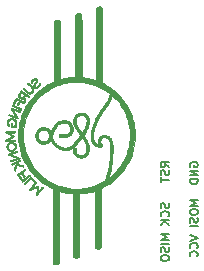
<source format=gbr>
G04 #@! TF.FileFunction,Legend,Bot*
%FSLAX46Y46*%
G04 Gerber Fmt 4.6, Leading zero omitted, Abs format (unit mm)*
%MOMM*%
%LPD*%
G01*
G04 APERTURE LIST*
%ADD10C,0.100000*%
%ADD11C,0.175000*%
%ADD12C,0.010000*%
G04 APERTURE END LIST*
D10*
D11*
X155710467Y-100377467D02*
X155377133Y-100144133D01*
X155710467Y-99977467D02*
X155010467Y-99977467D01*
X155010467Y-100244133D01*
X155043800Y-100310800D01*
X155077133Y-100344133D01*
X155143800Y-100377467D01*
X155243800Y-100377467D01*
X155310467Y-100344133D01*
X155343800Y-100310800D01*
X155377133Y-100244133D01*
X155377133Y-99977467D01*
X155677133Y-100644133D02*
X155710467Y-100744133D01*
X155710467Y-100910800D01*
X155677133Y-100977467D01*
X155643800Y-101010800D01*
X155577133Y-101044133D01*
X155510467Y-101044133D01*
X155443800Y-101010800D01*
X155410467Y-100977467D01*
X155377133Y-100910800D01*
X155343800Y-100777467D01*
X155310467Y-100710800D01*
X155277133Y-100677467D01*
X155210467Y-100644133D01*
X155143800Y-100644133D01*
X155077133Y-100677467D01*
X155043800Y-100710800D01*
X155010467Y-100777467D01*
X155010467Y-100944133D01*
X155043800Y-101044133D01*
X155010467Y-101244134D02*
X155010467Y-101644134D01*
X155710467Y-101444134D02*
X155010467Y-101444134D01*
X155677133Y-103444132D02*
X155710467Y-103544132D01*
X155710467Y-103710799D01*
X155677133Y-103777466D01*
X155643800Y-103810799D01*
X155577133Y-103844132D01*
X155510467Y-103844132D01*
X155443800Y-103810799D01*
X155410467Y-103777466D01*
X155377133Y-103710799D01*
X155343800Y-103577466D01*
X155310467Y-103510799D01*
X155277133Y-103477466D01*
X155210467Y-103444132D01*
X155143800Y-103444132D01*
X155077133Y-103477466D01*
X155043800Y-103510799D01*
X155010467Y-103577466D01*
X155010467Y-103744132D01*
X155043800Y-103844132D01*
X155643800Y-104544133D02*
X155677133Y-104510799D01*
X155710467Y-104410799D01*
X155710467Y-104344133D01*
X155677133Y-104244133D01*
X155610467Y-104177466D01*
X155543800Y-104144133D01*
X155410467Y-104110799D01*
X155310467Y-104110799D01*
X155177133Y-104144133D01*
X155110467Y-104177466D01*
X155043800Y-104244133D01*
X155010467Y-104344133D01*
X155010467Y-104410799D01*
X155043800Y-104510799D01*
X155077133Y-104544133D01*
X155710467Y-104844133D02*
X155010467Y-104844133D01*
X155710467Y-105244133D02*
X155310467Y-104944133D01*
X155010467Y-105244133D02*
X155410467Y-104844133D01*
X155710467Y-106077466D02*
X155010467Y-106077466D01*
X155510467Y-106310799D01*
X155010467Y-106544132D01*
X155710467Y-106544132D01*
X155710467Y-106877466D02*
X155010467Y-106877466D01*
X155677133Y-107177465D02*
X155710467Y-107277465D01*
X155710467Y-107444132D01*
X155677133Y-107510799D01*
X155643800Y-107544132D01*
X155577133Y-107577465D01*
X155510467Y-107577465D01*
X155443800Y-107544132D01*
X155410467Y-107510799D01*
X155377133Y-107444132D01*
X155343800Y-107310799D01*
X155310467Y-107244132D01*
X155277133Y-107210799D01*
X155210467Y-107177465D01*
X155143800Y-107177465D01*
X155077133Y-107210799D01*
X155043800Y-107244132D01*
X155010467Y-107310799D01*
X155010467Y-107477465D01*
X155043800Y-107577465D01*
X155010467Y-108010799D02*
X155010467Y-108144132D01*
X155043800Y-108210799D01*
X155110467Y-108277466D01*
X155243800Y-108310799D01*
X155477133Y-108310799D01*
X155610467Y-108277466D01*
X155677133Y-108210799D01*
X155710467Y-108144132D01*
X155710467Y-108010799D01*
X155677133Y-107944132D01*
X155610467Y-107877466D01*
X155477133Y-107844132D01*
X155243800Y-107844132D01*
X155110467Y-107877466D01*
X155043800Y-107944132D01*
X155010467Y-108010799D01*
X157493800Y-100344133D02*
X157460467Y-100277467D01*
X157460467Y-100177467D01*
X157493800Y-100077467D01*
X157560467Y-100010800D01*
X157627133Y-99977467D01*
X157760467Y-99944133D01*
X157860467Y-99944133D01*
X157993800Y-99977467D01*
X158060467Y-100010800D01*
X158127133Y-100077467D01*
X158160467Y-100177467D01*
X158160467Y-100244133D01*
X158127133Y-100344133D01*
X158093800Y-100377467D01*
X157860467Y-100377467D01*
X157860467Y-100244133D01*
X158160467Y-100677467D02*
X157460467Y-100677467D01*
X158160467Y-101077467D01*
X157460467Y-101077467D01*
X158160467Y-101410800D02*
X157460467Y-101410800D01*
X157460467Y-101577466D01*
X157493800Y-101677466D01*
X157560467Y-101744133D01*
X157627133Y-101777466D01*
X157760467Y-101810800D01*
X157860467Y-101810800D01*
X157993800Y-101777466D01*
X158060467Y-101744133D01*
X158127133Y-101677466D01*
X158160467Y-101577466D01*
X158160467Y-101410800D01*
X158160467Y-103177466D02*
X157460467Y-103177466D01*
X157960467Y-103410799D01*
X157460467Y-103644132D01*
X158160467Y-103644132D01*
X157460467Y-104110799D02*
X157460467Y-104244132D01*
X157493800Y-104310799D01*
X157560467Y-104377466D01*
X157693800Y-104410799D01*
X157927133Y-104410799D01*
X158060467Y-104377466D01*
X158127133Y-104310799D01*
X158160467Y-104244132D01*
X158160467Y-104110799D01*
X158127133Y-104044132D01*
X158060467Y-103977466D01*
X157927133Y-103944132D01*
X157693800Y-103944132D01*
X157560467Y-103977466D01*
X157493800Y-104044132D01*
X157460467Y-104110799D01*
X158127133Y-104677465D02*
X158160467Y-104777465D01*
X158160467Y-104944132D01*
X158127133Y-105010799D01*
X158093800Y-105044132D01*
X158027133Y-105077465D01*
X157960467Y-105077465D01*
X157893800Y-105044132D01*
X157860467Y-105010799D01*
X157827133Y-104944132D01*
X157793800Y-104810799D01*
X157760467Y-104744132D01*
X157727133Y-104710799D01*
X157660467Y-104677465D01*
X157593800Y-104677465D01*
X157527133Y-104710799D01*
X157493800Y-104744132D01*
X157460467Y-104810799D01*
X157460467Y-104977465D01*
X157493800Y-105077465D01*
X158160467Y-105377466D02*
X157460467Y-105377466D01*
X157460467Y-106144132D02*
X158160467Y-106377465D01*
X157460467Y-106610798D01*
X158093800Y-107244132D02*
X158127133Y-107210798D01*
X158160467Y-107110798D01*
X158160467Y-107044132D01*
X158127133Y-106944132D01*
X158060467Y-106877465D01*
X157993800Y-106844132D01*
X157860467Y-106810798D01*
X157760467Y-106810798D01*
X157627133Y-106844132D01*
X157560467Y-106877465D01*
X157493800Y-106944132D01*
X157460467Y-107044132D01*
X157460467Y-107110798D01*
X157493800Y-107210798D01*
X157527133Y-107244132D01*
X158093800Y-107944132D02*
X158127133Y-107910798D01*
X158160467Y-107810798D01*
X158160467Y-107744132D01*
X158127133Y-107644132D01*
X158060467Y-107577465D01*
X157993800Y-107544132D01*
X157860467Y-107510798D01*
X157760467Y-107510798D01*
X157627133Y-107544132D01*
X157560467Y-107577465D01*
X157493800Y-107644132D01*
X157460467Y-107744132D01*
X157460467Y-107810798D01*
X157493800Y-107910798D01*
X157527133Y-107944132D01*
D12*
G36*
X142950109Y-97691593D02*
X142950667Y-97751237D01*
X142951353Y-97804103D01*
X142952093Y-97849910D01*
X142952951Y-97890065D01*
X142953992Y-97925977D01*
X142955280Y-97959053D01*
X142956881Y-97990701D01*
X142958858Y-98022327D01*
X142961276Y-98055341D01*
X142964200Y-98091149D01*
X142967695Y-98131159D01*
X142968554Y-98140750D01*
X142990968Y-98342998D01*
X143021653Y-98543540D01*
X143060562Y-98742222D01*
X143107642Y-98938890D01*
X143162844Y-99133390D01*
X143226118Y-99325568D01*
X143297413Y-99515272D01*
X143376679Y-99702348D01*
X143463866Y-99886642D01*
X143558923Y-100068000D01*
X143653218Y-100232016D01*
X143750543Y-100387334D01*
X143854494Y-100539774D01*
X143965535Y-100689962D01*
X144084128Y-100838527D01*
X144204624Y-100979199D01*
X144225177Y-101001843D01*
X144250968Y-101029334D01*
X144281053Y-101060731D01*
X144314488Y-101095096D01*
X144350332Y-101131489D01*
X144387640Y-101168970D01*
X144425469Y-101206600D01*
X144462877Y-101243438D01*
X144498919Y-101278546D01*
X144532653Y-101310983D01*
X144563136Y-101339810D01*
X144589424Y-101364086D01*
X144604600Y-101377673D01*
X144750871Y-101502032D01*
X144897993Y-101618520D01*
X145046849Y-101727733D01*
X145198323Y-101830265D01*
X145353297Y-101926713D01*
X145512656Y-102017671D01*
X145677282Y-102103735D01*
X145694683Y-102112399D01*
X145724230Y-102126980D01*
X145753577Y-102141344D01*
X145781172Y-102154740D01*
X145805467Y-102166419D01*
X145824908Y-102175629D01*
X145835427Y-102180491D01*
X145874572Y-102198221D01*
X145875644Y-105351085D01*
X145875712Y-105547477D01*
X145875778Y-105735580D01*
X145875844Y-105915574D01*
X145875910Y-106087637D01*
X145875976Y-106251948D01*
X145876044Y-106408685D01*
X145876112Y-106558027D01*
X145876182Y-106700152D01*
X145876255Y-106835239D01*
X145876330Y-106963467D01*
X145876408Y-107085013D01*
X145876490Y-107200058D01*
X145876576Y-107308779D01*
X145876667Y-107411354D01*
X145876762Y-107507963D01*
X145876863Y-107598784D01*
X145876970Y-107683996D01*
X145877084Y-107763777D01*
X145877204Y-107838305D01*
X145877332Y-107907760D01*
X145877467Y-107972320D01*
X145877611Y-108032164D01*
X145877764Y-108087469D01*
X145877926Y-108138415D01*
X145878097Y-108185180D01*
X145878278Y-108227944D01*
X145878471Y-108266883D01*
X145878674Y-108302178D01*
X145878889Y-108334006D01*
X145879115Y-108362546D01*
X145879354Y-108387977D01*
X145879607Y-108410477D01*
X145879872Y-108430225D01*
X145880151Y-108447400D01*
X145880445Y-108462179D01*
X145880754Y-108474742D01*
X145881077Y-108485268D01*
X145881417Y-108493934D01*
X145881772Y-108500919D01*
X145882144Y-108506402D01*
X145882534Y-108510562D01*
X145882941Y-108513577D01*
X145883365Y-108515626D01*
X145883809Y-108516887D01*
X145883881Y-108517026D01*
X145895467Y-108532916D01*
X145913070Y-108550489D01*
X145934863Y-108568238D01*
X145959021Y-108584655D01*
X145980134Y-108596479D01*
X146012876Y-108611160D01*
X146043834Y-108620988D01*
X146075741Y-108626520D01*
X146111331Y-108628313D01*
X146134228Y-108627879D01*
X146176708Y-108624217D01*
X146214363Y-108616125D01*
X146250054Y-108602724D01*
X146286640Y-108583137D01*
X146293164Y-108579123D01*
X146320383Y-108561000D01*
X146341095Y-108544429D01*
X146356733Y-108528026D01*
X146368732Y-108510408D01*
X146373259Y-108501852D01*
X146384717Y-108478550D01*
X146385789Y-105435394D01*
X146385858Y-105242749D01*
X146385925Y-105058390D01*
X146385991Y-104882135D01*
X146386057Y-104713802D01*
X146386124Y-104553210D01*
X146386190Y-104400179D01*
X146386258Y-104254526D01*
X146386328Y-104116070D01*
X146386400Y-103984630D01*
X146386474Y-103860024D01*
X146386552Y-103742072D01*
X146386633Y-103630592D01*
X146386719Y-103525402D01*
X146386809Y-103426321D01*
X146386904Y-103333167D01*
X146387006Y-103245760D01*
X146387113Y-103163918D01*
X146387227Y-103087460D01*
X146387348Y-103016204D01*
X146387477Y-102949970D01*
X146387615Y-102888574D01*
X146387761Y-102831837D01*
X146387916Y-102779577D01*
X146388081Y-102731613D01*
X146388256Y-102687763D01*
X146388442Y-102647845D01*
X146388640Y-102611679D01*
X146388849Y-102579083D01*
X146389070Y-102549877D01*
X146389304Y-102523877D01*
X146389551Y-102500904D01*
X146389813Y-102480775D01*
X146390088Y-102463310D01*
X146390378Y-102448327D01*
X146390684Y-102435644D01*
X146391005Y-102425081D01*
X146391343Y-102416456D01*
X146391697Y-102409587D01*
X146392069Y-102404294D01*
X146392459Y-102400395D01*
X146392867Y-102397708D01*
X146393294Y-102396053D01*
X146393740Y-102395247D01*
X146394206Y-102395110D01*
X146394256Y-102395127D01*
X146405479Y-102399013D01*
X146423643Y-102404701D01*
X146447501Y-102411841D01*
X146475807Y-102420077D01*
X146507312Y-102429059D01*
X146540772Y-102438432D01*
X146574938Y-102447844D01*
X146608564Y-102456943D01*
X146640403Y-102465374D01*
X146664117Y-102471496D01*
X146820215Y-102508463D01*
X146978130Y-102540503D01*
X147136141Y-102567336D01*
X147292523Y-102588682D01*
X147445554Y-102604258D01*
X147508666Y-102609030D01*
X147533205Y-102610754D01*
X147555740Y-102612464D01*
X147574491Y-102614013D01*
X147587676Y-102615258D01*
X147592275Y-102615814D01*
X147606033Y-102617883D01*
X147606033Y-105456581D01*
X147606034Y-105627888D01*
X147606037Y-105791120D01*
X147606041Y-105946474D01*
X147606048Y-106094147D01*
X147606059Y-106234335D01*
X147606073Y-106367234D01*
X147606092Y-106493041D01*
X147606115Y-106611951D01*
X147606145Y-106724162D01*
X147606181Y-106829869D01*
X147606224Y-106929268D01*
X147606274Y-107022557D01*
X147606333Y-107109931D01*
X147606400Y-107191586D01*
X147606477Y-107267720D01*
X147606563Y-107338528D01*
X147606661Y-107404206D01*
X147606769Y-107464951D01*
X147606890Y-107520959D01*
X147607023Y-107572427D01*
X147607169Y-107619551D01*
X147607328Y-107662527D01*
X147607503Y-107701551D01*
X147607691Y-107736820D01*
X147607896Y-107768530D01*
X147608117Y-107796877D01*
X147608354Y-107822058D01*
X147608609Y-107844269D01*
X147608882Y-107863706D01*
X147609173Y-107880566D01*
X147609484Y-107895044D01*
X147609814Y-107907338D01*
X147610165Y-107917643D01*
X147610537Y-107926156D01*
X147610931Y-107933073D01*
X147611347Y-107938591D01*
X147611786Y-107942905D01*
X147612248Y-107946212D01*
X147612735Y-107948709D01*
X147613246Y-107950591D01*
X147613783Y-107952055D01*
X147614346Y-107953297D01*
X147614406Y-107953423D01*
X147626887Y-107971125D01*
X147646804Y-107988963D01*
X147673166Y-108006284D01*
X147704977Y-108022437D01*
X147741246Y-108036770D01*
X147741500Y-108036858D01*
X147757302Y-108042179D01*
X147770218Y-108045935D01*
X147782325Y-108048400D01*
X147795698Y-108049846D01*
X147812415Y-108050548D01*
X147834552Y-108050780D01*
X147847333Y-108050804D01*
X147880566Y-108050376D01*
X147907705Y-108048685D01*
X147931090Y-108045214D01*
X147953064Y-108039445D01*
X147975964Y-108030861D01*
X148002133Y-108018945D01*
X148010952Y-108014653D01*
X148044814Y-107996197D01*
X148070998Y-107977724D01*
X148090268Y-107958596D01*
X148103389Y-107938171D01*
X148104019Y-107936844D01*
X148113950Y-107915516D01*
X148113992Y-105267108D01*
X148114033Y-102618699D01*
X148165891Y-102615873D01*
X148331613Y-102603754D01*
X148499799Y-102585452D01*
X148668923Y-102561246D01*
X148837460Y-102531416D01*
X149003885Y-102496241D01*
X149166674Y-102455999D01*
X149324302Y-102410970D01*
X149378742Y-102393883D01*
X149430600Y-102377203D01*
X149430600Y-104772682D01*
X149430601Y-104943653D01*
X149430605Y-105106362D01*
X149430613Y-105261013D01*
X149430625Y-105407810D01*
X149430642Y-105546959D01*
X149430663Y-105678663D01*
X149430691Y-105803127D01*
X149430725Y-105920555D01*
X149430766Y-106031152D01*
X149430815Y-106135121D01*
X149430872Y-106232669D01*
X149430938Y-106323998D01*
X149431013Y-106409314D01*
X149431098Y-106488820D01*
X149431193Y-106562722D01*
X149431300Y-106631223D01*
X149431418Y-106694528D01*
X149431549Y-106752842D01*
X149431692Y-106806369D01*
X149431849Y-106855313D01*
X149432020Y-106899878D01*
X149432205Y-106940270D01*
X149432406Y-106976692D01*
X149432622Y-107009350D01*
X149432855Y-107038446D01*
X149433105Y-107064187D01*
X149433372Y-107086776D01*
X149433657Y-107106417D01*
X149433961Y-107123315D01*
X149434284Y-107137675D01*
X149434627Y-107149701D01*
X149434990Y-107159597D01*
X149435375Y-107167568D01*
X149435781Y-107173818D01*
X149436209Y-107178551D01*
X149436660Y-107181973D01*
X149437134Y-107184287D01*
X149437473Y-107185340D01*
X149447290Y-107200608D01*
X149464157Y-107216587D01*
X149486789Y-107232498D01*
X149513899Y-107247567D01*
X149544204Y-107261017D01*
X149576417Y-107272072D01*
X149585117Y-107274504D01*
X149603205Y-107278691D01*
X149621511Y-107281416D01*
X149642578Y-107282930D01*
X149668950Y-107283484D01*
X149676133Y-107283502D01*
X149714661Y-107282390D01*
X149747809Y-107278612D01*
X149778424Y-107271506D01*
X149809354Y-107260408D01*
X149843444Y-107244655D01*
X149843851Y-107244452D01*
X149873938Y-107228273D01*
X149896883Y-107213206D01*
X149913773Y-107198376D01*
X149925697Y-107182910D01*
X149929761Y-107175452D01*
X149938600Y-107157193D01*
X149938661Y-104668271D01*
X149938723Y-102179349D01*
X150064603Y-102117295D01*
X150246166Y-102023101D01*
X150423177Y-101921823D01*
X150595458Y-101813624D01*
X150762829Y-101698669D01*
X150925111Y-101577121D01*
X151082127Y-101449144D01*
X151233698Y-101314903D01*
X151379643Y-101174562D01*
X151519786Y-101028284D01*
X151653946Y-100876233D01*
X151781946Y-100718574D01*
X151903606Y-100555470D01*
X152018749Y-100387086D01*
X152111932Y-100238985D01*
X152214077Y-100062023D01*
X152308426Y-99881784D01*
X152394948Y-99698363D01*
X152473615Y-99511853D01*
X152544398Y-99322346D01*
X152607267Y-99129936D01*
X152662192Y-98934717D01*
X152709146Y-98736782D01*
X152748097Y-98536224D01*
X152779018Y-98333136D01*
X152801878Y-98127612D01*
X152811138Y-98011633D01*
X152812965Y-97979789D01*
X152814603Y-97940923D01*
X152816038Y-97896420D01*
X152817256Y-97847664D01*
X152818240Y-97796040D01*
X152818976Y-97742933D01*
X152819449Y-97689726D01*
X152819643Y-97637804D01*
X152819544Y-97588553D01*
X152819135Y-97543356D01*
X152818404Y-97503598D01*
X152817333Y-97470664D01*
X152817101Y-97465533D01*
X152804640Y-97276774D01*
X152785311Y-97088487D01*
X152759315Y-96902245D01*
X152726854Y-96719620D01*
X152713129Y-96652733D01*
X152666847Y-96455468D01*
X152612682Y-96261070D01*
X152550788Y-96069734D01*
X152481315Y-95881658D01*
X152404416Y-95697036D01*
X152320242Y-95516065D01*
X152228947Y-95338941D01*
X152130681Y-95165858D01*
X152025598Y-94997014D01*
X151913848Y-94832604D01*
X151795584Y-94672824D01*
X151670958Y-94517869D01*
X151540122Y-94367937D01*
X151403227Y-94223222D01*
X151260427Y-94083920D01*
X151111872Y-93950228D01*
X150957716Y-93822341D01*
X150883818Y-93765909D01*
X150883818Y-94299012D01*
X150888986Y-94301943D01*
X150899417Y-94310345D01*
X150914485Y-94323603D01*
X150933566Y-94341102D01*
X150956036Y-94362228D01*
X150981269Y-94386365D01*
X151008643Y-94412899D01*
X151037531Y-94441215D01*
X151067310Y-94470699D01*
X151097355Y-94500735D01*
X151127041Y-94530710D01*
X151155744Y-94560008D01*
X151182839Y-94588014D01*
X151207702Y-94614114D01*
X151229709Y-94637694D01*
X151245079Y-94654599D01*
X151322098Y-94742342D01*
X151393496Y-94827394D01*
X151460760Y-94911675D01*
X151525372Y-94997103D01*
X151588816Y-95085594D01*
X151652577Y-95179068D01*
X151662708Y-95194313D01*
X151767166Y-95359635D01*
X151864039Y-95528654D01*
X151953259Y-95701174D01*
X152034761Y-95877002D01*
X152108480Y-96055944D01*
X152174349Y-96237805D01*
X152232302Y-96422390D01*
X152282274Y-96609507D01*
X152324198Y-96798960D01*
X152358009Y-96990555D01*
X152383640Y-97184099D01*
X152400105Y-97366050D01*
X152402140Y-97395580D01*
X152404041Y-97424380D01*
X152405696Y-97450630D01*
X152406990Y-97472517D01*
X152407809Y-97488223D01*
X152407925Y-97490933D01*
X152408687Y-97516220D01*
X152409267Y-97548062D01*
X152409671Y-97585026D01*
X152409903Y-97625681D01*
X152409967Y-97668597D01*
X152409868Y-97712341D01*
X152409610Y-97755484D01*
X152409199Y-97796592D01*
X152408637Y-97834236D01*
X152407931Y-97866984D01*
X152407085Y-97893405D01*
X152406616Y-97903683D01*
X152392099Y-98102841D01*
X152369520Y-98299530D01*
X152338895Y-98493689D01*
X152300242Y-98685257D01*
X152253578Y-98874174D01*
X152198920Y-99060379D01*
X152136284Y-99243813D01*
X152065688Y-99424414D01*
X151987149Y-99602123D01*
X151900684Y-99776878D01*
X151854397Y-99863289D01*
X151758871Y-100028504D01*
X151656004Y-100190021D01*
X151546151Y-100347424D01*
X151429670Y-100500294D01*
X151306917Y-100648215D01*
X151178248Y-100790770D01*
X151044020Y-100927542D01*
X150904591Y-101058115D01*
X150760315Y-101182070D01*
X150654378Y-101266416D01*
X150631643Y-101283960D01*
X150609541Y-101301055D01*
X150589560Y-101316547D01*
X150573189Y-101329282D01*
X150561916Y-101338107D01*
X150561245Y-101338636D01*
X150551228Y-101346190D01*
X150545773Y-101349559D01*
X150545768Y-101348225D01*
X150546717Y-101347102D01*
X150550354Y-101340481D01*
X150556363Y-101326311D01*
X150564552Y-101305109D01*
X150574731Y-101277396D01*
X150586710Y-101243692D01*
X150600296Y-101204516D01*
X150615301Y-101160387D01*
X150615533Y-101159697D01*
X150643195Y-101077047D01*
X150667980Y-101001779D01*
X150690041Y-100933367D01*
X150709532Y-100871285D01*
X150726606Y-100815010D01*
X150741418Y-100764017D01*
X150754119Y-100717780D01*
X150764865Y-100675775D01*
X150773808Y-100637477D01*
X150781103Y-100602361D01*
X150785352Y-100579149D01*
X150791417Y-100542189D01*
X150798194Y-100497808D01*
X150805579Y-100446869D01*
X150813468Y-100390236D01*
X150821759Y-100328773D01*
X150830346Y-100263341D01*
X150839128Y-100194804D01*
X150847999Y-100124025D01*
X150856858Y-100051868D01*
X150865600Y-99979196D01*
X150874122Y-99906871D01*
X150882321Y-99835756D01*
X150890092Y-99766716D01*
X150897333Y-99700613D01*
X150903939Y-99638309D01*
X150909808Y-99580669D01*
X150914836Y-99528556D01*
X150918919Y-99482831D01*
X150921954Y-99444360D01*
X150922667Y-99434033D01*
X150930775Y-99300469D01*
X150937106Y-99172291D01*
X150941664Y-99049794D01*
X150944449Y-98933273D01*
X150945463Y-98823023D01*
X150944707Y-98719337D01*
X150942184Y-98622511D01*
X150937895Y-98532840D01*
X150931842Y-98450618D01*
X150924026Y-98376140D01*
X150916242Y-98320666D01*
X150898794Y-98233024D01*
X150875308Y-98150847D01*
X150845945Y-98074294D01*
X150810863Y-98003526D01*
X150770221Y-97938701D01*
X150724177Y-97879979D01*
X150672892Y-97827520D01*
X150616523Y-97781483D01*
X150555231Y-97742028D01*
X150489173Y-97709313D01*
X150418509Y-97683499D01*
X150343397Y-97664745D01*
X150263998Y-97653211D01*
X150249750Y-97651953D01*
X150182790Y-97649892D01*
X150120343Y-97654873D01*
X150062094Y-97666981D01*
X150007729Y-97686301D01*
X149956932Y-97712920D01*
X149913625Y-97743492D01*
X149880110Y-97773260D01*
X149846997Y-97808794D01*
X149813506Y-97850988D01*
X149785738Y-97890407D01*
X149760840Y-97929003D01*
X149740699Y-97964097D01*
X149724053Y-97998139D01*
X149709639Y-98033580D01*
X149704426Y-98048087D01*
X149693860Y-98079910D01*
X149685999Y-98107746D01*
X149680480Y-98133909D01*
X149676942Y-98160710D01*
X149675022Y-98190463D01*
X149674360Y-98225479D01*
X149674361Y-98240233D01*
X149674984Y-98278044D01*
X149676806Y-98309339D01*
X149680213Y-98336026D01*
X149685593Y-98360018D01*
X149693333Y-98383224D01*
X149703822Y-98407555D01*
X149711486Y-98423270D01*
X149730093Y-98460258D01*
X149718988Y-98457737D01*
X149701773Y-98453089D01*
X149679584Y-98446061D01*
X149655077Y-98437600D01*
X149630910Y-98428656D01*
X149609740Y-98420175D01*
X149594974Y-98413487D01*
X149539255Y-98381035D01*
X149489459Y-98342648D01*
X149445511Y-98298234D01*
X149407331Y-98247700D01*
X149374842Y-98190952D01*
X149347966Y-98127898D01*
X149341852Y-98110353D01*
X149329581Y-98071060D01*
X149319389Y-98032498D01*
X149311124Y-97993429D01*
X149304628Y-97952615D01*
X149299748Y-97908819D01*
X149296329Y-97860803D01*
X149294214Y-97807329D01*
X149293250Y-97747161D01*
X149293152Y-97721650D01*
X149293889Y-97647187D01*
X149296424Y-97579132D01*
X149301015Y-97515567D01*
X149307920Y-97454574D01*
X149317398Y-97394235D01*
X149329705Y-97332633D01*
X149345102Y-97267849D01*
X149363413Y-97199501D01*
X149382232Y-97136320D01*
X149404988Y-97066797D01*
X149431297Y-96991865D01*
X149460771Y-96912462D01*
X149493026Y-96829524D01*
X149527674Y-96743985D01*
X149564331Y-96656781D01*
X149602609Y-96568850D01*
X149642123Y-96481125D01*
X149682487Y-96394544D01*
X149723315Y-96310042D01*
X149762705Y-96231516D01*
X149803447Y-96153093D01*
X149843304Y-96079029D01*
X149882949Y-96008273D01*
X149923056Y-95939771D01*
X149964302Y-95872471D01*
X150007359Y-95805320D01*
X150052903Y-95737265D01*
X150101608Y-95667254D01*
X150154148Y-95594232D01*
X150211199Y-95517149D01*
X150271283Y-95437766D01*
X150322490Y-95370219D01*
X150368746Y-95308026D01*
X150410704Y-95250193D01*
X150449013Y-95195724D01*
X150484326Y-95143625D01*
X150517293Y-95092902D01*
X150548566Y-95042560D01*
X150578796Y-94991603D01*
X150608634Y-94939038D01*
X150638732Y-94883869D01*
X150659290Y-94845099D01*
X150688365Y-94787700D01*
X150717878Y-94725664D01*
X150747146Y-94660643D01*
X150775484Y-94594289D01*
X150802208Y-94528255D01*
X150826634Y-94464192D01*
X150848078Y-94403755D01*
X150865855Y-94348593D01*
X150868337Y-94340287D01*
X150873727Y-94323054D01*
X150878590Y-94309349D01*
X150882282Y-94300891D01*
X150883818Y-94299012D01*
X150883818Y-93765909D01*
X150863583Y-93750456D01*
X150863583Y-94275716D01*
X150873108Y-94283781D01*
X150881107Y-94291286D01*
X150882262Y-94294556D01*
X150881173Y-94294766D01*
X150877715Y-94291911D01*
X150871648Y-94285241D01*
X150863583Y-94275716D01*
X150863583Y-93750456D01*
X150829717Y-93724594D01*
X150829717Y-94246083D01*
X150841358Y-94256346D01*
X150850204Y-94264619D01*
X150852951Y-94268637D01*
X150851621Y-94269366D01*
X150848218Y-94266526D01*
X150841576Y-94259516D01*
X150839979Y-94257724D01*
X150829717Y-94246083D01*
X150829717Y-93724594D01*
X150800083Y-93701963D01*
X150800083Y-94220683D01*
X150811725Y-94230946D01*
X150820571Y-94239219D01*
X150823318Y-94243237D01*
X150821988Y-94243966D01*
X150818584Y-94241126D01*
X150811942Y-94234116D01*
X150810346Y-94232324D01*
X150800083Y-94220683D01*
X150800083Y-93701963D01*
X150798109Y-93700455D01*
X150774683Y-93684022D01*
X150774683Y-94199516D01*
X150786325Y-94209779D01*
X150795171Y-94218053D01*
X150797918Y-94222070D01*
X150796588Y-94222799D01*
X150793184Y-94219960D01*
X150786542Y-94212950D01*
X150784946Y-94211158D01*
X150774683Y-94199516D01*
X150774683Y-93684022D01*
X150753517Y-93669173D01*
X150753517Y-94182583D01*
X150763042Y-94190647D01*
X150771041Y-94198153D01*
X150772195Y-94201422D01*
X150771106Y-94201633D01*
X150767649Y-94198778D01*
X150761581Y-94192108D01*
X150753517Y-94182583D01*
X150753517Y-93669173D01*
X150728117Y-93651353D01*
X150728117Y-94161416D01*
X150737642Y-94169481D01*
X150745641Y-94176986D01*
X150746795Y-94180256D01*
X150745706Y-94180466D01*
X150742249Y-94177611D01*
X150736181Y-94170941D01*
X150728117Y-94161416D01*
X150728117Y-93651353D01*
X150706950Y-93636503D01*
X150706950Y-94144483D01*
X150716475Y-94152547D01*
X150724474Y-94160053D01*
X150725629Y-94163322D01*
X150724539Y-94163533D01*
X150721082Y-94160678D01*
X150715014Y-94154008D01*
X150706950Y-94144483D01*
X150706950Y-93636503D01*
X150633205Y-93584766D01*
X150463154Y-93475470D01*
X150288109Y-93372762D01*
X150108223Y-93276839D01*
X150083592Y-93264428D01*
X150035967Y-93240595D01*
X150035967Y-86910273D01*
X150027032Y-86891816D01*
X150014857Y-86874001D01*
X149995868Y-86855418D01*
X149971532Y-86837059D01*
X149943317Y-86819918D01*
X149912689Y-86804987D01*
X149881450Y-86793360D01*
X149846770Y-86785498D01*
X149807965Y-86781647D01*
X149768447Y-86781957D01*
X149731627Y-86786580D01*
X149730993Y-86786707D01*
X149699990Y-86795159D01*
X149667433Y-86807860D01*
X149635197Y-86823756D01*
X149605155Y-86841799D01*
X149579182Y-86860935D01*
X149559153Y-86880115D01*
X149554704Y-86885561D01*
X149544960Y-86901128D01*
X149536685Y-86918936D01*
X149534425Y-86925488D01*
X149534013Y-86927486D01*
X149533619Y-86930765D01*
X149533242Y-86935506D01*
X149532882Y-86941887D01*
X149532539Y-86950087D01*
X149532211Y-86960286D01*
X149531900Y-86972662D01*
X149531603Y-86987396D01*
X149531322Y-87004665D01*
X149531055Y-87024650D01*
X149530803Y-87047529D01*
X149530564Y-87073482D01*
X149530339Y-87102687D01*
X149530127Y-87135325D01*
X149529928Y-87171574D01*
X149529740Y-87211613D01*
X149529565Y-87255621D01*
X149529402Y-87303779D01*
X149529249Y-87356264D01*
X149529108Y-87413256D01*
X149528977Y-87474934D01*
X149528856Y-87541478D01*
X149528745Y-87613066D01*
X149528643Y-87689878D01*
X149528549Y-87772093D01*
X149528465Y-87859890D01*
X149528389Y-87953448D01*
X149528320Y-88052947D01*
X149528259Y-88158565D01*
X149528205Y-88270482D01*
X149528157Y-88388877D01*
X149528116Y-88513930D01*
X149528081Y-88645818D01*
X149528051Y-88784722D01*
X149528027Y-88930821D01*
X149528007Y-89084294D01*
X149527992Y-89245319D01*
X149527980Y-89414077D01*
X149527973Y-89590746D01*
X149527968Y-89775506D01*
X149527967Y-89968536D01*
X149527967Y-89988118D01*
X149527964Y-90148265D01*
X149527958Y-90306319D01*
X149527947Y-90462069D01*
X149527932Y-90615303D01*
X149527913Y-90765810D01*
X149527890Y-90913378D01*
X149527863Y-91057795D01*
X149527832Y-91198851D01*
X149527798Y-91336333D01*
X149527761Y-91470031D01*
X149527720Y-91599733D01*
X149527676Y-91725227D01*
X149527628Y-91846302D01*
X149527578Y-91962746D01*
X149527525Y-92074349D01*
X149527469Y-92180898D01*
X149527410Y-92282182D01*
X149527348Y-92377989D01*
X149527285Y-92468109D01*
X149527218Y-92552329D01*
X149527150Y-92630439D01*
X149527079Y-92702226D01*
X149527007Y-92767480D01*
X149526932Y-92825988D01*
X149526856Y-92877539D01*
X149526778Y-92921923D01*
X149526699Y-92958927D01*
X149526618Y-92988339D01*
X149526535Y-93009949D01*
X149526452Y-93023545D01*
X149526367Y-93028916D01*
X149526355Y-93029000D01*
X149521947Y-93027650D01*
X149511363Y-93024013D01*
X149496378Y-93018707D01*
X149484990Y-93014609D01*
X149448467Y-93001936D01*
X149405156Y-92987828D01*
X149356529Y-92972710D01*
X149304058Y-92957008D01*
X149249215Y-92941147D01*
X149193472Y-92925550D01*
X149138301Y-92910644D01*
X149085174Y-92896854D01*
X149035563Y-92884604D01*
X149030550Y-92883408D01*
X148936737Y-92862242D01*
X148839197Y-92842351D01*
X148739917Y-92824067D01*
X148640888Y-92807722D01*
X148544098Y-92793647D01*
X148451538Y-92782175D01*
X148380733Y-92774992D01*
X148359598Y-92773007D01*
X148340835Y-92771092D01*
X148326442Y-92769460D01*
X148318421Y-92768327D01*
X148318291Y-92768301D01*
X148308767Y-92766372D01*
X148308743Y-90125911D01*
X148308737Y-89931836D01*
X148308721Y-89746114D01*
X148308696Y-89568628D01*
X148308661Y-89399264D01*
X148308616Y-89237906D01*
X148308561Y-89084441D01*
X148308495Y-88938752D01*
X148308419Y-88800726D01*
X148308333Y-88670246D01*
X148308235Y-88547198D01*
X148308126Y-88431468D01*
X148308006Y-88322939D01*
X148307875Y-88221498D01*
X148307731Y-88127029D01*
X148307576Y-88039417D01*
X148307408Y-87958547D01*
X148307228Y-87884304D01*
X148307036Y-87816574D01*
X148306830Y-87755241D01*
X148306612Y-87700191D01*
X148306381Y-87651308D01*
X148306136Y-87608477D01*
X148305877Y-87571584D01*
X148305605Y-87540514D01*
X148305319Y-87515151D01*
X148305018Y-87495381D01*
X148304703Y-87481088D01*
X148304374Y-87472158D01*
X148304041Y-87468516D01*
X148294951Y-87450085D01*
X148278537Y-87431770D01*
X148255927Y-87414177D01*
X148228251Y-87397910D01*
X148196637Y-87383576D01*
X148162214Y-87371778D01*
X148126111Y-87363124D01*
X148100234Y-87359236D01*
X148046371Y-87357435D01*
X147993105Y-87363993D01*
X147962223Y-87372760D01*
X147962223Y-93160942D01*
X148135704Y-93166907D01*
X148260083Y-93175345D01*
X148455108Y-93195660D01*
X148648225Y-93224201D01*
X148839265Y-93260912D01*
X149028059Y-93305733D01*
X149214441Y-93358606D01*
X149398241Y-93419473D01*
X149579293Y-93488275D01*
X149757426Y-93564954D01*
X149932475Y-93649451D01*
X150104270Y-93741708D01*
X150272643Y-93841667D01*
X150384992Y-93913938D01*
X150422017Y-93938797D01*
X150459351Y-93964378D01*
X150496337Y-93990191D01*
X150532315Y-94015745D01*
X150566627Y-94040549D01*
X150598612Y-94064111D01*
X150627613Y-94085941D01*
X150652970Y-94105548D01*
X150674025Y-94122440D01*
X150690118Y-94136126D01*
X150700590Y-94146115D01*
X150704783Y-94151917D01*
X150704833Y-94152307D01*
X150703755Y-94158311D01*
X150700811Y-94170724D01*
X150696435Y-94187806D01*
X150691059Y-94207819D01*
X150690340Y-94210436D01*
X150656741Y-94320845D01*
X150616225Y-94434001D01*
X150569367Y-94548714D01*
X150516747Y-94663795D01*
X150458941Y-94778055D01*
X150396529Y-94890304D01*
X150330087Y-94999355D01*
X150260193Y-95104016D01*
X150247229Y-95122383D01*
X150235342Y-95138835D01*
X150219208Y-95160801D01*
X150199729Y-95187071D01*
X150177807Y-95216438D01*
X150154343Y-95247693D01*
X150130239Y-95279627D01*
X150110366Y-95305819D01*
X150073960Y-95353760D01*
X150042069Y-95395969D01*
X150014007Y-95433392D01*
X149989088Y-95466977D01*
X149966626Y-95497672D01*
X149945933Y-95526423D01*
X149926324Y-95554180D01*
X149907112Y-95581888D01*
X149887611Y-95610495D01*
X149867135Y-95640950D01*
X149861652Y-95649159D01*
X149782663Y-95771839D01*
X149706294Y-95899229D01*
X149632134Y-96032094D01*
X149559769Y-96171197D01*
X149488786Y-96317303D01*
X149426473Y-96453766D01*
X149376599Y-96567820D01*
X149331211Y-96675358D01*
X149290166Y-96776952D01*
X149253323Y-96873175D01*
X149220538Y-96964600D01*
X149191668Y-97051799D01*
X149166570Y-97135346D01*
X149145102Y-97215812D01*
X149127121Y-97293771D01*
X149112483Y-97369795D01*
X149101047Y-97444456D01*
X149092670Y-97518329D01*
X149087208Y-97591984D01*
X149084518Y-97665996D01*
X149084459Y-97740936D01*
X149086814Y-97815813D01*
X149089534Y-97867739D01*
X149092646Y-97912806D01*
X149096332Y-97952614D01*
X149100774Y-97988768D01*
X149106153Y-98022870D01*
X149112653Y-98056524D01*
X149115758Y-98070900D01*
X149138047Y-98155453D01*
X149165976Y-98233696D01*
X149199582Y-98305666D01*
X149238901Y-98371400D01*
X149283970Y-98430936D01*
X149334826Y-98484310D01*
X149391506Y-98531561D01*
X149454047Y-98572725D01*
X149522485Y-98607840D01*
X149596858Y-98636943D01*
X149677202Y-98660072D01*
X149703650Y-98666104D01*
X149730132Y-98671407D01*
X149752968Y-98674919D01*
X149775494Y-98676985D01*
X149801045Y-98677951D01*
X149820067Y-98678149D01*
X149845975Y-98678063D01*
X149865586Y-98677428D01*
X149881061Y-98676019D01*
X149894562Y-98673613D01*
X149908252Y-98669983D01*
X149913200Y-98668472D01*
X149941132Y-98658475D01*
X149969688Y-98646023D01*
X149996582Y-98632272D01*
X150019526Y-98618380D01*
X150034485Y-98607089D01*
X150055255Y-98583634D01*
X150069269Y-98556737D01*
X150076623Y-98527751D01*
X150077410Y-98498030D01*
X150071726Y-98468926D01*
X150059667Y-98441791D01*
X150041328Y-98417979D01*
X150019983Y-98400792D01*
X150004194Y-98391903D01*
X149987833Y-98385495D01*
X149967807Y-98380495D01*
X149954095Y-98377954D01*
X149937336Y-98371465D01*
X149920194Y-98358658D01*
X149904615Y-98341358D01*
X149892545Y-98321385D01*
X149891693Y-98319511D01*
X149886738Y-98306233D01*
X149883419Y-98291562D01*
X149881321Y-98273049D01*
X149880150Y-98251517D01*
X149881008Y-98204733D01*
X149887596Y-98159930D01*
X149900329Y-98115828D01*
X149919619Y-98071148D01*
X149945882Y-98024610D01*
X149961212Y-98001050D01*
X149979074Y-97976661D01*
X149999427Y-97952217D01*
X150020842Y-97929176D01*
X150041890Y-97908998D01*
X150061145Y-97893143D01*
X150076183Y-97883560D01*
X150116851Y-97867446D01*
X150161290Y-97858358D01*
X150209935Y-97856232D01*
X150249750Y-97859209D01*
X150314647Y-97870142D01*
X150373780Y-97886854D01*
X150427864Y-97909673D01*
X150477614Y-97938927D01*
X150523743Y-97974944D01*
X150544541Y-97994463D01*
X150583766Y-98037909D01*
X150617763Y-98085494D01*
X150646828Y-98137866D01*
X150671258Y-98195674D01*
X150691349Y-98259566D01*
X150707400Y-98330190D01*
X150713053Y-98362293D01*
X150716353Y-98385517D01*
X150719867Y-98415284D01*
X150723426Y-98449680D01*
X150726860Y-98486791D01*
X150729999Y-98524702D01*
X150732674Y-98561499D01*
X150734715Y-98595268D01*
X150735789Y-98619116D01*
X150736554Y-98647277D01*
X150737129Y-98682422D01*
X150737518Y-98723072D01*
X150737726Y-98767747D01*
X150737757Y-98814968D01*
X150737614Y-98863253D01*
X150737303Y-98911125D01*
X150736827Y-98957102D01*
X150736192Y-98999706D01*
X150735400Y-99037456D01*
X150734494Y-99067850D01*
X150732301Y-99126352D01*
X150730044Y-99181360D01*
X150727658Y-99233606D01*
X150725076Y-99283822D01*
X150722233Y-99332744D01*
X150719063Y-99381102D01*
X150715500Y-99429632D01*
X150711479Y-99479065D01*
X150706933Y-99530136D01*
X150701796Y-99583577D01*
X150696004Y-99640121D01*
X150689489Y-99700502D01*
X150682187Y-99765453D01*
X150674030Y-99835707D01*
X150664954Y-99911997D01*
X150654893Y-99995057D01*
X150643781Y-100085619D01*
X150641290Y-100105794D01*
X150631955Y-100180931D01*
X150623466Y-100248241D01*
X150615737Y-100308309D01*
X150608678Y-100361722D01*
X150602200Y-100409066D01*
X150596216Y-100450929D01*
X150590635Y-100487898D01*
X150585371Y-100520558D01*
X150580333Y-100549496D01*
X150575434Y-100575299D01*
X150570585Y-100598554D01*
X150565696Y-100619847D01*
X150560680Y-100639765D01*
X150560478Y-100640533D01*
X150548612Y-100683751D01*
X150534006Y-100734007D01*
X150532672Y-100738419D01*
X150532672Y-101356793D01*
X150535430Y-101356822D01*
X150535500Y-101357564D01*
X150532607Y-101361098D01*
X150528092Y-101364973D01*
X150523077Y-101368634D01*
X150524128Y-101366442D01*
X150526493Y-101363374D01*
X150532672Y-101356793D01*
X150532672Y-100738419D01*
X150518291Y-100785982D01*
X150518291Y-101369704D01*
X150518567Y-101370283D01*
X150515586Y-101374146D01*
X150514333Y-101375016D01*
X150510375Y-101376095D01*
X150510100Y-101375516D01*
X150513080Y-101371653D01*
X150514333Y-101370783D01*
X150518291Y-101369704D01*
X150518291Y-100785982D01*
X150516946Y-100790431D01*
X150503039Y-100835074D01*
X150503039Y-101377960D01*
X150505797Y-101377988D01*
X150505867Y-101378731D01*
X150502974Y-101382265D01*
X150498458Y-101386139D01*
X150493444Y-101389801D01*
X150494495Y-101387608D01*
X150496860Y-101384541D01*
X150503039Y-101377960D01*
X150503039Y-100835074D01*
X150497719Y-100852153D01*
X150488658Y-100880553D01*
X150488658Y-101390871D01*
X150488933Y-101391450D01*
X150485953Y-101395313D01*
X150484700Y-101396183D01*
X150480742Y-101397262D01*
X150480467Y-101396683D01*
X150483447Y-101392819D01*
X150484700Y-101391949D01*
X150488658Y-101390871D01*
X150488658Y-100880553D01*
X150476613Y-100918306D01*
X150475958Y-100920317D01*
X150475958Y-101399337D01*
X150476233Y-101399916D01*
X150473253Y-101403780D01*
X150472000Y-101404649D01*
X150468042Y-101405728D01*
X150467767Y-101405149D01*
X150470747Y-101401286D01*
X150472000Y-101400416D01*
X150475958Y-101399337D01*
X150475958Y-100920317D01*
X150460706Y-100967160D01*
X150460706Y-101407593D01*
X150463464Y-101407622D01*
X150463533Y-101408364D01*
X150460640Y-101411898D01*
X150456125Y-101415773D01*
X150451110Y-101419434D01*
X150452162Y-101417242D01*
X150454527Y-101414174D01*
X150460706Y-101407593D01*
X150460706Y-100967160D01*
X150453915Y-100988018D01*
X150446324Y-101010914D01*
X150446324Y-101420504D01*
X150446600Y-101421083D01*
X150443620Y-101424946D01*
X150442367Y-101425816D01*
X150438409Y-101426895D01*
X150438133Y-101426316D01*
X150441113Y-101422453D01*
X150442367Y-101421583D01*
X150446324Y-101420504D01*
X150446324Y-101010914D01*
X150433624Y-101049222D01*
X150433624Y-101428971D01*
X150433900Y-101429550D01*
X150430920Y-101433413D01*
X150429667Y-101434283D01*
X150425709Y-101435362D01*
X150425433Y-101434783D01*
X150428413Y-101430919D01*
X150429667Y-101430049D01*
X150433624Y-101428971D01*
X150433624Y-101049222D01*
X150429911Y-101060422D01*
X150420924Y-101087081D01*
X150420924Y-101437437D01*
X150421200Y-101438016D01*
X150418220Y-101441880D01*
X150416967Y-101442749D01*
X150413009Y-101443828D01*
X150412733Y-101443249D01*
X150415713Y-101439386D01*
X150416967Y-101438516D01*
X150420924Y-101437437D01*
X150420924Y-101087081D01*
X150408224Y-101124754D01*
X150408224Y-101445904D01*
X150408500Y-101446483D01*
X150405520Y-101450346D01*
X150404267Y-101451216D01*
X150400309Y-101452295D01*
X150400033Y-101451716D01*
X150403013Y-101447853D01*
X150404267Y-101446983D01*
X150408224Y-101445904D01*
X150408224Y-101124754D01*
X150404889Y-101134648D01*
X150395524Y-101161987D01*
X150395524Y-101454371D01*
X150395800Y-101454950D01*
X150392820Y-101458813D01*
X150391567Y-101459683D01*
X150387609Y-101460762D01*
X150387333Y-101460183D01*
X150390313Y-101456319D01*
X150391567Y-101455449D01*
X150395524Y-101454371D01*
X150395524Y-101161987D01*
X150382824Y-101199062D01*
X150382824Y-101462837D01*
X150383100Y-101463416D01*
X150380120Y-101467280D01*
X150378867Y-101468149D01*
X150374909Y-101469228D01*
X150374633Y-101468649D01*
X150377613Y-101464786D01*
X150378867Y-101463916D01*
X150382824Y-101462837D01*
X150382824Y-101199062D01*
X150379137Y-101209826D01*
X150370124Y-101235719D01*
X150370124Y-101471304D01*
X150370400Y-101471883D01*
X150367420Y-101475746D01*
X150366167Y-101476616D01*
X150362209Y-101477695D01*
X150361933Y-101477116D01*
X150364913Y-101473253D01*
X150366167Y-101472383D01*
X150370124Y-101471304D01*
X150370124Y-101235719D01*
X150357424Y-101272204D01*
X150357424Y-101479771D01*
X150357700Y-101480350D01*
X150354720Y-101484213D01*
X150353467Y-101485083D01*
X150349509Y-101486162D01*
X150349233Y-101485583D01*
X150352213Y-101481719D01*
X150353467Y-101480849D01*
X150357424Y-101479771D01*
X150357424Y-101272204D01*
X150352940Y-101285087D01*
X150344724Y-101308305D01*
X150344724Y-101488237D01*
X150345000Y-101488816D01*
X150342020Y-101492680D01*
X150340767Y-101493549D01*
X150336809Y-101494628D01*
X150336533Y-101494049D01*
X150339513Y-101490186D01*
X150340767Y-101489316D01*
X150344724Y-101488237D01*
X150344724Y-101308305D01*
X150330183Y-101349397D01*
X150330183Y-101495666D01*
X150332300Y-101497783D01*
X150330183Y-101499899D01*
X150328067Y-101497783D01*
X150330183Y-101495666D01*
X150330183Y-101349397D01*
X150326586Y-101359563D01*
X150323558Y-101367971D01*
X150323558Y-101500937D01*
X150323833Y-101501516D01*
X150320853Y-101505380D01*
X150319600Y-101506249D01*
X150315642Y-101507328D01*
X150315367Y-101506749D01*
X150318347Y-101502886D01*
X150319600Y-101502016D01*
X150323558Y-101500937D01*
X150323558Y-101367971D01*
X150310858Y-101403238D01*
X150310858Y-101509404D01*
X150311133Y-101509983D01*
X150308153Y-101513846D01*
X150306900Y-101514716D01*
X150302942Y-101515795D01*
X150302667Y-101515216D01*
X150305647Y-101511353D01*
X150306900Y-101510483D01*
X150310858Y-101509404D01*
X150310858Y-101403238D01*
X150300363Y-101432383D01*
X150298158Y-101438415D01*
X150298158Y-101517871D01*
X150298433Y-101518450D01*
X150295453Y-101522313D01*
X150294200Y-101523183D01*
X150290242Y-101524262D01*
X150289967Y-101523683D01*
X150292947Y-101519819D01*
X150294200Y-101518949D01*
X150298158Y-101517871D01*
X150298158Y-101438415D01*
X150285743Y-101472383D01*
X150283617Y-101478201D01*
X150283617Y-101525299D01*
X150285733Y-101527416D01*
X150283617Y-101529533D01*
X150281500Y-101527416D01*
X150283617Y-101525299D01*
X150283617Y-101478201D01*
X150278042Y-101493461D01*
X150276991Y-101496376D01*
X150276991Y-101530571D01*
X150277267Y-101531150D01*
X150274286Y-101535013D01*
X150273033Y-101535883D01*
X150269075Y-101536962D01*
X150268800Y-101536383D01*
X150271780Y-101532519D01*
X150273033Y-101531649D01*
X150276991Y-101530571D01*
X150276991Y-101496376D01*
X150271433Y-101511794D01*
X150266449Y-101525879D01*
X150263628Y-101534212D01*
X150263204Y-101535692D01*
X150259486Y-101539092D01*
X150249664Y-101545956D01*
X150234956Y-101555490D01*
X150216577Y-101566901D01*
X150201067Y-101576241D01*
X150029381Y-101673494D01*
X149854730Y-101762822D01*
X149677201Y-101844197D01*
X149496883Y-101917590D01*
X149313862Y-101982974D01*
X149128227Y-102040320D01*
X148940066Y-102089598D01*
X148749467Y-102130782D01*
X148556518Y-102163842D01*
X148361306Y-102188749D01*
X148287600Y-102195976D01*
X148142117Y-102206417D01*
X147991994Y-102212094D01*
X147839587Y-102213005D01*
X147687254Y-102209151D01*
X147537352Y-102200533D01*
X147481150Y-102195976D01*
X147288367Y-102174803D01*
X147097101Y-102145364D01*
X146907606Y-102107763D01*
X146720137Y-102062106D01*
X146534951Y-102008498D01*
X146352300Y-101947046D01*
X146172442Y-101877853D01*
X145995631Y-101801027D01*
X145822121Y-101716671D01*
X145652168Y-101624892D01*
X145486028Y-101525795D01*
X145323955Y-101419485D01*
X145166204Y-101306068D01*
X145013030Y-101185649D01*
X144989833Y-101166464D01*
X144858414Y-101052412D01*
X144729414Y-100931299D01*
X144604141Y-100804456D01*
X144483898Y-100673217D01*
X144369992Y-100538912D01*
X144347779Y-100511416D01*
X144229327Y-100356826D01*
X144117957Y-100197694D01*
X144013767Y-100034270D01*
X143916858Y-99866801D01*
X143827329Y-99695536D01*
X143745280Y-99520723D01*
X143670810Y-99342610D01*
X143604019Y-99161447D01*
X143545006Y-98977481D01*
X143493872Y-98790961D01*
X143450715Y-98602135D01*
X143415635Y-98411251D01*
X143388732Y-98218558D01*
X143375080Y-98085716D01*
X143365869Y-97957397D01*
X143360257Y-97824671D01*
X143358251Y-97689999D01*
X143359858Y-97555840D01*
X143365085Y-97424653D01*
X143372903Y-97311016D01*
X143393399Y-97116523D01*
X143422032Y-96924098D01*
X143458679Y-96733950D01*
X143503217Y-96546285D01*
X143555523Y-96361313D01*
X143615475Y-96179242D01*
X143682949Y-96000280D01*
X143757822Y-95824635D01*
X143839971Y-95652516D01*
X143929275Y-95484130D01*
X144025608Y-95319686D01*
X144128850Y-95159392D01*
X144238876Y-95003456D01*
X144355564Y-94852087D01*
X144478790Y-94705492D01*
X144608433Y-94563880D01*
X144744369Y-94427459D01*
X144886474Y-94296438D01*
X145034627Y-94171023D01*
X145188704Y-94051425D01*
X145348582Y-93937850D01*
X145375067Y-93920001D01*
X145539721Y-93814915D01*
X145708189Y-93717354D01*
X145880265Y-93627392D01*
X146055742Y-93545102D01*
X146234415Y-93470559D01*
X146416078Y-93403835D01*
X146600526Y-93345004D01*
X146787551Y-93294140D01*
X146976948Y-93251317D01*
X147168512Y-93216607D01*
X147362036Y-93190086D01*
X147441147Y-93181669D01*
X147612714Y-93168340D01*
X147787150Y-93161425D01*
X147962223Y-93160942D01*
X147962223Y-87372760D01*
X147940932Y-87378805D01*
X147890349Y-87401764D01*
X147883316Y-87405683D01*
X147854090Y-87424119D01*
X147832052Y-87442244D01*
X147816040Y-87461127D01*
X147808102Y-87474738D01*
X147798650Y-87493916D01*
X147797575Y-90121758D01*
X147797509Y-90270561D01*
X147797434Y-90417255D01*
X147797350Y-90561612D01*
X147797258Y-90703406D01*
X147797158Y-90842408D01*
X147797051Y-90978391D01*
X147796936Y-91111128D01*
X147796815Y-91240391D01*
X147796687Y-91365953D01*
X147796553Y-91487586D01*
X147796413Y-91605063D01*
X147796268Y-91718156D01*
X147796117Y-91826638D01*
X147795963Y-91930281D01*
X147795803Y-92028858D01*
X147795640Y-92122142D01*
X147795474Y-92209904D01*
X147795304Y-92291918D01*
X147795132Y-92367955D01*
X147794957Y-92437789D01*
X147794779Y-92501192D01*
X147794601Y-92557936D01*
X147794421Y-92607794D01*
X147794239Y-92650539D01*
X147794058Y-92685943D01*
X147793876Y-92713778D01*
X147793694Y-92733817D01*
X147793513Y-92745833D01*
X147793341Y-92749609D01*
X147780880Y-92749880D01*
X147761371Y-92750592D01*
X147736218Y-92751673D01*
X147706825Y-92753050D01*
X147674595Y-92754651D01*
X147640931Y-92756403D01*
X147607238Y-92758232D01*
X147574919Y-92760068D01*
X147545377Y-92761836D01*
X147520016Y-92763465D01*
X147504433Y-92764562D01*
X147371560Y-92776519D01*
X147235523Y-92792714D01*
X147098112Y-92812828D01*
X146961118Y-92836543D01*
X146826329Y-92863543D01*
X146695538Y-92893508D01*
X146570533Y-92926122D01*
X146530767Y-92937437D01*
X146482083Y-92951596D01*
X146479967Y-90486592D01*
X146477850Y-88021587D01*
X146468932Y-88009635D01*
X146457000Y-87997366D01*
X146439099Y-87983620D01*
X146417249Y-87969724D01*
X146393471Y-87957001D01*
X146378089Y-87950051D01*
X146341725Y-87937066D01*
X146305272Y-87928745D01*
X146266215Y-87924683D01*
X146222042Y-87924476D01*
X146219961Y-87924548D01*
X146194935Y-87925706D01*
X146175622Y-87927395D01*
X146159269Y-87930065D01*
X146143123Y-87934165D01*
X146124432Y-87940145D01*
X146124430Y-87940145D01*
X146096365Y-87950794D01*
X146068123Y-87963539D01*
X146042006Y-87977207D01*
X146020314Y-87990626D01*
X146009903Y-87998470D01*
X146000114Y-88008652D01*
X145989824Y-88022240D01*
X145985642Y-88028821D01*
X145974083Y-88048483D01*
X145971939Y-93132983D01*
X145886228Y-93170663D01*
X145848443Y-93187696D01*
X145804964Y-93208013D01*
X145757488Y-93230770D01*
X145707712Y-93255122D01*
X145657334Y-93280224D01*
X145608051Y-93305232D01*
X145561560Y-93329301D01*
X145519560Y-93351587D01*
X145489367Y-93368103D01*
X145313130Y-93471102D01*
X145141024Y-93581486D01*
X144973086Y-93699226D01*
X144809357Y-93824295D01*
X144649876Y-93956665D01*
X144579768Y-94018370D01*
X144550975Y-94044659D01*
X144517844Y-94075736D01*
X144481585Y-94110406D01*
X144443405Y-94147472D01*
X144404515Y-94185740D01*
X144366123Y-94224013D01*
X144329437Y-94261098D01*
X144295667Y-94295797D01*
X144266021Y-94326916D01*
X144246768Y-94347683D01*
X144110695Y-94502983D01*
X143981718Y-94662746D01*
X143859916Y-94826790D01*
X143745367Y-94994936D01*
X143638152Y-95167002D01*
X143538348Y-95342809D01*
X143446035Y-95522176D01*
X143361292Y-95704923D01*
X143284198Y-95890869D01*
X143214831Y-96079833D01*
X143153271Y-96271636D01*
X143099596Y-96466097D01*
X143053887Y-96663035D01*
X143016221Y-96862270D01*
X142986677Y-97063622D01*
X142965335Y-97266910D01*
X142964483Y-97277150D01*
X142960000Y-97335521D01*
X142956405Y-97391519D01*
X142953650Y-97446735D01*
X142951689Y-97502760D01*
X142950476Y-97561184D01*
X142949965Y-97623598D01*
X142950109Y-97691593D01*
X142950109Y-97691593D01*
G37*
X142950109Y-97691593D02*
X142950667Y-97751237D01*
X142951353Y-97804103D01*
X142952093Y-97849910D01*
X142952951Y-97890065D01*
X142953992Y-97925977D01*
X142955280Y-97959053D01*
X142956881Y-97990701D01*
X142958858Y-98022327D01*
X142961276Y-98055341D01*
X142964200Y-98091149D01*
X142967695Y-98131159D01*
X142968554Y-98140750D01*
X142990968Y-98342998D01*
X143021653Y-98543540D01*
X143060562Y-98742222D01*
X143107642Y-98938890D01*
X143162844Y-99133390D01*
X143226118Y-99325568D01*
X143297413Y-99515272D01*
X143376679Y-99702348D01*
X143463866Y-99886642D01*
X143558923Y-100068000D01*
X143653218Y-100232016D01*
X143750543Y-100387334D01*
X143854494Y-100539774D01*
X143965535Y-100689962D01*
X144084128Y-100838527D01*
X144204624Y-100979199D01*
X144225177Y-101001843D01*
X144250968Y-101029334D01*
X144281053Y-101060731D01*
X144314488Y-101095096D01*
X144350332Y-101131489D01*
X144387640Y-101168970D01*
X144425469Y-101206600D01*
X144462877Y-101243438D01*
X144498919Y-101278546D01*
X144532653Y-101310983D01*
X144563136Y-101339810D01*
X144589424Y-101364086D01*
X144604600Y-101377673D01*
X144750871Y-101502032D01*
X144897993Y-101618520D01*
X145046849Y-101727733D01*
X145198323Y-101830265D01*
X145353297Y-101926713D01*
X145512656Y-102017671D01*
X145677282Y-102103735D01*
X145694683Y-102112399D01*
X145724230Y-102126980D01*
X145753577Y-102141344D01*
X145781172Y-102154740D01*
X145805467Y-102166419D01*
X145824908Y-102175629D01*
X145835427Y-102180491D01*
X145874572Y-102198221D01*
X145875644Y-105351085D01*
X145875712Y-105547477D01*
X145875778Y-105735580D01*
X145875844Y-105915574D01*
X145875910Y-106087637D01*
X145875976Y-106251948D01*
X145876044Y-106408685D01*
X145876112Y-106558027D01*
X145876182Y-106700152D01*
X145876255Y-106835239D01*
X145876330Y-106963467D01*
X145876408Y-107085013D01*
X145876490Y-107200058D01*
X145876576Y-107308779D01*
X145876667Y-107411354D01*
X145876762Y-107507963D01*
X145876863Y-107598784D01*
X145876970Y-107683996D01*
X145877084Y-107763777D01*
X145877204Y-107838305D01*
X145877332Y-107907760D01*
X145877467Y-107972320D01*
X145877611Y-108032164D01*
X145877764Y-108087469D01*
X145877926Y-108138415D01*
X145878097Y-108185180D01*
X145878278Y-108227944D01*
X145878471Y-108266883D01*
X145878674Y-108302178D01*
X145878889Y-108334006D01*
X145879115Y-108362546D01*
X145879354Y-108387977D01*
X145879607Y-108410477D01*
X145879872Y-108430225D01*
X145880151Y-108447400D01*
X145880445Y-108462179D01*
X145880754Y-108474742D01*
X145881077Y-108485268D01*
X145881417Y-108493934D01*
X145881772Y-108500919D01*
X145882144Y-108506402D01*
X145882534Y-108510562D01*
X145882941Y-108513577D01*
X145883365Y-108515626D01*
X145883809Y-108516887D01*
X145883881Y-108517026D01*
X145895467Y-108532916D01*
X145913070Y-108550489D01*
X145934863Y-108568238D01*
X145959021Y-108584655D01*
X145980134Y-108596479D01*
X146012876Y-108611160D01*
X146043834Y-108620988D01*
X146075741Y-108626520D01*
X146111331Y-108628313D01*
X146134228Y-108627879D01*
X146176708Y-108624217D01*
X146214363Y-108616125D01*
X146250054Y-108602724D01*
X146286640Y-108583137D01*
X146293164Y-108579123D01*
X146320383Y-108561000D01*
X146341095Y-108544429D01*
X146356733Y-108528026D01*
X146368732Y-108510408D01*
X146373259Y-108501852D01*
X146384717Y-108478550D01*
X146385789Y-105435394D01*
X146385858Y-105242749D01*
X146385925Y-105058390D01*
X146385991Y-104882135D01*
X146386057Y-104713802D01*
X146386124Y-104553210D01*
X146386190Y-104400179D01*
X146386258Y-104254526D01*
X146386328Y-104116070D01*
X146386400Y-103984630D01*
X146386474Y-103860024D01*
X146386552Y-103742072D01*
X146386633Y-103630592D01*
X146386719Y-103525402D01*
X146386809Y-103426321D01*
X146386904Y-103333167D01*
X146387006Y-103245760D01*
X146387113Y-103163918D01*
X146387227Y-103087460D01*
X146387348Y-103016204D01*
X146387477Y-102949970D01*
X146387615Y-102888574D01*
X146387761Y-102831837D01*
X146387916Y-102779577D01*
X146388081Y-102731613D01*
X146388256Y-102687763D01*
X146388442Y-102647845D01*
X146388640Y-102611679D01*
X146388849Y-102579083D01*
X146389070Y-102549877D01*
X146389304Y-102523877D01*
X146389551Y-102500904D01*
X146389813Y-102480775D01*
X146390088Y-102463310D01*
X146390378Y-102448327D01*
X146390684Y-102435644D01*
X146391005Y-102425081D01*
X146391343Y-102416456D01*
X146391697Y-102409587D01*
X146392069Y-102404294D01*
X146392459Y-102400395D01*
X146392867Y-102397708D01*
X146393294Y-102396053D01*
X146393740Y-102395247D01*
X146394206Y-102395110D01*
X146394256Y-102395127D01*
X146405479Y-102399013D01*
X146423643Y-102404701D01*
X146447501Y-102411841D01*
X146475807Y-102420077D01*
X146507312Y-102429059D01*
X146540772Y-102438432D01*
X146574938Y-102447844D01*
X146608564Y-102456943D01*
X146640403Y-102465374D01*
X146664117Y-102471496D01*
X146820215Y-102508463D01*
X146978130Y-102540503D01*
X147136141Y-102567336D01*
X147292523Y-102588682D01*
X147445554Y-102604258D01*
X147508666Y-102609030D01*
X147533205Y-102610754D01*
X147555740Y-102612464D01*
X147574491Y-102614013D01*
X147587676Y-102615258D01*
X147592275Y-102615814D01*
X147606033Y-102617883D01*
X147606033Y-105456581D01*
X147606034Y-105627888D01*
X147606037Y-105791120D01*
X147606041Y-105946474D01*
X147606048Y-106094147D01*
X147606059Y-106234335D01*
X147606073Y-106367234D01*
X147606092Y-106493041D01*
X147606115Y-106611951D01*
X147606145Y-106724162D01*
X147606181Y-106829869D01*
X147606224Y-106929268D01*
X147606274Y-107022557D01*
X147606333Y-107109931D01*
X147606400Y-107191586D01*
X147606477Y-107267720D01*
X147606563Y-107338528D01*
X147606661Y-107404206D01*
X147606769Y-107464951D01*
X147606890Y-107520959D01*
X147607023Y-107572427D01*
X147607169Y-107619551D01*
X147607328Y-107662527D01*
X147607503Y-107701551D01*
X147607691Y-107736820D01*
X147607896Y-107768530D01*
X147608117Y-107796877D01*
X147608354Y-107822058D01*
X147608609Y-107844269D01*
X147608882Y-107863706D01*
X147609173Y-107880566D01*
X147609484Y-107895044D01*
X147609814Y-107907338D01*
X147610165Y-107917643D01*
X147610537Y-107926156D01*
X147610931Y-107933073D01*
X147611347Y-107938591D01*
X147611786Y-107942905D01*
X147612248Y-107946212D01*
X147612735Y-107948709D01*
X147613246Y-107950591D01*
X147613783Y-107952055D01*
X147614346Y-107953297D01*
X147614406Y-107953423D01*
X147626887Y-107971125D01*
X147646804Y-107988963D01*
X147673166Y-108006284D01*
X147704977Y-108022437D01*
X147741246Y-108036770D01*
X147741500Y-108036858D01*
X147757302Y-108042179D01*
X147770218Y-108045935D01*
X147782325Y-108048400D01*
X147795698Y-108049846D01*
X147812415Y-108050548D01*
X147834552Y-108050780D01*
X147847333Y-108050804D01*
X147880566Y-108050376D01*
X147907705Y-108048685D01*
X147931090Y-108045214D01*
X147953064Y-108039445D01*
X147975964Y-108030861D01*
X148002133Y-108018945D01*
X148010952Y-108014653D01*
X148044814Y-107996197D01*
X148070998Y-107977724D01*
X148090268Y-107958596D01*
X148103389Y-107938171D01*
X148104019Y-107936844D01*
X148113950Y-107915516D01*
X148113992Y-105267108D01*
X148114033Y-102618699D01*
X148165891Y-102615873D01*
X148331613Y-102603754D01*
X148499799Y-102585452D01*
X148668923Y-102561246D01*
X148837460Y-102531416D01*
X149003885Y-102496241D01*
X149166674Y-102455999D01*
X149324302Y-102410970D01*
X149378742Y-102393883D01*
X149430600Y-102377203D01*
X149430600Y-104772682D01*
X149430601Y-104943653D01*
X149430605Y-105106362D01*
X149430613Y-105261013D01*
X149430625Y-105407810D01*
X149430642Y-105546959D01*
X149430663Y-105678663D01*
X149430691Y-105803127D01*
X149430725Y-105920555D01*
X149430766Y-106031152D01*
X149430815Y-106135121D01*
X149430872Y-106232669D01*
X149430938Y-106323998D01*
X149431013Y-106409314D01*
X149431098Y-106488820D01*
X149431193Y-106562722D01*
X149431300Y-106631223D01*
X149431418Y-106694528D01*
X149431549Y-106752842D01*
X149431692Y-106806369D01*
X149431849Y-106855313D01*
X149432020Y-106899878D01*
X149432205Y-106940270D01*
X149432406Y-106976692D01*
X149432622Y-107009350D01*
X149432855Y-107038446D01*
X149433105Y-107064187D01*
X149433372Y-107086776D01*
X149433657Y-107106417D01*
X149433961Y-107123315D01*
X149434284Y-107137675D01*
X149434627Y-107149701D01*
X149434990Y-107159597D01*
X149435375Y-107167568D01*
X149435781Y-107173818D01*
X149436209Y-107178551D01*
X149436660Y-107181973D01*
X149437134Y-107184287D01*
X149437473Y-107185340D01*
X149447290Y-107200608D01*
X149464157Y-107216587D01*
X149486789Y-107232498D01*
X149513899Y-107247567D01*
X149544204Y-107261017D01*
X149576417Y-107272072D01*
X149585117Y-107274504D01*
X149603205Y-107278691D01*
X149621511Y-107281416D01*
X149642578Y-107282930D01*
X149668950Y-107283484D01*
X149676133Y-107283502D01*
X149714661Y-107282390D01*
X149747809Y-107278612D01*
X149778424Y-107271506D01*
X149809354Y-107260408D01*
X149843444Y-107244655D01*
X149843851Y-107244452D01*
X149873938Y-107228273D01*
X149896883Y-107213206D01*
X149913773Y-107198376D01*
X149925697Y-107182910D01*
X149929761Y-107175452D01*
X149938600Y-107157193D01*
X149938661Y-104668271D01*
X149938723Y-102179349D01*
X150064603Y-102117295D01*
X150246166Y-102023101D01*
X150423177Y-101921823D01*
X150595458Y-101813624D01*
X150762829Y-101698669D01*
X150925111Y-101577121D01*
X151082127Y-101449144D01*
X151233698Y-101314903D01*
X151379643Y-101174562D01*
X151519786Y-101028284D01*
X151653946Y-100876233D01*
X151781946Y-100718574D01*
X151903606Y-100555470D01*
X152018749Y-100387086D01*
X152111932Y-100238985D01*
X152214077Y-100062023D01*
X152308426Y-99881784D01*
X152394948Y-99698363D01*
X152473615Y-99511853D01*
X152544398Y-99322346D01*
X152607267Y-99129936D01*
X152662192Y-98934717D01*
X152709146Y-98736782D01*
X152748097Y-98536224D01*
X152779018Y-98333136D01*
X152801878Y-98127612D01*
X152811138Y-98011633D01*
X152812965Y-97979789D01*
X152814603Y-97940923D01*
X152816038Y-97896420D01*
X152817256Y-97847664D01*
X152818240Y-97796040D01*
X152818976Y-97742933D01*
X152819449Y-97689726D01*
X152819643Y-97637804D01*
X152819544Y-97588553D01*
X152819135Y-97543356D01*
X152818404Y-97503598D01*
X152817333Y-97470664D01*
X152817101Y-97465533D01*
X152804640Y-97276774D01*
X152785311Y-97088487D01*
X152759315Y-96902245D01*
X152726854Y-96719620D01*
X152713129Y-96652733D01*
X152666847Y-96455468D01*
X152612682Y-96261070D01*
X152550788Y-96069734D01*
X152481315Y-95881658D01*
X152404416Y-95697036D01*
X152320242Y-95516065D01*
X152228947Y-95338941D01*
X152130681Y-95165858D01*
X152025598Y-94997014D01*
X151913848Y-94832604D01*
X151795584Y-94672824D01*
X151670958Y-94517869D01*
X151540122Y-94367937D01*
X151403227Y-94223222D01*
X151260427Y-94083920D01*
X151111872Y-93950228D01*
X150957716Y-93822341D01*
X150883818Y-93765909D01*
X150883818Y-94299012D01*
X150888986Y-94301943D01*
X150899417Y-94310345D01*
X150914485Y-94323603D01*
X150933566Y-94341102D01*
X150956036Y-94362228D01*
X150981269Y-94386365D01*
X151008643Y-94412899D01*
X151037531Y-94441215D01*
X151067310Y-94470699D01*
X151097355Y-94500735D01*
X151127041Y-94530710D01*
X151155744Y-94560008D01*
X151182839Y-94588014D01*
X151207702Y-94614114D01*
X151229709Y-94637694D01*
X151245079Y-94654599D01*
X151322098Y-94742342D01*
X151393496Y-94827394D01*
X151460760Y-94911675D01*
X151525372Y-94997103D01*
X151588816Y-95085594D01*
X151652577Y-95179068D01*
X151662708Y-95194313D01*
X151767166Y-95359635D01*
X151864039Y-95528654D01*
X151953259Y-95701174D01*
X152034761Y-95877002D01*
X152108480Y-96055944D01*
X152174349Y-96237805D01*
X152232302Y-96422390D01*
X152282274Y-96609507D01*
X152324198Y-96798960D01*
X152358009Y-96990555D01*
X152383640Y-97184099D01*
X152400105Y-97366050D01*
X152402140Y-97395580D01*
X152404041Y-97424380D01*
X152405696Y-97450630D01*
X152406990Y-97472517D01*
X152407809Y-97488223D01*
X152407925Y-97490933D01*
X152408687Y-97516220D01*
X152409267Y-97548062D01*
X152409671Y-97585026D01*
X152409903Y-97625681D01*
X152409967Y-97668597D01*
X152409868Y-97712341D01*
X152409610Y-97755484D01*
X152409199Y-97796592D01*
X152408637Y-97834236D01*
X152407931Y-97866984D01*
X152407085Y-97893405D01*
X152406616Y-97903683D01*
X152392099Y-98102841D01*
X152369520Y-98299530D01*
X152338895Y-98493689D01*
X152300242Y-98685257D01*
X152253578Y-98874174D01*
X152198920Y-99060379D01*
X152136284Y-99243813D01*
X152065688Y-99424414D01*
X151987149Y-99602123D01*
X151900684Y-99776878D01*
X151854397Y-99863289D01*
X151758871Y-100028504D01*
X151656004Y-100190021D01*
X151546151Y-100347424D01*
X151429670Y-100500294D01*
X151306917Y-100648215D01*
X151178248Y-100790770D01*
X151044020Y-100927542D01*
X150904591Y-101058115D01*
X150760315Y-101182070D01*
X150654378Y-101266416D01*
X150631643Y-101283960D01*
X150609541Y-101301055D01*
X150589560Y-101316547D01*
X150573189Y-101329282D01*
X150561916Y-101338107D01*
X150561245Y-101338636D01*
X150551228Y-101346190D01*
X150545773Y-101349559D01*
X150545768Y-101348225D01*
X150546717Y-101347102D01*
X150550354Y-101340481D01*
X150556363Y-101326311D01*
X150564552Y-101305109D01*
X150574731Y-101277396D01*
X150586710Y-101243692D01*
X150600296Y-101204516D01*
X150615301Y-101160387D01*
X150615533Y-101159697D01*
X150643195Y-101077047D01*
X150667980Y-101001779D01*
X150690041Y-100933367D01*
X150709532Y-100871285D01*
X150726606Y-100815010D01*
X150741418Y-100764017D01*
X150754119Y-100717780D01*
X150764865Y-100675775D01*
X150773808Y-100637477D01*
X150781103Y-100602361D01*
X150785352Y-100579149D01*
X150791417Y-100542189D01*
X150798194Y-100497808D01*
X150805579Y-100446869D01*
X150813468Y-100390236D01*
X150821759Y-100328773D01*
X150830346Y-100263341D01*
X150839128Y-100194804D01*
X150847999Y-100124025D01*
X150856858Y-100051868D01*
X150865600Y-99979196D01*
X150874122Y-99906871D01*
X150882321Y-99835756D01*
X150890092Y-99766716D01*
X150897333Y-99700613D01*
X150903939Y-99638309D01*
X150909808Y-99580669D01*
X150914836Y-99528556D01*
X150918919Y-99482831D01*
X150921954Y-99444360D01*
X150922667Y-99434033D01*
X150930775Y-99300469D01*
X150937106Y-99172291D01*
X150941664Y-99049794D01*
X150944449Y-98933273D01*
X150945463Y-98823023D01*
X150944707Y-98719337D01*
X150942184Y-98622511D01*
X150937895Y-98532840D01*
X150931842Y-98450618D01*
X150924026Y-98376140D01*
X150916242Y-98320666D01*
X150898794Y-98233024D01*
X150875308Y-98150847D01*
X150845945Y-98074294D01*
X150810863Y-98003526D01*
X150770221Y-97938701D01*
X150724177Y-97879979D01*
X150672892Y-97827520D01*
X150616523Y-97781483D01*
X150555231Y-97742028D01*
X150489173Y-97709313D01*
X150418509Y-97683499D01*
X150343397Y-97664745D01*
X150263998Y-97653211D01*
X150249750Y-97651953D01*
X150182790Y-97649892D01*
X150120343Y-97654873D01*
X150062094Y-97666981D01*
X150007729Y-97686301D01*
X149956932Y-97712920D01*
X149913625Y-97743492D01*
X149880110Y-97773260D01*
X149846997Y-97808794D01*
X149813506Y-97850988D01*
X149785738Y-97890407D01*
X149760840Y-97929003D01*
X149740699Y-97964097D01*
X149724053Y-97998139D01*
X149709639Y-98033580D01*
X149704426Y-98048087D01*
X149693860Y-98079910D01*
X149685999Y-98107746D01*
X149680480Y-98133909D01*
X149676942Y-98160710D01*
X149675022Y-98190463D01*
X149674360Y-98225479D01*
X149674361Y-98240233D01*
X149674984Y-98278044D01*
X149676806Y-98309339D01*
X149680213Y-98336026D01*
X149685593Y-98360018D01*
X149693333Y-98383224D01*
X149703822Y-98407555D01*
X149711486Y-98423270D01*
X149730093Y-98460258D01*
X149718988Y-98457737D01*
X149701773Y-98453089D01*
X149679584Y-98446061D01*
X149655077Y-98437600D01*
X149630910Y-98428656D01*
X149609740Y-98420175D01*
X149594974Y-98413487D01*
X149539255Y-98381035D01*
X149489459Y-98342648D01*
X149445511Y-98298234D01*
X149407331Y-98247700D01*
X149374842Y-98190952D01*
X149347966Y-98127898D01*
X149341852Y-98110353D01*
X149329581Y-98071060D01*
X149319389Y-98032498D01*
X149311124Y-97993429D01*
X149304628Y-97952615D01*
X149299748Y-97908819D01*
X149296329Y-97860803D01*
X149294214Y-97807329D01*
X149293250Y-97747161D01*
X149293152Y-97721650D01*
X149293889Y-97647187D01*
X149296424Y-97579132D01*
X149301015Y-97515567D01*
X149307920Y-97454574D01*
X149317398Y-97394235D01*
X149329705Y-97332633D01*
X149345102Y-97267849D01*
X149363413Y-97199501D01*
X149382232Y-97136320D01*
X149404988Y-97066797D01*
X149431297Y-96991865D01*
X149460771Y-96912462D01*
X149493026Y-96829524D01*
X149527674Y-96743985D01*
X149564331Y-96656781D01*
X149602609Y-96568850D01*
X149642123Y-96481125D01*
X149682487Y-96394544D01*
X149723315Y-96310042D01*
X149762705Y-96231516D01*
X149803447Y-96153093D01*
X149843304Y-96079029D01*
X149882949Y-96008273D01*
X149923056Y-95939771D01*
X149964302Y-95872471D01*
X150007359Y-95805320D01*
X150052903Y-95737265D01*
X150101608Y-95667254D01*
X150154148Y-95594232D01*
X150211199Y-95517149D01*
X150271283Y-95437766D01*
X150322490Y-95370219D01*
X150368746Y-95308026D01*
X150410704Y-95250193D01*
X150449013Y-95195724D01*
X150484326Y-95143625D01*
X150517293Y-95092902D01*
X150548566Y-95042560D01*
X150578796Y-94991603D01*
X150608634Y-94939038D01*
X150638732Y-94883869D01*
X150659290Y-94845099D01*
X150688365Y-94787700D01*
X150717878Y-94725664D01*
X150747146Y-94660643D01*
X150775484Y-94594289D01*
X150802208Y-94528255D01*
X150826634Y-94464192D01*
X150848078Y-94403755D01*
X150865855Y-94348593D01*
X150868337Y-94340287D01*
X150873727Y-94323054D01*
X150878590Y-94309349D01*
X150882282Y-94300891D01*
X150883818Y-94299012D01*
X150883818Y-93765909D01*
X150863583Y-93750456D01*
X150863583Y-94275716D01*
X150873108Y-94283781D01*
X150881107Y-94291286D01*
X150882262Y-94294556D01*
X150881173Y-94294766D01*
X150877715Y-94291911D01*
X150871648Y-94285241D01*
X150863583Y-94275716D01*
X150863583Y-93750456D01*
X150829717Y-93724594D01*
X150829717Y-94246083D01*
X150841358Y-94256346D01*
X150850204Y-94264619D01*
X150852951Y-94268637D01*
X150851621Y-94269366D01*
X150848218Y-94266526D01*
X150841576Y-94259516D01*
X150839979Y-94257724D01*
X150829717Y-94246083D01*
X150829717Y-93724594D01*
X150800083Y-93701963D01*
X150800083Y-94220683D01*
X150811725Y-94230946D01*
X150820571Y-94239219D01*
X150823318Y-94243237D01*
X150821988Y-94243966D01*
X150818584Y-94241126D01*
X150811942Y-94234116D01*
X150810346Y-94232324D01*
X150800083Y-94220683D01*
X150800083Y-93701963D01*
X150798109Y-93700455D01*
X150774683Y-93684022D01*
X150774683Y-94199516D01*
X150786325Y-94209779D01*
X150795171Y-94218053D01*
X150797918Y-94222070D01*
X150796588Y-94222799D01*
X150793184Y-94219960D01*
X150786542Y-94212950D01*
X150784946Y-94211158D01*
X150774683Y-94199516D01*
X150774683Y-93684022D01*
X150753517Y-93669173D01*
X150753517Y-94182583D01*
X150763042Y-94190647D01*
X150771041Y-94198153D01*
X150772195Y-94201422D01*
X150771106Y-94201633D01*
X150767649Y-94198778D01*
X150761581Y-94192108D01*
X150753517Y-94182583D01*
X150753517Y-93669173D01*
X150728117Y-93651353D01*
X150728117Y-94161416D01*
X150737642Y-94169481D01*
X150745641Y-94176986D01*
X150746795Y-94180256D01*
X150745706Y-94180466D01*
X150742249Y-94177611D01*
X150736181Y-94170941D01*
X150728117Y-94161416D01*
X150728117Y-93651353D01*
X150706950Y-93636503D01*
X150706950Y-94144483D01*
X150716475Y-94152547D01*
X150724474Y-94160053D01*
X150725629Y-94163322D01*
X150724539Y-94163533D01*
X150721082Y-94160678D01*
X150715014Y-94154008D01*
X150706950Y-94144483D01*
X150706950Y-93636503D01*
X150633205Y-93584766D01*
X150463154Y-93475470D01*
X150288109Y-93372762D01*
X150108223Y-93276839D01*
X150083592Y-93264428D01*
X150035967Y-93240595D01*
X150035967Y-86910273D01*
X150027032Y-86891816D01*
X150014857Y-86874001D01*
X149995868Y-86855418D01*
X149971532Y-86837059D01*
X149943317Y-86819918D01*
X149912689Y-86804987D01*
X149881450Y-86793360D01*
X149846770Y-86785498D01*
X149807965Y-86781647D01*
X149768447Y-86781957D01*
X149731627Y-86786580D01*
X149730993Y-86786707D01*
X149699990Y-86795159D01*
X149667433Y-86807860D01*
X149635197Y-86823756D01*
X149605155Y-86841799D01*
X149579182Y-86860935D01*
X149559153Y-86880115D01*
X149554704Y-86885561D01*
X149544960Y-86901128D01*
X149536685Y-86918936D01*
X149534425Y-86925488D01*
X149534013Y-86927486D01*
X149533619Y-86930765D01*
X149533242Y-86935506D01*
X149532882Y-86941887D01*
X149532539Y-86950087D01*
X149532211Y-86960286D01*
X149531900Y-86972662D01*
X149531603Y-86987396D01*
X149531322Y-87004665D01*
X149531055Y-87024650D01*
X149530803Y-87047529D01*
X149530564Y-87073482D01*
X149530339Y-87102687D01*
X149530127Y-87135325D01*
X149529928Y-87171574D01*
X149529740Y-87211613D01*
X149529565Y-87255621D01*
X149529402Y-87303779D01*
X149529249Y-87356264D01*
X149529108Y-87413256D01*
X149528977Y-87474934D01*
X149528856Y-87541478D01*
X149528745Y-87613066D01*
X149528643Y-87689878D01*
X149528549Y-87772093D01*
X149528465Y-87859890D01*
X149528389Y-87953448D01*
X149528320Y-88052947D01*
X149528259Y-88158565D01*
X149528205Y-88270482D01*
X149528157Y-88388877D01*
X149528116Y-88513930D01*
X149528081Y-88645818D01*
X149528051Y-88784722D01*
X149528027Y-88930821D01*
X149528007Y-89084294D01*
X149527992Y-89245319D01*
X149527980Y-89414077D01*
X149527973Y-89590746D01*
X149527968Y-89775506D01*
X149527967Y-89968536D01*
X149527967Y-89988118D01*
X149527964Y-90148265D01*
X149527958Y-90306319D01*
X149527947Y-90462069D01*
X149527932Y-90615303D01*
X149527913Y-90765810D01*
X149527890Y-90913378D01*
X149527863Y-91057795D01*
X149527832Y-91198851D01*
X149527798Y-91336333D01*
X149527761Y-91470031D01*
X149527720Y-91599733D01*
X149527676Y-91725227D01*
X149527628Y-91846302D01*
X149527578Y-91962746D01*
X149527525Y-92074349D01*
X149527469Y-92180898D01*
X149527410Y-92282182D01*
X149527348Y-92377989D01*
X149527285Y-92468109D01*
X149527218Y-92552329D01*
X149527150Y-92630439D01*
X149527079Y-92702226D01*
X149527007Y-92767480D01*
X149526932Y-92825988D01*
X149526856Y-92877539D01*
X149526778Y-92921923D01*
X149526699Y-92958927D01*
X149526618Y-92988339D01*
X149526535Y-93009949D01*
X149526452Y-93023545D01*
X149526367Y-93028916D01*
X149526355Y-93029000D01*
X149521947Y-93027650D01*
X149511363Y-93024013D01*
X149496378Y-93018707D01*
X149484990Y-93014609D01*
X149448467Y-93001936D01*
X149405156Y-92987828D01*
X149356529Y-92972710D01*
X149304058Y-92957008D01*
X149249215Y-92941147D01*
X149193472Y-92925550D01*
X149138301Y-92910644D01*
X149085174Y-92896854D01*
X149035563Y-92884604D01*
X149030550Y-92883408D01*
X148936737Y-92862242D01*
X148839197Y-92842351D01*
X148739917Y-92824067D01*
X148640888Y-92807722D01*
X148544098Y-92793647D01*
X148451538Y-92782175D01*
X148380733Y-92774992D01*
X148359598Y-92773007D01*
X148340835Y-92771092D01*
X148326442Y-92769460D01*
X148318421Y-92768327D01*
X148318291Y-92768301D01*
X148308767Y-92766372D01*
X148308743Y-90125911D01*
X148308737Y-89931836D01*
X148308721Y-89746114D01*
X148308696Y-89568628D01*
X148308661Y-89399264D01*
X148308616Y-89237906D01*
X148308561Y-89084441D01*
X148308495Y-88938752D01*
X148308419Y-88800726D01*
X148308333Y-88670246D01*
X148308235Y-88547198D01*
X148308126Y-88431468D01*
X148308006Y-88322939D01*
X148307875Y-88221498D01*
X148307731Y-88127029D01*
X148307576Y-88039417D01*
X148307408Y-87958547D01*
X148307228Y-87884304D01*
X148307036Y-87816574D01*
X148306830Y-87755241D01*
X148306612Y-87700191D01*
X148306381Y-87651308D01*
X148306136Y-87608477D01*
X148305877Y-87571584D01*
X148305605Y-87540514D01*
X148305319Y-87515151D01*
X148305018Y-87495381D01*
X148304703Y-87481088D01*
X148304374Y-87472158D01*
X148304041Y-87468516D01*
X148294951Y-87450085D01*
X148278537Y-87431770D01*
X148255927Y-87414177D01*
X148228251Y-87397910D01*
X148196637Y-87383576D01*
X148162214Y-87371778D01*
X148126111Y-87363124D01*
X148100234Y-87359236D01*
X148046371Y-87357435D01*
X147993105Y-87363993D01*
X147962223Y-87372760D01*
X147962223Y-93160942D01*
X148135704Y-93166907D01*
X148260083Y-93175345D01*
X148455108Y-93195660D01*
X148648225Y-93224201D01*
X148839265Y-93260912D01*
X149028059Y-93305733D01*
X149214441Y-93358606D01*
X149398241Y-93419473D01*
X149579293Y-93488275D01*
X149757426Y-93564954D01*
X149932475Y-93649451D01*
X150104270Y-93741708D01*
X150272643Y-93841667D01*
X150384992Y-93913938D01*
X150422017Y-93938797D01*
X150459351Y-93964378D01*
X150496337Y-93990191D01*
X150532315Y-94015745D01*
X150566627Y-94040549D01*
X150598612Y-94064111D01*
X150627613Y-94085941D01*
X150652970Y-94105548D01*
X150674025Y-94122440D01*
X150690118Y-94136126D01*
X150700590Y-94146115D01*
X150704783Y-94151917D01*
X150704833Y-94152307D01*
X150703755Y-94158311D01*
X150700811Y-94170724D01*
X150696435Y-94187806D01*
X150691059Y-94207819D01*
X150690340Y-94210436D01*
X150656741Y-94320845D01*
X150616225Y-94434001D01*
X150569367Y-94548714D01*
X150516747Y-94663795D01*
X150458941Y-94778055D01*
X150396529Y-94890304D01*
X150330087Y-94999355D01*
X150260193Y-95104016D01*
X150247229Y-95122383D01*
X150235342Y-95138835D01*
X150219208Y-95160801D01*
X150199729Y-95187071D01*
X150177807Y-95216438D01*
X150154343Y-95247693D01*
X150130239Y-95279627D01*
X150110366Y-95305819D01*
X150073960Y-95353760D01*
X150042069Y-95395969D01*
X150014007Y-95433392D01*
X149989088Y-95466977D01*
X149966626Y-95497672D01*
X149945933Y-95526423D01*
X149926324Y-95554180D01*
X149907112Y-95581888D01*
X149887611Y-95610495D01*
X149867135Y-95640950D01*
X149861652Y-95649159D01*
X149782663Y-95771839D01*
X149706294Y-95899229D01*
X149632134Y-96032094D01*
X149559769Y-96171197D01*
X149488786Y-96317303D01*
X149426473Y-96453766D01*
X149376599Y-96567820D01*
X149331211Y-96675358D01*
X149290166Y-96776952D01*
X149253323Y-96873175D01*
X149220538Y-96964600D01*
X149191668Y-97051799D01*
X149166570Y-97135346D01*
X149145102Y-97215812D01*
X149127121Y-97293771D01*
X149112483Y-97369795D01*
X149101047Y-97444456D01*
X149092670Y-97518329D01*
X149087208Y-97591984D01*
X149084518Y-97665996D01*
X149084459Y-97740936D01*
X149086814Y-97815813D01*
X149089534Y-97867739D01*
X149092646Y-97912806D01*
X149096332Y-97952614D01*
X149100774Y-97988768D01*
X149106153Y-98022870D01*
X149112653Y-98056524D01*
X149115758Y-98070900D01*
X149138047Y-98155453D01*
X149165976Y-98233696D01*
X149199582Y-98305666D01*
X149238901Y-98371400D01*
X149283970Y-98430936D01*
X149334826Y-98484310D01*
X149391506Y-98531561D01*
X149454047Y-98572725D01*
X149522485Y-98607840D01*
X149596858Y-98636943D01*
X149677202Y-98660072D01*
X149703650Y-98666104D01*
X149730132Y-98671407D01*
X149752968Y-98674919D01*
X149775494Y-98676985D01*
X149801045Y-98677951D01*
X149820067Y-98678149D01*
X149845975Y-98678063D01*
X149865586Y-98677428D01*
X149881061Y-98676019D01*
X149894562Y-98673613D01*
X149908252Y-98669983D01*
X149913200Y-98668472D01*
X149941132Y-98658475D01*
X149969688Y-98646023D01*
X149996582Y-98632272D01*
X150019526Y-98618380D01*
X150034485Y-98607089D01*
X150055255Y-98583634D01*
X150069269Y-98556737D01*
X150076623Y-98527751D01*
X150077410Y-98498030D01*
X150071726Y-98468926D01*
X150059667Y-98441791D01*
X150041328Y-98417979D01*
X150019983Y-98400792D01*
X150004194Y-98391903D01*
X149987833Y-98385495D01*
X149967807Y-98380495D01*
X149954095Y-98377954D01*
X149937336Y-98371465D01*
X149920194Y-98358658D01*
X149904615Y-98341358D01*
X149892545Y-98321385D01*
X149891693Y-98319511D01*
X149886738Y-98306233D01*
X149883419Y-98291562D01*
X149881321Y-98273049D01*
X149880150Y-98251517D01*
X149881008Y-98204733D01*
X149887596Y-98159930D01*
X149900329Y-98115828D01*
X149919619Y-98071148D01*
X149945882Y-98024610D01*
X149961212Y-98001050D01*
X149979074Y-97976661D01*
X149999427Y-97952217D01*
X150020842Y-97929176D01*
X150041890Y-97908998D01*
X150061145Y-97893143D01*
X150076183Y-97883560D01*
X150116851Y-97867446D01*
X150161290Y-97858358D01*
X150209935Y-97856232D01*
X150249750Y-97859209D01*
X150314647Y-97870142D01*
X150373780Y-97886854D01*
X150427864Y-97909673D01*
X150477614Y-97938927D01*
X150523743Y-97974944D01*
X150544541Y-97994463D01*
X150583766Y-98037909D01*
X150617763Y-98085494D01*
X150646828Y-98137866D01*
X150671258Y-98195674D01*
X150691349Y-98259566D01*
X150707400Y-98330190D01*
X150713053Y-98362293D01*
X150716353Y-98385517D01*
X150719867Y-98415284D01*
X150723426Y-98449680D01*
X150726860Y-98486791D01*
X150729999Y-98524702D01*
X150732674Y-98561499D01*
X150734715Y-98595268D01*
X150735789Y-98619116D01*
X150736554Y-98647277D01*
X150737129Y-98682422D01*
X150737518Y-98723072D01*
X150737726Y-98767747D01*
X150737757Y-98814968D01*
X150737614Y-98863253D01*
X150737303Y-98911125D01*
X150736827Y-98957102D01*
X150736192Y-98999706D01*
X150735400Y-99037456D01*
X150734494Y-99067850D01*
X150732301Y-99126352D01*
X150730044Y-99181360D01*
X150727658Y-99233606D01*
X150725076Y-99283822D01*
X150722233Y-99332744D01*
X150719063Y-99381102D01*
X150715500Y-99429632D01*
X150711479Y-99479065D01*
X150706933Y-99530136D01*
X150701796Y-99583577D01*
X150696004Y-99640121D01*
X150689489Y-99700502D01*
X150682187Y-99765453D01*
X150674030Y-99835707D01*
X150664954Y-99911997D01*
X150654893Y-99995057D01*
X150643781Y-100085619D01*
X150641290Y-100105794D01*
X150631955Y-100180931D01*
X150623466Y-100248241D01*
X150615737Y-100308309D01*
X150608678Y-100361722D01*
X150602200Y-100409066D01*
X150596216Y-100450929D01*
X150590635Y-100487898D01*
X150585371Y-100520558D01*
X150580333Y-100549496D01*
X150575434Y-100575299D01*
X150570585Y-100598554D01*
X150565696Y-100619847D01*
X150560680Y-100639765D01*
X150560478Y-100640533D01*
X150548612Y-100683751D01*
X150534006Y-100734007D01*
X150532672Y-100738419D01*
X150532672Y-101356793D01*
X150535430Y-101356822D01*
X150535500Y-101357564D01*
X150532607Y-101361098D01*
X150528092Y-101364973D01*
X150523077Y-101368634D01*
X150524128Y-101366442D01*
X150526493Y-101363374D01*
X150532672Y-101356793D01*
X150532672Y-100738419D01*
X150518291Y-100785982D01*
X150518291Y-101369704D01*
X150518567Y-101370283D01*
X150515586Y-101374146D01*
X150514333Y-101375016D01*
X150510375Y-101376095D01*
X150510100Y-101375516D01*
X150513080Y-101371653D01*
X150514333Y-101370783D01*
X150518291Y-101369704D01*
X150518291Y-100785982D01*
X150516946Y-100790431D01*
X150503039Y-100835074D01*
X150503039Y-101377960D01*
X150505797Y-101377988D01*
X150505867Y-101378731D01*
X150502974Y-101382265D01*
X150498458Y-101386139D01*
X150493444Y-101389801D01*
X150494495Y-101387608D01*
X150496860Y-101384541D01*
X150503039Y-101377960D01*
X150503039Y-100835074D01*
X150497719Y-100852153D01*
X150488658Y-100880553D01*
X150488658Y-101390871D01*
X150488933Y-101391450D01*
X150485953Y-101395313D01*
X150484700Y-101396183D01*
X150480742Y-101397262D01*
X150480467Y-101396683D01*
X150483447Y-101392819D01*
X150484700Y-101391949D01*
X150488658Y-101390871D01*
X150488658Y-100880553D01*
X150476613Y-100918306D01*
X150475958Y-100920317D01*
X150475958Y-101399337D01*
X150476233Y-101399916D01*
X150473253Y-101403780D01*
X150472000Y-101404649D01*
X150468042Y-101405728D01*
X150467767Y-101405149D01*
X150470747Y-101401286D01*
X150472000Y-101400416D01*
X150475958Y-101399337D01*
X150475958Y-100920317D01*
X150460706Y-100967160D01*
X150460706Y-101407593D01*
X150463464Y-101407622D01*
X150463533Y-101408364D01*
X150460640Y-101411898D01*
X150456125Y-101415773D01*
X150451110Y-101419434D01*
X150452162Y-101417242D01*
X150454527Y-101414174D01*
X150460706Y-101407593D01*
X150460706Y-100967160D01*
X150453915Y-100988018D01*
X150446324Y-101010914D01*
X150446324Y-101420504D01*
X150446600Y-101421083D01*
X150443620Y-101424946D01*
X150442367Y-101425816D01*
X150438409Y-101426895D01*
X150438133Y-101426316D01*
X150441113Y-101422453D01*
X150442367Y-101421583D01*
X150446324Y-101420504D01*
X150446324Y-101010914D01*
X150433624Y-101049222D01*
X150433624Y-101428971D01*
X150433900Y-101429550D01*
X150430920Y-101433413D01*
X150429667Y-101434283D01*
X150425709Y-101435362D01*
X150425433Y-101434783D01*
X150428413Y-101430919D01*
X150429667Y-101430049D01*
X150433624Y-101428971D01*
X150433624Y-101049222D01*
X150429911Y-101060422D01*
X150420924Y-101087081D01*
X150420924Y-101437437D01*
X150421200Y-101438016D01*
X150418220Y-101441880D01*
X150416967Y-101442749D01*
X150413009Y-101443828D01*
X150412733Y-101443249D01*
X150415713Y-101439386D01*
X150416967Y-101438516D01*
X150420924Y-101437437D01*
X150420924Y-101087081D01*
X150408224Y-101124754D01*
X150408224Y-101445904D01*
X150408500Y-101446483D01*
X150405520Y-101450346D01*
X150404267Y-101451216D01*
X150400309Y-101452295D01*
X150400033Y-101451716D01*
X150403013Y-101447853D01*
X150404267Y-101446983D01*
X150408224Y-101445904D01*
X150408224Y-101124754D01*
X150404889Y-101134648D01*
X150395524Y-101161987D01*
X150395524Y-101454371D01*
X150395800Y-101454950D01*
X150392820Y-101458813D01*
X150391567Y-101459683D01*
X150387609Y-101460762D01*
X150387333Y-101460183D01*
X150390313Y-101456319D01*
X150391567Y-101455449D01*
X150395524Y-101454371D01*
X150395524Y-101161987D01*
X150382824Y-101199062D01*
X150382824Y-101462837D01*
X150383100Y-101463416D01*
X150380120Y-101467280D01*
X150378867Y-101468149D01*
X150374909Y-101469228D01*
X150374633Y-101468649D01*
X150377613Y-101464786D01*
X150378867Y-101463916D01*
X150382824Y-101462837D01*
X150382824Y-101199062D01*
X150379137Y-101209826D01*
X150370124Y-101235719D01*
X150370124Y-101471304D01*
X150370400Y-101471883D01*
X150367420Y-101475746D01*
X150366167Y-101476616D01*
X150362209Y-101477695D01*
X150361933Y-101477116D01*
X150364913Y-101473253D01*
X150366167Y-101472383D01*
X150370124Y-101471304D01*
X150370124Y-101235719D01*
X150357424Y-101272204D01*
X150357424Y-101479771D01*
X150357700Y-101480350D01*
X150354720Y-101484213D01*
X150353467Y-101485083D01*
X150349509Y-101486162D01*
X150349233Y-101485583D01*
X150352213Y-101481719D01*
X150353467Y-101480849D01*
X150357424Y-101479771D01*
X150357424Y-101272204D01*
X150352940Y-101285087D01*
X150344724Y-101308305D01*
X150344724Y-101488237D01*
X150345000Y-101488816D01*
X150342020Y-101492680D01*
X150340767Y-101493549D01*
X150336809Y-101494628D01*
X150336533Y-101494049D01*
X150339513Y-101490186D01*
X150340767Y-101489316D01*
X150344724Y-101488237D01*
X150344724Y-101308305D01*
X150330183Y-101349397D01*
X150330183Y-101495666D01*
X150332300Y-101497783D01*
X150330183Y-101499899D01*
X150328067Y-101497783D01*
X150330183Y-101495666D01*
X150330183Y-101349397D01*
X150326586Y-101359563D01*
X150323558Y-101367971D01*
X150323558Y-101500937D01*
X150323833Y-101501516D01*
X150320853Y-101505380D01*
X150319600Y-101506249D01*
X150315642Y-101507328D01*
X150315367Y-101506749D01*
X150318347Y-101502886D01*
X150319600Y-101502016D01*
X150323558Y-101500937D01*
X150323558Y-101367971D01*
X150310858Y-101403238D01*
X150310858Y-101509404D01*
X150311133Y-101509983D01*
X150308153Y-101513846D01*
X150306900Y-101514716D01*
X150302942Y-101515795D01*
X150302667Y-101515216D01*
X150305647Y-101511353D01*
X150306900Y-101510483D01*
X150310858Y-101509404D01*
X150310858Y-101403238D01*
X150300363Y-101432383D01*
X150298158Y-101438415D01*
X150298158Y-101517871D01*
X150298433Y-101518450D01*
X150295453Y-101522313D01*
X150294200Y-101523183D01*
X150290242Y-101524262D01*
X150289967Y-101523683D01*
X150292947Y-101519819D01*
X150294200Y-101518949D01*
X150298158Y-101517871D01*
X150298158Y-101438415D01*
X150285743Y-101472383D01*
X150283617Y-101478201D01*
X150283617Y-101525299D01*
X150285733Y-101527416D01*
X150283617Y-101529533D01*
X150281500Y-101527416D01*
X150283617Y-101525299D01*
X150283617Y-101478201D01*
X150278042Y-101493461D01*
X150276991Y-101496376D01*
X150276991Y-101530571D01*
X150277267Y-101531150D01*
X150274286Y-101535013D01*
X150273033Y-101535883D01*
X150269075Y-101536962D01*
X150268800Y-101536383D01*
X150271780Y-101532519D01*
X150273033Y-101531649D01*
X150276991Y-101530571D01*
X150276991Y-101496376D01*
X150271433Y-101511794D01*
X150266449Y-101525879D01*
X150263628Y-101534212D01*
X150263204Y-101535692D01*
X150259486Y-101539092D01*
X150249664Y-101545956D01*
X150234956Y-101555490D01*
X150216577Y-101566901D01*
X150201067Y-101576241D01*
X150029381Y-101673494D01*
X149854730Y-101762822D01*
X149677201Y-101844197D01*
X149496883Y-101917590D01*
X149313862Y-101982974D01*
X149128227Y-102040320D01*
X148940066Y-102089598D01*
X148749467Y-102130782D01*
X148556518Y-102163842D01*
X148361306Y-102188749D01*
X148287600Y-102195976D01*
X148142117Y-102206417D01*
X147991994Y-102212094D01*
X147839587Y-102213005D01*
X147687254Y-102209151D01*
X147537352Y-102200533D01*
X147481150Y-102195976D01*
X147288367Y-102174803D01*
X147097101Y-102145364D01*
X146907606Y-102107763D01*
X146720137Y-102062106D01*
X146534951Y-102008498D01*
X146352300Y-101947046D01*
X146172442Y-101877853D01*
X145995631Y-101801027D01*
X145822121Y-101716671D01*
X145652168Y-101624892D01*
X145486028Y-101525795D01*
X145323955Y-101419485D01*
X145166204Y-101306068D01*
X145013030Y-101185649D01*
X144989833Y-101166464D01*
X144858414Y-101052412D01*
X144729414Y-100931299D01*
X144604141Y-100804456D01*
X144483898Y-100673217D01*
X144369992Y-100538912D01*
X144347779Y-100511416D01*
X144229327Y-100356826D01*
X144117957Y-100197694D01*
X144013767Y-100034270D01*
X143916858Y-99866801D01*
X143827329Y-99695536D01*
X143745280Y-99520723D01*
X143670810Y-99342610D01*
X143604019Y-99161447D01*
X143545006Y-98977481D01*
X143493872Y-98790961D01*
X143450715Y-98602135D01*
X143415635Y-98411251D01*
X143388732Y-98218558D01*
X143375080Y-98085716D01*
X143365869Y-97957397D01*
X143360257Y-97824671D01*
X143358251Y-97689999D01*
X143359858Y-97555840D01*
X143365085Y-97424653D01*
X143372903Y-97311016D01*
X143393399Y-97116523D01*
X143422032Y-96924098D01*
X143458679Y-96733950D01*
X143503217Y-96546285D01*
X143555523Y-96361313D01*
X143615475Y-96179242D01*
X143682949Y-96000280D01*
X143757822Y-95824635D01*
X143839971Y-95652516D01*
X143929275Y-95484130D01*
X144025608Y-95319686D01*
X144128850Y-95159392D01*
X144238876Y-95003456D01*
X144355564Y-94852087D01*
X144478790Y-94705492D01*
X144608433Y-94563880D01*
X144744369Y-94427459D01*
X144886474Y-94296438D01*
X145034627Y-94171023D01*
X145188704Y-94051425D01*
X145348582Y-93937850D01*
X145375067Y-93920001D01*
X145539721Y-93814915D01*
X145708189Y-93717354D01*
X145880265Y-93627392D01*
X146055742Y-93545102D01*
X146234415Y-93470559D01*
X146416078Y-93403835D01*
X146600526Y-93345004D01*
X146787551Y-93294140D01*
X146976948Y-93251317D01*
X147168512Y-93216607D01*
X147362036Y-93190086D01*
X147441147Y-93181669D01*
X147612714Y-93168340D01*
X147787150Y-93161425D01*
X147962223Y-93160942D01*
X147962223Y-87372760D01*
X147940932Y-87378805D01*
X147890349Y-87401764D01*
X147883316Y-87405683D01*
X147854090Y-87424119D01*
X147832052Y-87442244D01*
X147816040Y-87461127D01*
X147808102Y-87474738D01*
X147798650Y-87493916D01*
X147797575Y-90121758D01*
X147797509Y-90270561D01*
X147797434Y-90417255D01*
X147797350Y-90561612D01*
X147797258Y-90703406D01*
X147797158Y-90842408D01*
X147797051Y-90978391D01*
X147796936Y-91111128D01*
X147796815Y-91240391D01*
X147796687Y-91365953D01*
X147796553Y-91487586D01*
X147796413Y-91605063D01*
X147796268Y-91718156D01*
X147796117Y-91826638D01*
X147795963Y-91930281D01*
X147795803Y-92028858D01*
X147795640Y-92122142D01*
X147795474Y-92209904D01*
X147795304Y-92291918D01*
X147795132Y-92367955D01*
X147794957Y-92437789D01*
X147794779Y-92501192D01*
X147794601Y-92557936D01*
X147794421Y-92607794D01*
X147794239Y-92650539D01*
X147794058Y-92685943D01*
X147793876Y-92713778D01*
X147793694Y-92733817D01*
X147793513Y-92745833D01*
X147793341Y-92749609D01*
X147780880Y-92749880D01*
X147761371Y-92750592D01*
X147736218Y-92751673D01*
X147706825Y-92753050D01*
X147674595Y-92754651D01*
X147640931Y-92756403D01*
X147607238Y-92758232D01*
X147574919Y-92760068D01*
X147545377Y-92761836D01*
X147520016Y-92763465D01*
X147504433Y-92764562D01*
X147371560Y-92776519D01*
X147235523Y-92792714D01*
X147098112Y-92812828D01*
X146961118Y-92836543D01*
X146826329Y-92863543D01*
X146695538Y-92893508D01*
X146570533Y-92926122D01*
X146530767Y-92937437D01*
X146482083Y-92951596D01*
X146479967Y-90486592D01*
X146477850Y-88021587D01*
X146468932Y-88009635D01*
X146457000Y-87997366D01*
X146439099Y-87983620D01*
X146417249Y-87969724D01*
X146393471Y-87957001D01*
X146378089Y-87950051D01*
X146341725Y-87937066D01*
X146305272Y-87928745D01*
X146266215Y-87924683D01*
X146222042Y-87924476D01*
X146219961Y-87924548D01*
X146194935Y-87925706D01*
X146175622Y-87927395D01*
X146159269Y-87930065D01*
X146143123Y-87934165D01*
X146124432Y-87940145D01*
X146124430Y-87940145D01*
X146096365Y-87950794D01*
X146068123Y-87963539D01*
X146042006Y-87977207D01*
X146020314Y-87990626D01*
X146009903Y-87998470D01*
X146000114Y-88008652D01*
X145989824Y-88022240D01*
X145985642Y-88028821D01*
X145974083Y-88048483D01*
X145971939Y-93132983D01*
X145886228Y-93170663D01*
X145848443Y-93187696D01*
X145804964Y-93208013D01*
X145757488Y-93230770D01*
X145707712Y-93255122D01*
X145657334Y-93280224D01*
X145608051Y-93305232D01*
X145561560Y-93329301D01*
X145519560Y-93351587D01*
X145489367Y-93368103D01*
X145313130Y-93471102D01*
X145141024Y-93581486D01*
X144973086Y-93699226D01*
X144809357Y-93824295D01*
X144649876Y-93956665D01*
X144579768Y-94018370D01*
X144550975Y-94044659D01*
X144517844Y-94075736D01*
X144481585Y-94110406D01*
X144443405Y-94147472D01*
X144404515Y-94185740D01*
X144366123Y-94224013D01*
X144329437Y-94261098D01*
X144295667Y-94295797D01*
X144266021Y-94326916D01*
X144246768Y-94347683D01*
X144110695Y-94502983D01*
X143981718Y-94662746D01*
X143859916Y-94826790D01*
X143745367Y-94994936D01*
X143638152Y-95167002D01*
X143538348Y-95342809D01*
X143446035Y-95522176D01*
X143361292Y-95704923D01*
X143284198Y-95890869D01*
X143214831Y-96079833D01*
X143153271Y-96271636D01*
X143099596Y-96466097D01*
X143053887Y-96663035D01*
X143016221Y-96862270D01*
X142986677Y-97063622D01*
X142965335Y-97266910D01*
X142964483Y-97277150D01*
X142960000Y-97335521D01*
X142956405Y-97391519D01*
X142953650Y-97446735D01*
X142951689Y-97502760D01*
X142950476Y-97561184D01*
X142949965Y-97623598D01*
X142950109Y-97691593D01*
G36*
X143891739Y-102303221D02*
X143901969Y-102300375D01*
X143915183Y-102295881D01*
X143929730Y-102290866D01*
X143939047Y-102288822D01*
X143945742Y-102289525D01*
X143952326Y-102292692D01*
X143954673Y-102293804D01*
X143957627Y-102294412D01*
X143961745Y-102294323D01*
X143967585Y-102293344D01*
X143975703Y-102291282D01*
X143986657Y-102287944D01*
X144001004Y-102283138D01*
X144019300Y-102276669D01*
X144042104Y-102268346D01*
X144069971Y-102257976D01*
X144103460Y-102245365D01*
X144143128Y-102230321D01*
X144189531Y-102212650D01*
X144243226Y-102192160D01*
X144249000Y-102189955D01*
X144295773Y-102172107D01*
X144340182Y-102155183D01*
X144381602Y-102139420D01*
X144419408Y-102125053D01*
X144452977Y-102112321D01*
X144481683Y-102101459D01*
X144504901Y-102092704D01*
X144522007Y-102086294D01*
X144532376Y-102082464D01*
X144535432Y-102081416D01*
X144535072Y-102085605D01*
X144533814Y-102097542D01*
X144531732Y-102116563D01*
X144528902Y-102142006D01*
X144525398Y-102173206D01*
X144521295Y-102209501D01*
X144516667Y-102250228D01*
X144511590Y-102294723D01*
X144506137Y-102342323D01*
X144501048Y-102386599D01*
X144465982Y-102691216D01*
X144475299Y-102698544D01*
X144480650Y-102703767D01*
X144482840Y-102710120D01*
X144482450Y-102720443D01*
X144481417Y-102728361D01*
X144478925Y-102747076D01*
X144478272Y-102758075D01*
X144479970Y-102762008D01*
X144484530Y-102759521D01*
X144492462Y-102751261D01*
X144496185Y-102747063D01*
X144507269Y-102735648D01*
X144514666Y-102730594D01*
X144517439Y-102731188D01*
X144523880Y-102735734D01*
X144525976Y-102736033D01*
X144529209Y-102732775D01*
X144537175Y-102723375D01*
X144549436Y-102708396D01*
X144565553Y-102688399D01*
X144585089Y-102663946D01*
X144607603Y-102635598D01*
X144632658Y-102603918D01*
X144659815Y-102569468D01*
X144688636Y-102532808D01*
X144718681Y-102494502D01*
X144749513Y-102455110D01*
X144780693Y-102415195D01*
X144811782Y-102375319D01*
X144842342Y-102336042D01*
X144871933Y-102297928D01*
X144900118Y-102261538D01*
X144926459Y-102227433D01*
X144950515Y-102196175D01*
X144971849Y-102168327D01*
X144990023Y-102144450D01*
X145004597Y-102125106D01*
X145015134Y-102110857D01*
X145021194Y-102102264D01*
X145022534Y-102099935D01*
X145019740Y-102095386D01*
X145011440Y-102087151D01*
X144998999Y-102076493D01*
X144987108Y-102067166D01*
X144971991Y-102055826D01*
X144959366Y-102046531D01*
X144950755Y-102040392D01*
X144947795Y-102038504D01*
X144944775Y-102041568D01*
X144937007Y-102050793D01*
X144924920Y-102065641D01*
X144908942Y-102085571D01*
X144889499Y-102110045D01*
X144867021Y-102138522D01*
X144841933Y-102170463D01*
X144814665Y-102205328D01*
X144785644Y-102242579D01*
X144767529Y-102265900D01*
X144737706Y-102304311D01*
X144709439Y-102340669D01*
X144683150Y-102374436D01*
X144659261Y-102405072D01*
X144638192Y-102432038D01*
X144620367Y-102454795D01*
X144606205Y-102472803D01*
X144596130Y-102485523D01*
X144590563Y-102492416D01*
X144589561Y-102493529D01*
X144589921Y-102489278D01*
X144591180Y-102477347D01*
X144593256Y-102458464D01*
X144596065Y-102433357D01*
X144599526Y-102402756D01*
X144603556Y-102367388D01*
X144608072Y-102327984D01*
X144612993Y-102285271D01*
X144618236Y-102239979D01*
X144618316Y-102239286D01*
X144647708Y-101985956D01*
X144638854Y-101979754D01*
X144632072Y-101972812D01*
X144630000Y-101967443D01*
X144626594Y-101962074D01*
X144623501Y-101961333D01*
X144615125Y-101959120D01*
X144607626Y-101955207D01*
X144605146Y-101954042D01*
X144601693Y-101953577D01*
X144596627Y-101954029D01*
X144589307Y-101955615D01*
X144579093Y-101958552D01*
X144565343Y-101963055D01*
X144547418Y-101969343D01*
X144524677Y-101977632D01*
X144496478Y-101988140D01*
X144462182Y-102001082D01*
X144421148Y-102016676D01*
X144382350Y-102031469D01*
X144340972Y-102047256D01*
X144301364Y-102062363D01*
X144264347Y-102076478D01*
X144230740Y-102089287D01*
X144201365Y-102100478D01*
X144177041Y-102109738D01*
X144158589Y-102116756D01*
X144146830Y-102121217D01*
X144143786Y-102122366D01*
X144121123Y-102130876D01*
X144133668Y-102114896D01*
X144149195Y-102095068D01*
X144167826Y-102071187D01*
X144189053Y-102043913D01*
X144212368Y-102013903D01*
X144237262Y-101981814D01*
X144263228Y-101948305D01*
X144289758Y-101914034D01*
X144316342Y-101879658D01*
X144342474Y-101845836D01*
X144367644Y-101813225D01*
X144391344Y-101782483D01*
X144413066Y-101754269D01*
X144432303Y-101729240D01*
X144448544Y-101708054D01*
X144461284Y-101691369D01*
X144470012Y-101679843D01*
X144474221Y-101674133D01*
X144474531Y-101673641D01*
X144471758Y-101669866D01*
X144463504Y-101662133D01*
X144451052Y-101651576D01*
X144436019Y-101639589D01*
X144419179Y-101626650D01*
X144407684Y-101618354D01*
X144400261Y-101614059D01*
X144395641Y-101613122D01*
X144392550Y-101614904D01*
X144390999Y-101616870D01*
X144387637Y-101621306D01*
X144379448Y-101631940D01*
X144366808Y-101648290D01*
X144350091Y-101669874D01*
X144329673Y-101696209D01*
X144305927Y-101726811D01*
X144279227Y-101761198D01*
X144249950Y-101798888D01*
X144218469Y-101839398D01*
X144185158Y-101882245D01*
X144150392Y-101926947D01*
X144146602Y-101931820D01*
X144111759Y-101976624D01*
X144078372Y-102019578D01*
X144046811Y-102060205D01*
X144017447Y-102098028D01*
X143990650Y-102132569D01*
X143966789Y-102163351D01*
X143946235Y-102189896D01*
X143929358Y-102211726D01*
X143916529Y-102228364D01*
X143908117Y-102239333D01*
X143904492Y-102244155D01*
X143904398Y-102244295D01*
X143904296Y-102251620D01*
X143907856Y-102257268D01*
X143911324Y-102262121D01*
X143911214Y-102267088D01*
X143906840Y-102274447D01*
X143900020Y-102283323D01*
X143892325Y-102293710D01*
X143887758Y-102301193D01*
X143887165Y-102303642D01*
X143891739Y-102303221D01*
X143891739Y-102303221D01*
G37*
X143891739Y-102303221D02*
X143901969Y-102300375D01*
X143915183Y-102295881D01*
X143929730Y-102290866D01*
X143939047Y-102288822D01*
X143945742Y-102289525D01*
X143952326Y-102292692D01*
X143954673Y-102293804D01*
X143957627Y-102294412D01*
X143961745Y-102294323D01*
X143967585Y-102293344D01*
X143975703Y-102291282D01*
X143986657Y-102287944D01*
X144001004Y-102283138D01*
X144019300Y-102276669D01*
X144042104Y-102268346D01*
X144069971Y-102257976D01*
X144103460Y-102245365D01*
X144143128Y-102230321D01*
X144189531Y-102212650D01*
X144243226Y-102192160D01*
X144249000Y-102189955D01*
X144295773Y-102172107D01*
X144340182Y-102155183D01*
X144381602Y-102139420D01*
X144419408Y-102125053D01*
X144452977Y-102112321D01*
X144481683Y-102101459D01*
X144504901Y-102092704D01*
X144522007Y-102086294D01*
X144532376Y-102082464D01*
X144535432Y-102081416D01*
X144535072Y-102085605D01*
X144533814Y-102097542D01*
X144531732Y-102116563D01*
X144528902Y-102142006D01*
X144525398Y-102173206D01*
X144521295Y-102209501D01*
X144516667Y-102250228D01*
X144511590Y-102294723D01*
X144506137Y-102342323D01*
X144501048Y-102386599D01*
X144465982Y-102691216D01*
X144475299Y-102698544D01*
X144480650Y-102703767D01*
X144482840Y-102710120D01*
X144482450Y-102720443D01*
X144481417Y-102728361D01*
X144478925Y-102747076D01*
X144478272Y-102758075D01*
X144479970Y-102762008D01*
X144484530Y-102759521D01*
X144492462Y-102751261D01*
X144496185Y-102747063D01*
X144507269Y-102735648D01*
X144514666Y-102730594D01*
X144517439Y-102731188D01*
X144523880Y-102735734D01*
X144525976Y-102736033D01*
X144529209Y-102732775D01*
X144537175Y-102723375D01*
X144549436Y-102708396D01*
X144565553Y-102688399D01*
X144585089Y-102663946D01*
X144607603Y-102635598D01*
X144632658Y-102603918D01*
X144659815Y-102569468D01*
X144688636Y-102532808D01*
X144718681Y-102494502D01*
X144749513Y-102455110D01*
X144780693Y-102415195D01*
X144811782Y-102375319D01*
X144842342Y-102336042D01*
X144871933Y-102297928D01*
X144900118Y-102261538D01*
X144926459Y-102227433D01*
X144950515Y-102196175D01*
X144971849Y-102168327D01*
X144990023Y-102144450D01*
X145004597Y-102125106D01*
X145015134Y-102110857D01*
X145021194Y-102102264D01*
X145022534Y-102099935D01*
X145019740Y-102095386D01*
X145011440Y-102087151D01*
X144998999Y-102076493D01*
X144987108Y-102067166D01*
X144971991Y-102055826D01*
X144959366Y-102046531D01*
X144950755Y-102040392D01*
X144947795Y-102038504D01*
X144944775Y-102041568D01*
X144937007Y-102050793D01*
X144924920Y-102065641D01*
X144908942Y-102085571D01*
X144889499Y-102110045D01*
X144867021Y-102138522D01*
X144841933Y-102170463D01*
X144814665Y-102205328D01*
X144785644Y-102242579D01*
X144767529Y-102265900D01*
X144737706Y-102304311D01*
X144709439Y-102340669D01*
X144683150Y-102374436D01*
X144659261Y-102405072D01*
X144638192Y-102432038D01*
X144620367Y-102454795D01*
X144606205Y-102472803D01*
X144596130Y-102485523D01*
X144590563Y-102492416D01*
X144589561Y-102493529D01*
X144589921Y-102489278D01*
X144591180Y-102477347D01*
X144593256Y-102458464D01*
X144596065Y-102433357D01*
X144599526Y-102402756D01*
X144603556Y-102367388D01*
X144608072Y-102327984D01*
X144612993Y-102285271D01*
X144618236Y-102239979D01*
X144618316Y-102239286D01*
X144647708Y-101985956D01*
X144638854Y-101979754D01*
X144632072Y-101972812D01*
X144630000Y-101967443D01*
X144626594Y-101962074D01*
X144623501Y-101961333D01*
X144615125Y-101959120D01*
X144607626Y-101955207D01*
X144605146Y-101954042D01*
X144601693Y-101953577D01*
X144596627Y-101954029D01*
X144589307Y-101955615D01*
X144579093Y-101958552D01*
X144565343Y-101963055D01*
X144547418Y-101969343D01*
X144524677Y-101977632D01*
X144496478Y-101988140D01*
X144462182Y-102001082D01*
X144421148Y-102016676D01*
X144382350Y-102031469D01*
X144340972Y-102047256D01*
X144301364Y-102062363D01*
X144264347Y-102076478D01*
X144230740Y-102089287D01*
X144201365Y-102100478D01*
X144177041Y-102109738D01*
X144158589Y-102116756D01*
X144146830Y-102121217D01*
X144143786Y-102122366D01*
X144121123Y-102130876D01*
X144133668Y-102114896D01*
X144149195Y-102095068D01*
X144167826Y-102071187D01*
X144189053Y-102043913D01*
X144212368Y-102013903D01*
X144237262Y-101981814D01*
X144263228Y-101948305D01*
X144289758Y-101914034D01*
X144316342Y-101879658D01*
X144342474Y-101845836D01*
X144367644Y-101813225D01*
X144391344Y-101782483D01*
X144413066Y-101754269D01*
X144432303Y-101729240D01*
X144448544Y-101708054D01*
X144461284Y-101691369D01*
X144470012Y-101679843D01*
X144474221Y-101674133D01*
X144474531Y-101673641D01*
X144471758Y-101669866D01*
X144463504Y-101662133D01*
X144451052Y-101651576D01*
X144436019Y-101639589D01*
X144419179Y-101626650D01*
X144407684Y-101618354D01*
X144400261Y-101614059D01*
X144395641Y-101613122D01*
X144392550Y-101614904D01*
X144390999Y-101616870D01*
X144387637Y-101621306D01*
X144379448Y-101631940D01*
X144366808Y-101648290D01*
X144350091Y-101669874D01*
X144329673Y-101696209D01*
X144305927Y-101726811D01*
X144279227Y-101761198D01*
X144249950Y-101798888D01*
X144218469Y-101839398D01*
X144185158Y-101882245D01*
X144150392Y-101926947D01*
X144146602Y-101931820D01*
X144111759Y-101976624D01*
X144078372Y-102019578D01*
X144046811Y-102060205D01*
X144017447Y-102098028D01*
X143990650Y-102132569D01*
X143966789Y-102163351D01*
X143946235Y-102189896D01*
X143929358Y-102211726D01*
X143916529Y-102228364D01*
X143908117Y-102239333D01*
X143904492Y-102244155D01*
X143904398Y-102244295D01*
X143904296Y-102251620D01*
X143907856Y-102257268D01*
X143911324Y-102262121D01*
X143911214Y-102267088D01*
X143906840Y-102274447D01*
X143900020Y-102283323D01*
X143892325Y-102293710D01*
X143887758Y-102301193D01*
X143887165Y-102303642D01*
X143891739Y-102303221D01*
G36*
X143992766Y-93223056D02*
X143993441Y-93223810D01*
X143998934Y-93224407D01*
X144010880Y-93225958D01*
X144027353Y-93228207D01*
X144041218Y-93230156D01*
X144059506Y-93232591D01*
X144074414Y-93234267D01*
X144084133Y-93234998D01*
X144086932Y-93234812D01*
X144088057Y-93230161D01*
X144089702Y-93219080D01*
X144091587Y-93203572D01*
X144092441Y-93195658D01*
X144097710Y-93159441D01*
X144105868Y-93129382D01*
X144117898Y-93103388D01*
X144134781Y-93079369D01*
X144157500Y-93055232D01*
X144159113Y-93053693D01*
X144194992Y-93022613D01*
X144230465Y-92997608D01*
X144264906Y-92978929D01*
X144297690Y-92966824D01*
X144328193Y-92961542D01*
X144355789Y-92963334D01*
X144372319Y-92968605D01*
X144395246Y-92981954D01*
X144415610Y-92999833D01*
X144432067Y-93020519D01*
X144443272Y-93042289D01*
X144447880Y-93063422D01*
X144447927Y-93065472D01*
X144444618Y-93084687D01*
X144434704Y-93108789D01*
X144418311Y-93137536D01*
X144395571Y-93170687D01*
X144382703Y-93187750D01*
X144354234Y-93224615D01*
X144330459Y-93255593D01*
X144310832Y-93281450D01*
X144294810Y-93302949D01*
X144281846Y-93320854D01*
X144271396Y-93335931D01*
X144262915Y-93348943D01*
X144255857Y-93360656D01*
X144249678Y-93371834D01*
X144245028Y-93380850D01*
X144227442Y-93422774D01*
X144218021Y-93462571D01*
X144216799Y-93500465D01*
X144223808Y-93536682D01*
X144239080Y-93571449D01*
X144262649Y-93604991D01*
X144280281Y-93624120D01*
X144311517Y-93650890D01*
X144343858Y-93669677D01*
X144378205Y-93680744D01*
X144415459Y-93684350D01*
X144456524Y-93680759D01*
X144468253Y-93678614D01*
X144511097Y-93666196D01*
X144554667Y-93646503D01*
X144597821Y-93620518D01*
X144639413Y-93589223D01*
X144678301Y-93553601D01*
X144713341Y-93514635D01*
X144743390Y-93473306D01*
X144767302Y-93430599D01*
X144773738Y-93416163D01*
X144784478Y-93385669D01*
X144793971Y-93349616D01*
X144801537Y-93310893D01*
X144805687Y-93280468D01*
X144808482Y-93254654D01*
X144779566Y-93251924D01*
X144760628Y-93250450D01*
X144741359Y-93249447D01*
X144729203Y-93249163D01*
X144707756Y-93249133D01*
X144702884Y-93290408D01*
X144694215Y-93338916D01*
X144679890Y-93382170D01*
X144659130Y-93421840D01*
X144631154Y-93459593D01*
X144615939Y-93476470D01*
X144578915Y-93511528D01*
X144540252Y-93540788D01*
X144501103Y-93563502D01*
X144462622Y-93578921D01*
X144454307Y-93581274D01*
X144436002Y-93585618D01*
X144422487Y-93587376D01*
X144410524Y-93586653D01*
X144396875Y-93583554D01*
X144395549Y-93583189D01*
X144377343Y-93574600D01*
X144359078Y-93559965D01*
X144342325Y-93541284D01*
X144328650Y-93520554D01*
X144319625Y-93499771D01*
X144316775Y-93482919D01*
X144319970Y-93461906D01*
X144329430Y-93436237D01*
X144344798Y-93406534D01*
X144365721Y-93373419D01*
X144391842Y-93337515D01*
X144418796Y-93304166D01*
X144453810Y-93261494D01*
X144482694Y-93223489D01*
X144505823Y-93189404D01*
X144523578Y-93158491D01*
X144536336Y-93130004D01*
X144544475Y-93103195D01*
X144548373Y-93077318D01*
X144548409Y-93051626D01*
X144548179Y-93048605D01*
X144541252Y-93014349D01*
X144526935Y-92980948D01*
X144506297Y-92949577D01*
X144480408Y-92921414D01*
X144450337Y-92897634D01*
X144417156Y-92879414D01*
X144384349Y-92868469D01*
X144361246Y-92865165D01*
X144333624Y-92864269D01*
X144305062Y-92865719D01*
X144279140Y-92869453D01*
X144275113Y-92870344D01*
X144235834Y-92883020D01*
X144194920Y-92902523D01*
X144154016Y-92927872D01*
X144114767Y-92958088D01*
X144090755Y-92980039D01*
X144056971Y-93017141D01*
X144030953Y-93055115D01*
X144012021Y-93095400D01*
X143999494Y-93139434D01*
X143992832Y-93186912D01*
X143991846Y-93203436D01*
X143991834Y-93216112D01*
X143992766Y-93223056D01*
X143992766Y-93223056D01*
G37*
X143992766Y-93223056D02*
X143993441Y-93223810D01*
X143998934Y-93224407D01*
X144010880Y-93225958D01*
X144027353Y-93228207D01*
X144041218Y-93230156D01*
X144059506Y-93232591D01*
X144074414Y-93234267D01*
X144084133Y-93234998D01*
X144086932Y-93234812D01*
X144088057Y-93230161D01*
X144089702Y-93219080D01*
X144091587Y-93203572D01*
X144092441Y-93195658D01*
X144097710Y-93159441D01*
X144105868Y-93129382D01*
X144117898Y-93103388D01*
X144134781Y-93079369D01*
X144157500Y-93055232D01*
X144159113Y-93053693D01*
X144194992Y-93022613D01*
X144230465Y-92997608D01*
X144264906Y-92978929D01*
X144297690Y-92966824D01*
X144328193Y-92961542D01*
X144355789Y-92963334D01*
X144372319Y-92968605D01*
X144395246Y-92981954D01*
X144415610Y-92999833D01*
X144432067Y-93020519D01*
X144443272Y-93042289D01*
X144447880Y-93063422D01*
X144447927Y-93065472D01*
X144444618Y-93084687D01*
X144434704Y-93108789D01*
X144418311Y-93137536D01*
X144395571Y-93170687D01*
X144382703Y-93187750D01*
X144354234Y-93224615D01*
X144330459Y-93255593D01*
X144310832Y-93281450D01*
X144294810Y-93302949D01*
X144281846Y-93320854D01*
X144271396Y-93335931D01*
X144262915Y-93348943D01*
X144255857Y-93360656D01*
X144249678Y-93371834D01*
X144245028Y-93380850D01*
X144227442Y-93422774D01*
X144218021Y-93462571D01*
X144216799Y-93500465D01*
X144223808Y-93536682D01*
X144239080Y-93571449D01*
X144262649Y-93604991D01*
X144280281Y-93624120D01*
X144311517Y-93650890D01*
X144343858Y-93669677D01*
X144378205Y-93680744D01*
X144415459Y-93684350D01*
X144456524Y-93680759D01*
X144468253Y-93678614D01*
X144511097Y-93666196D01*
X144554667Y-93646503D01*
X144597821Y-93620518D01*
X144639413Y-93589223D01*
X144678301Y-93553601D01*
X144713341Y-93514635D01*
X144743390Y-93473306D01*
X144767302Y-93430599D01*
X144773738Y-93416163D01*
X144784478Y-93385669D01*
X144793971Y-93349616D01*
X144801537Y-93310893D01*
X144805687Y-93280468D01*
X144808482Y-93254654D01*
X144779566Y-93251924D01*
X144760628Y-93250450D01*
X144741359Y-93249447D01*
X144729203Y-93249163D01*
X144707756Y-93249133D01*
X144702884Y-93290408D01*
X144694215Y-93338916D01*
X144679890Y-93382170D01*
X144659130Y-93421840D01*
X144631154Y-93459593D01*
X144615939Y-93476470D01*
X144578915Y-93511528D01*
X144540252Y-93540788D01*
X144501103Y-93563502D01*
X144462622Y-93578921D01*
X144454307Y-93581274D01*
X144436002Y-93585618D01*
X144422487Y-93587376D01*
X144410524Y-93586653D01*
X144396875Y-93583554D01*
X144395549Y-93583189D01*
X144377343Y-93574600D01*
X144359078Y-93559965D01*
X144342325Y-93541284D01*
X144328650Y-93520554D01*
X144319625Y-93499771D01*
X144316775Y-93482919D01*
X144319970Y-93461906D01*
X144329430Y-93436237D01*
X144344798Y-93406534D01*
X144365721Y-93373419D01*
X144391842Y-93337515D01*
X144418796Y-93304166D01*
X144453810Y-93261494D01*
X144482694Y-93223489D01*
X144505823Y-93189404D01*
X144523578Y-93158491D01*
X144536336Y-93130004D01*
X144544475Y-93103195D01*
X144548373Y-93077318D01*
X144548409Y-93051626D01*
X144548179Y-93048605D01*
X144541252Y-93014349D01*
X144526935Y-92980948D01*
X144506297Y-92949577D01*
X144480408Y-92921414D01*
X144450337Y-92897634D01*
X144417156Y-92879414D01*
X144384349Y-92868469D01*
X144361246Y-92865165D01*
X144333624Y-92864269D01*
X144305062Y-92865719D01*
X144279140Y-92869453D01*
X144275113Y-92870344D01*
X144235834Y-92883020D01*
X144194920Y-92902523D01*
X144154016Y-92927872D01*
X144114767Y-92958088D01*
X144090755Y-92980039D01*
X144056971Y-93017141D01*
X144030953Y-93055115D01*
X144012021Y-93095400D01*
X143999494Y-93139434D01*
X143992832Y-93186912D01*
X143991846Y-93203436D01*
X143991834Y-93216112D01*
X143992766Y-93223056D01*
G36*
X143413665Y-101753450D02*
X143421254Y-101762040D01*
X143432063Y-101773195D01*
X143444582Y-101785469D01*
X143457308Y-101797417D01*
X143468731Y-101807594D01*
X143477347Y-101814555D01*
X143481647Y-101816854D01*
X143481671Y-101816846D01*
X143485272Y-101813732D01*
X143494502Y-101805171D01*
X143508904Y-101791600D01*
X143528017Y-101773457D01*
X143551386Y-101751181D01*
X143578551Y-101725209D01*
X143609054Y-101695978D01*
X143642438Y-101663927D01*
X143678244Y-101629492D01*
X143716013Y-101593113D01*
X143737010Y-101572866D01*
X143775615Y-101535679D01*
X143812495Y-101500261D01*
X143847194Y-101467043D01*
X143879256Y-101436458D01*
X143908224Y-101408937D01*
X143933642Y-101384912D01*
X143955053Y-101364815D01*
X143972002Y-101349078D01*
X143984032Y-101338132D01*
X143990687Y-101332410D01*
X143991888Y-101331646D01*
X143995425Y-101334839D01*
X144004271Y-101343577D01*
X144017871Y-101357294D01*
X144035675Y-101375424D01*
X144057128Y-101397401D01*
X144081678Y-101422661D01*
X144108772Y-101450637D01*
X144137857Y-101480763D01*
X144152290Y-101495746D01*
X144182123Y-101526698D01*
X144210218Y-101555771D01*
X144236024Y-101582399D01*
X144258990Y-101606018D01*
X144278564Y-101626060D01*
X144294194Y-101641962D01*
X144305328Y-101653156D01*
X144311415Y-101659078D01*
X144312381Y-101659882D01*
X144316523Y-101657650D01*
X144325116Y-101650842D01*
X144336629Y-101640875D01*
X144349534Y-101629164D01*
X144362299Y-101617128D01*
X144373395Y-101606182D01*
X144381292Y-101597743D01*
X144384460Y-101593228D01*
X144384466Y-101593137D01*
X144381603Y-101589611D01*
X144373337Y-101580515D01*
X144360154Y-101566360D01*
X144342542Y-101547659D01*
X144320986Y-101524925D01*
X144295972Y-101498669D01*
X144267987Y-101469404D01*
X144237518Y-101437643D01*
X144205050Y-101403897D01*
X144190996Y-101389318D01*
X144157752Y-101354929D01*
X144126170Y-101322402D01*
X144096749Y-101292243D01*
X144069988Y-101264955D01*
X144046386Y-101241045D01*
X144026441Y-101221016D01*
X144010655Y-101205374D01*
X143999524Y-101194623D01*
X143993548Y-101189268D01*
X143992700Y-101188749D01*
X143989086Y-101191616D01*
X143979913Y-101199886D01*
X143965697Y-101213065D01*
X143946949Y-101230659D01*
X143924184Y-101252174D01*
X143897914Y-101277117D01*
X143868654Y-101304992D01*
X143836916Y-101335306D01*
X143803213Y-101367565D01*
X143768059Y-101401275D01*
X143731967Y-101435941D01*
X143695451Y-101471070D01*
X143659023Y-101506168D01*
X143623197Y-101540740D01*
X143588487Y-101574292D01*
X143555405Y-101606331D01*
X143524465Y-101636362D01*
X143496180Y-101663890D01*
X143471063Y-101688423D01*
X143449628Y-101709466D01*
X143432389Y-101726525D01*
X143419857Y-101739106D01*
X143412547Y-101746714D01*
X143410800Y-101748869D01*
X143413665Y-101753450D01*
X143413665Y-101753450D01*
G37*
X143413665Y-101753450D02*
X143421254Y-101762040D01*
X143432063Y-101773195D01*
X143444582Y-101785469D01*
X143457308Y-101797417D01*
X143468731Y-101807594D01*
X143477347Y-101814555D01*
X143481647Y-101816854D01*
X143481671Y-101816846D01*
X143485272Y-101813732D01*
X143494502Y-101805171D01*
X143508904Y-101791600D01*
X143528017Y-101773457D01*
X143551386Y-101751181D01*
X143578551Y-101725209D01*
X143609054Y-101695978D01*
X143642438Y-101663927D01*
X143678244Y-101629492D01*
X143716013Y-101593113D01*
X143737010Y-101572866D01*
X143775615Y-101535679D01*
X143812495Y-101500261D01*
X143847194Y-101467043D01*
X143879256Y-101436458D01*
X143908224Y-101408937D01*
X143933642Y-101384912D01*
X143955053Y-101364815D01*
X143972002Y-101349078D01*
X143984032Y-101338132D01*
X143990687Y-101332410D01*
X143991888Y-101331646D01*
X143995425Y-101334839D01*
X144004271Y-101343577D01*
X144017871Y-101357294D01*
X144035675Y-101375424D01*
X144057128Y-101397401D01*
X144081678Y-101422661D01*
X144108772Y-101450637D01*
X144137857Y-101480763D01*
X144152290Y-101495746D01*
X144182123Y-101526698D01*
X144210218Y-101555771D01*
X144236024Y-101582399D01*
X144258990Y-101606018D01*
X144278564Y-101626060D01*
X144294194Y-101641962D01*
X144305328Y-101653156D01*
X144311415Y-101659078D01*
X144312381Y-101659882D01*
X144316523Y-101657650D01*
X144325116Y-101650842D01*
X144336629Y-101640875D01*
X144349534Y-101629164D01*
X144362299Y-101617128D01*
X144373395Y-101606182D01*
X144381292Y-101597743D01*
X144384460Y-101593228D01*
X144384466Y-101593137D01*
X144381603Y-101589611D01*
X144373337Y-101580515D01*
X144360154Y-101566360D01*
X144342542Y-101547659D01*
X144320986Y-101524925D01*
X144295972Y-101498669D01*
X144267987Y-101469404D01*
X144237518Y-101437643D01*
X144205050Y-101403897D01*
X144190996Y-101389318D01*
X144157752Y-101354929D01*
X144126170Y-101322402D01*
X144096749Y-101292243D01*
X144069988Y-101264955D01*
X144046386Y-101241045D01*
X144026441Y-101221016D01*
X144010655Y-101205374D01*
X143999524Y-101194623D01*
X143993548Y-101189268D01*
X143992700Y-101188749D01*
X143989086Y-101191616D01*
X143979913Y-101199886D01*
X143965697Y-101213065D01*
X143946949Y-101230659D01*
X143924184Y-101252174D01*
X143897914Y-101277117D01*
X143868654Y-101304992D01*
X143836916Y-101335306D01*
X143803213Y-101367565D01*
X143768059Y-101401275D01*
X143731967Y-101435941D01*
X143695451Y-101471070D01*
X143659023Y-101506168D01*
X143623197Y-101540740D01*
X143588487Y-101574292D01*
X143555405Y-101606331D01*
X143524465Y-101636362D01*
X143496180Y-101663890D01*
X143471063Y-101688423D01*
X143449628Y-101709466D01*
X143432389Y-101726525D01*
X143419857Y-101739106D01*
X143412547Y-101746714D01*
X143410800Y-101748869D01*
X143413665Y-101753450D01*
G36*
X143321757Y-93743833D02*
X143330836Y-93753207D01*
X143344768Y-93767013D01*
X143362859Y-93784603D01*
X143384420Y-93805328D01*
X143408760Y-93828539D01*
X143435186Y-93853588D01*
X143463010Y-93879826D01*
X143491538Y-93906604D01*
X143520081Y-93933275D01*
X143547947Y-93959188D01*
X143574445Y-93983696D01*
X143598884Y-94006150D01*
X143620573Y-94025902D01*
X143638822Y-94042302D01*
X143652938Y-94054702D01*
X143662232Y-94062454D01*
X143662337Y-94062537D01*
X143707968Y-94095480D01*
X143751468Y-94121067D01*
X143793984Y-94139749D01*
X143836663Y-94151975D01*
X143880653Y-94158198D01*
X143908598Y-94159237D01*
X143954495Y-94156360D01*
X143996930Y-94147130D01*
X144038722Y-94130866D01*
X144051247Y-94124672D01*
X144067947Y-94115345D01*
X144083284Y-94104978D01*
X144099157Y-94092079D01*
X144117463Y-94075154D01*
X144130754Y-94062097D01*
X144162047Y-94029001D01*
X144186761Y-93998270D01*
X144205826Y-93968350D01*
X144220168Y-93937689D01*
X144230716Y-93904735D01*
X144234529Y-93888476D01*
X144238479Y-93860538D01*
X144239896Y-93828514D01*
X144238786Y-93796250D01*
X144235157Y-93767591D01*
X144234318Y-93763483D01*
X144219709Y-93714881D01*
X144197252Y-93666030D01*
X144167484Y-93617874D01*
X144130941Y-93571358D01*
X144115961Y-93554910D01*
X144104983Y-93543659D01*
X144088781Y-93527528D01*
X144068301Y-93507436D01*
X144044490Y-93484304D01*
X144018294Y-93459050D01*
X143990658Y-93432594D01*
X143963330Y-93406612D01*
X143935554Y-93380284D01*
X143908565Y-93354668D01*
X143883251Y-93330611D01*
X143860505Y-93308963D01*
X143841216Y-93290570D01*
X143826277Y-93276282D01*
X143816578Y-93266945D01*
X143816430Y-93266801D01*
X143788144Y-93239350D01*
X143755047Y-93274417D01*
X143741772Y-93288632D01*
X143730812Y-93300651D01*
X143723388Y-93309117D01*
X143720741Y-93312568D01*
X143723474Y-93316011D01*
X143731777Y-93324677D01*
X143745054Y-93337984D01*
X143762712Y-93355352D01*
X143784156Y-93376198D01*
X143808790Y-93399943D01*
X143836021Y-93426004D01*
X143864674Y-93453252D01*
X143905529Y-93492046D01*
X143940698Y-93525603D01*
X143970699Y-93554449D01*
X143996048Y-93579110D01*
X144017262Y-93600111D01*
X144034858Y-93617980D01*
X144049352Y-93633243D01*
X144061261Y-93646425D01*
X144071101Y-93658053D01*
X144079390Y-93668654D01*
X144086643Y-93678753D01*
X144087976Y-93680701D01*
X144113458Y-93723592D01*
X144130613Y-93765052D01*
X144139434Y-93805223D01*
X144139914Y-93844243D01*
X144132045Y-93882253D01*
X144115822Y-93919391D01*
X144091236Y-93955798D01*
X144073055Y-93976725D01*
X144041868Y-94006919D01*
X144011759Y-94029584D01*
X143981491Y-94045335D01*
X143949825Y-94054788D01*
X143915525Y-94058559D01*
X143908217Y-94058685D01*
X143867854Y-94054711D01*
X143826267Y-94042493D01*
X143783390Y-94022001D01*
X143739157Y-93993208D01*
X143718931Y-93977648D01*
X143709591Y-93969681D01*
X143694889Y-93956563D01*
X143675583Y-93938992D01*
X143652429Y-93917670D01*
X143626186Y-93893295D01*
X143597609Y-93866569D01*
X143567455Y-93838191D01*
X143538236Y-93810527D01*
X143508476Y-93782317D01*
X143480575Y-93755966D01*
X143455133Y-93732034D01*
X143432751Y-93711081D01*
X143414030Y-93693667D01*
X143399569Y-93680354D01*
X143389969Y-93671700D01*
X143385832Y-93668268D01*
X143385736Y-93668233D01*
X143381185Y-93671121D01*
X143372642Y-93678772D01*
X143361549Y-93689665D01*
X143349346Y-93702280D01*
X143337471Y-93715095D01*
X143327365Y-93726591D01*
X143320468Y-93735246D01*
X143318220Y-93739539D01*
X143318220Y-93739540D01*
X143321757Y-93743833D01*
X143321757Y-93743833D01*
G37*
X143321757Y-93743833D02*
X143330836Y-93753207D01*
X143344768Y-93767013D01*
X143362859Y-93784603D01*
X143384420Y-93805328D01*
X143408760Y-93828539D01*
X143435186Y-93853588D01*
X143463010Y-93879826D01*
X143491538Y-93906604D01*
X143520081Y-93933275D01*
X143547947Y-93959188D01*
X143574445Y-93983696D01*
X143598884Y-94006150D01*
X143620573Y-94025902D01*
X143638822Y-94042302D01*
X143652938Y-94054702D01*
X143662232Y-94062454D01*
X143662337Y-94062537D01*
X143707968Y-94095480D01*
X143751468Y-94121067D01*
X143793984Y-94139749D01*
X143836663Y-94151975D01*
X143880653Y-94158198D01*
X143908598Y-94159237D01*
X143954495Y-94156360D01*
X143996930Y-94147130D01*
X144038722Y-94130866D01*
X144051247Y-94124672D01*
X144067947Y-94115345D01*
X144083284Y-94104978D01*
X144099157Y-94092079D01*
X144117463Y-94075154D01*
X144130754Y-94062097D01*
X144162047Y-94029001D01*
X144186761Y-93998270D01*
X144205826Y-93968350D01*
X144220168Y-93937689D01*
X144230716Y-93904735D01*
X144234529Y-93888476D01*
X144238479Y-93860538D01*
X144239896Y-93828514D01*
X144238786Y-93796250D01*
X144235157Y-93767591D01*
X144234318Y-93763483D01*
X144219709Y-93714881D01*
X144197252Y-93666030D01*
X144167484Y-93617874D01*
X144130941Y-93571358D01*
X144115961Y-93554910D01*
X144104983Y-93543659D01*
X144088781Y-93527528D01*
X144068301Y-93507436D01*
X144044490Y-93484304D01*
X144018294Y-93459050D01*
X143990658Y-93432594D01*
X143963330Y-93406612D01*
X143935554Y-93380284D01*
X143908565Y-93354668D01*
X143883251Y-93330611D01*
X143860505Y-93308963D01*
X143841216Y-93290570D01*
X143826277Y-93276282D01*
X143816578Y-93266945D01*
X143816430Y-93266801D01*
X143788144Y-93239350D01*
X143755047Y-93274417D01*
X143741772Y-93288632D01*
X143730812Y-93300651D01*
X143723388Y-93309117D01*
X143720741Y-93312568D01*
X143723474Y-93316011D01*
X143731777Y-93324677D01*
X143745054Y-93337984D01*
X143762712Y-93355352D01*
X143784156Y-93376198D01*
X143808790Y-93399943D01*
X143836021Y-93426004D01*
X143864674Y-93453252D01*
X143905529Y-93492046D01*
X143940698Y-93525603D01*
X143970699Y-93554449D01*
X143996048Y-93579110D01*
X144017262Y-93600111D01*
X144034858Y-93617980D01*
X144049352Y-93633243D01*
X144061261Y-93646425D01*
X144071101Y-93658053D01*
X144079390Y-93668654D01*
X144086643Y-93678753D01*
X144087976Y-93680701D01*
X144113458Y-93723592D01*
X144130613Y-93765052D01*
X144139434Y-93805223D01*
X144139914Y-93844243D01*
X144132045Y-93882253D01*
X144115822Y-93919391D01*
X144091236Y-93955798D01*
X144073055Y-93976725D01*
X144041868Y-94006919D01*
X144011759Y-94029584D01*
X143981491Y-94045335D01*
X143949825Y-94054788D01*
X143915525Y-94058559D01*
X143908217Y-94058685D01*
X143867854Y-94054711D01*
X143826267Y-94042493D01*
X143783390Y-94022001D01*
X143739157Y-93993208D01*
X143718931Y-93977648D01*
X143709591Y-93969681D01*
X143694889Y-93956563D01*
X143675583Y-93938992D01*
X143652429Y-93917670D01*
X143626186Y-93893295D01*
X143597609Y-93866569D01*
X143567455Y-93838191D01*
X143538236Y-93810527D01*
X143508476Y-93782317D01*
X143480575Y-93755966D01*
X143455133Y-93732034D01*
X143432751Y-93711081D01*
X143414030Y-93693667D01*
X143399569Y-93680354D01*
X143389969Y-93671700D01*
X143385832Y-93668268D01*
X143385736Y-93668233D01*
X143381185Y-93671121D01*
X143372642Y-93678772D01*
X143361549Y-93689665D01*
X143349346Y-93702280D01*
X143337471Y-93715095D01*
X143327365Y-93726591D01*
X143320468Y-93735246D01*
X143318220Y-93739539D01*
X143318220Y-93739540D01*
X143321757Y-93743833D01*
G36*
X143240536Y-101536638D02*
X143246854Y-101546068D01*
X143256197Y-101558393D01*
X143267217Y-101571994D01*
X143278564Y-101585249D01*
X143288891Y-101596540D01*
X143296849Y-101604247D01*
X143301058Y-101606758D01*
X143304953Y-101603944D01*
X143314782Y-101596201D01*
X143329999Y-101583980D01*
X143350054Y-101567733D01*
X143374399Y-101547913D01*
X143402485Y-101524972D01*
X143433765Y-101499363D01*
X143467690Y-101471538D01*
X143503711Y-101441948D01*
X143541280Y-101411047D01*
X143579848Y-101379287D01*
X143618867Y-101347120D01*
X143657789Y-101314998D01*
X143696065Y-101283375D01*
X143733146Y-101252701D01*
X143768485Y-101223429D01*
X143801532Y-101196012D01*
X143831740Y-101170902D01*
X143858560Y-101148551D01*
X143881443Y-101129412D01*
X143899841Y-101113937D01*
X143913206Y-101102578D01*
X143920989Y-101095788D01*
X143922834Y-101093959D01*
X143920208Y-101089851D01*
X143913246Y-101080692D01*
X143903058Y-101067911D01*
X143892805Y-101055399D01*
X143880538Y-101040816D01*
X143870186Y-101028913D01*
X143862961Y-101021056D01*
X143860196Y-101018584D01*
X143856574Y-101021079D01*
X143846992Y-101028537D01*
X143831999Y-101040505D01*
X143812143Y-101056530D01*
X143787975Y-101076160D01*
X143760040Y-101098942D01*
X143728890Y-101124423D01*
X143695071Y-101152150D01*
X143659133Y-101181670D01*
X143621623Y-101212530D01*
X143583091Y-101244278D01*
X143544086Y-101276461D01*
X143505154Y-101308626D01*
X143466846Y-101340320D01*
X143429710Y-101371090D01*
X143394294Y-101400484D01*
X143361147Y-101428048D01*
X143330817Y-101453330D01*
X143303853Y-101475877D01*
X143280804Y-101495237D01*
X143262217Y-101510956D01*
X143248642Y-101522581D01*
X143240627Y-101529660D01*
X143238591Y-101531723D01*
X143240536Y-101536638D01*
X143240536Y-101536638D01*
G37*
X143240536Y-101536638D02*
X143246854Y-101546068D01*
X143256197Y-101558393D01*
X143267217Y-101571994D01*
X143278564Y-101585249D01*
X143288891Y-101596540D01*
X143296849Y-101604247D01*
X143301058Y-101606758D01*
X143304953Y-101603944D01*
X143314782Y-101596201D01*
X143329999Y-101583980D01*
X143350054Y-101567733D01*
X143374399Y-101547913D01*
X143402485Y-101524972D01*
X143433765Y-101499363D01*
X143467690Y-101471538D01*
X143503711Y-101441948D01*
X143541280Y-101411047D01*
X143579848Y-101379287D01*
X143618867Y-101347120D01*
X143657789Y-101314998D01*
X143696065Y-101283375D01*
X143733146Y-101252701D01*
X143768485Y-101223429D01*
X143801532Y-101196012D01*
X143831740Y-101170902D01*
X143858560Y-101148551D01*
X143881443Y-101129412D01*
X143899841Y-101113937D01*
X143913206Y-101102578D01*
X143920989Y-101095788D01*
X143922834Y-101093959D01*
X143920208Y-101089851D01*
X143913246Y-101080692D01*
X143903058Y-101067911D01*
X143892805Y-101055399D01*
X143880538Y-101040816D01*
X143870186Y-101028913D01*
X143862961Y-101021056D01*
X143860196Y-101018584D01*
X143856574Y-101021079D01*
X143846992Y-101028537D01*
X143831999Y-101040505D01*
X143812143Y-101056530D01*
X143787975Y-101076160D01*
X143760040Y-101098942D01*
X143728890Y-101124423D01*
X143695071Y-101152150D01*
X143659133Y-101181670D01*
X143621623Y-101212530D01*
X143583091Y-101244278D01*
X143544086Y-101276461D01*
X143505154Y-101308626D01*
X143466846Y-101340320D01*
X143429710Y-101371090D01*
X143394294Y-101400484D01*
X143361147Y-101428048D01*
X143330817Y-101453330D01*
X143303853Y-101475877D01*
X143280804Y-101495237D01*
X143262217Y-101510956D01*
X143248642Y-101522581D01*
X143240627Y-101529660D01*
X143238591Y-101531723D01*
X143240536Y-101536638D01*
G36*
X142951993Y-94349947D02*
X142955958Y-94370966D01*
X142969888Y-94412599D01*
X142991060Y-94451910D01*
X143018403Y-94487560D01*
X143050843Y-94518213D01*
X143087308Y-94542529D01*
X143097771Y-94547866D01*
X143143865Y-94565758D01*
X143189961Y-94575593D01*
X143235478Y-94577363D01*
X143279831Y-94571060D01*
X143322440Y-94556675D01*
X143334047Y-94551163D01*
X143346305Y-94545220D01*
X143353254Y-94543029D01*
X143357022Y-94544300D01*
X143359225Y-94547711D01*
X143361528Y-94553191D01*
X143366505Y-94565688D01*
X143373812Y-94584310D01*
X143383100Y-94608165D01*
X143394022Y-94636361D01*
X143406233Y-94668006D01*
X143419384Y-94702209D01*
X143423417Y-94712721D01*
X143436688Y-94747086D01*
X143449104Y-94778773D01*
X143460327Y-94806956D01*
X143470019Y-94830807D01*
X143477845Y-94849501D01*
X143483465Y-94862209D01*
X143486544Y-94868106D01*
X143486951Y-94868413D01*
X143490685Y-94864285D01*
X143497989Y-94854896D01*
X143507736Y-94841818D01*
X143518797Y-94826622D01*
X143530047Y-94810883D01*
X143540357Y-94796172D01*
X143548599Y-94784063D01*
X143553647Y-94776127D01*
X143554681Y-94773941D01*
X143553195Y-94769478D01*
X143548977Y-94757976D01*
X143542350Y-94740289D01*
X143533639Y-94717275D01*
X143523170Y-94689789D01*
X143511264Y-94658686D01*
X143498249Y-94624823D01*
X143493655Y-94612903D01*
X143432680Y-94454789D01*
X143494205Y-94369486D01*
X143511144Y-94346011D01*
X143526388Y-94324906D01*
X143539256Y-94307113D01*
X143549067Y-94293571D01*
X143555141Y-94285223D01*
X143556846Y-94282921D01*
X143560412Y-94285004D01*
X143570026Y-94291496D01*
X143584884Y-94301832D01*
X143604183Y-94315445D01*
X143627120Y-94331771D01*
X143652892Y-94350244D01*
X143672555Y-94364412D01*
X143699974Y-94384138D01*
X143725242Y-94402169D01*
X143747533Y-94417930D01*
X143766026Y-94430844D01*
X143779895Y-94440335D01*
X143788318Y-94445826D01*
X143790532Y-94446981D01*
X143794154Y-94443655D01*
X143801212Y-94434992D01*
X143810475Y-94422722D01*
X143820714Y-94408571D01*
X143830696Y-94394268D01*
X143839192Y-94381542D01*
X143844972Y-94372120D01*
X143846833Y-94367910D01*
X143843477Y-94364959D01*
X143833739Y-94357430D01*
X143818110Y-94345684D01*
X143797086Y-94330083D01*
X143771159Y-94310988D01*
X143740823Y-94288762D01*
X143706570Y-94263766D01*
X143668896Y-94236361D01*
X143628292Y-94206909D01*
X143585252Y-94175772D01*
X143547585Y-94148584D01*
X143502114Y-94115803D01*
X143458091Y-94084074D01*
X143416072Y-94053798D01*
X143376615Y-94025375D01*
X143340275Y-93999207D01*
X143307610Y-93975695D01*
X143279177Y-93955239D01*
X143255532Y-93938240D01*
X143237233Y-93925099D01*
X143224835Y-93916217D01*
X143219824Y-93912647D01*
X143216794Y-93910504D01*
X143216794Y-94037481D01*
X143220997Y-94040149D01*
X143231054Y-94047066D01*
X143246040Y-94057570D01*
X143265032Y-94070997D01*
X143287105Y-94086684D01*
X143311336Y-94103969D01*
X143336800Y-94122190D01*
X143362574Y-94140683D01*
X143387734Y-94158786D01*
X143411356Y-94175835D01*
X143432515Y-94191169D01*
X143450289Y-94204124D01*
X143463752Y-94214038D01*
X143471982Y-94220247D01*
X143474177Y-94222106D01*
X143471837Y-94225772D01*
X143465165Y-94235429D01*
X143454781Y-94250199D01*
X143441306Y-94269206D01*
X143425358Y-94291573D01*
X143407558Y-94316422D01*
X143403847Y-94321589D01*
X143379888Y-94354808D01*
X143360108Y-94381849D01*
X143343848Y-94403478D01*
X143330445Y-94420464D01*
X143319238Y-94433574D01*
X143309568Y-94443574D01*
X143300771Y-94451233D01*
X143292187Y-94457318D01*
X143283155Y-94462597D01*
X143281683Y-94463387D01*
X143270405Y-94468842D01*
X143259866Y-94472205D01*
X143247405Y-94473964D01*
X143230364Y-94474607D01*
X143220300Y-94474662D01*
X143200327Y-94474395D01*
X143185798Y-94473176D01*
X143173695Y-94470414D01*
X143161003Y-94465517D01*
X143151621Y-94461200D01*
X143118570Y-94441359D01*
X143091070Y-94416114D01*
X143070162Y-94386457D01*
X143067083Y-94380532D01*
X143057318Y-94354040D01*
X143051851Y-94324593D01*
X143050951Y-94295182D01*
X143054889Y-94268795D01*
X143056517Y-94263439D01*
X143060368Y-94255723D01*
X143068205Y-94242756D01*
X143079324Y-94225532D01*
X143093021Y-94205045D01*
X143108591Y-94182288D01*
X143125328Y-94158255D01*
X143142528Y-94133940D01*
X143159487Y-94110335D01*
X143175500Y-94088435D01*
X143189861Y-94069233D01*
X143201866Y-94053723D01*
X143210811Y-94042899D01*
X143215990Y-94037753D01*
X143216794Y-94037481D01*
X143216794Y-93910504D01*
X143191312Y-93892477D01*
X143088592Y-94035075D01*
X143065971Y-94066606D01*
X143044503Y-94096776D01*
X143024788Y-94124722D01*
X143007427Y-94149584D01*
X142993019Y-94170499D01*
X142982165Y-94186606D01*
X142975466Y-94197044D01*
X142974160Y-94199297D01*
X142960518Y-94232228D01*
X142952120Y-94269781D01*
X142949200Y-94309755D01*
X142951993Y-94349947D01*
X142951993Y-94349947D01*
G37*
X142951993Y-94349947D02*
X142955958Y-94370966D01*
X142969888Y-94412599D01*
X142991060Y-94451910D01*
X143018403Y-94487560D01*
X143050843Y-94518213D01*
X143087308Y-94542529D01*
X143097771Y-94547866D01*
X143143865Y-94565758D01*
X143189961Y-94575593D01*
X143235478Y-94577363D01*
X143279831Y-94571060D01*
X143322440Y-94556675D01*
X143334047Y-94551163D01*
X143346305Y-94545220D01*
X143353254Y-94543029D01*
X143357022Y-94544300D01*
X143359225Y-94547711D01*
X143361528Y-94553191D01*
X143366505Y-94565688D01*
X143373812Y-94584310D01*
X143383100Y-94608165D01*
X143394022Y-94636361D01*
X143406233Y-94668006D01*
X143419384Y-94702209D01*
X143423417Y-94712721D01*
X143436688Y-94747086D01*
X143449104Y-94778773D01*
X143460327Y-94806956D01*
X143470019Y-94830807D01*
X143477845Y-94849501D01*
X143483465Y-94862209D01*
X143486544Y-94868106D01*
X143486951Y-94868413D01*
X143490685Y-94864285D01*
X143497989Y-94854896D01*
X143507736Y-94841818D01*
X143518797Y-94826622D01*
X143530047Y-94810883D01*
X143540357Y-94796172D01*
X143548599Y-94784063D01*
X143553647Y-94776127D01*
X143554681Y-94773941D01*
X143553195Y-94769478D01*
X143548977Y-94757976D01*
X143542350Y-94740289D01*
X143533639Y-94717275D01*
X143523170Y-94689789D01*
X143511264Y-94658686D01*
X143498249Y-94624823D01*
X143493655Y-94612903D01*
X143432680Y-94454789D01*
X143494205Y-94369486D01*
X143511144Y-94346011D01*
X143526388Y-94324906D01*
X143539256Y-94307113D01*
X143549067Y-94293571D01*
X143555141Y-94285223D01*
X143556846Y-94282921D01*
X143560412Y-94285004D01*
X143570026Y-94291496D01*
X143584884Y-94301832D01*
X143604183Y-94315445D01*
X143627120Y-94331771D01*
X143652892Y-94350244D01*
X143672555Y-94364412D01*
X143699974Y-94384138D01*
X143725242Y-94402169D01*
X143747533Y-94417930D01*
X143766026Y-94430844D01*
X143779895Y-94440335D01*
X143788318Y-94445826D01*
X143790532Y-94446981D01*
X143794154Y-94443655D01*
X143801212Y-94434992D01*
X143810475Y-94422722D01*
X143820714Y-94408571D01*
X143830696Y-94394268D01*
X143839192Y-94381542D01*
X143844972Y-94372120D01*
X143846833Y-94367910D01*
X143843477Y-94364959D01*
X143833739Y-94357430D01*
X143818110Y-94345684D01*
X143797086Y-94330083D01*
X143771159Y-94310988D01*
X143740823Y-94288762D01*
X143706570Y-94263766D01*
X143668896Y-94236361D01*
X143628292Y-94206909D01*
X143585252Y-94175772D01*
X143547585Y-94148584D01*
X143502114Y-94115803D01*
X143458091Y-94084074D01*
X143416072Y-94053798D01*
X143376615Y-94025375D01*
X143340275Y-93999207D01*
X143307610Y-93975695D01*
X143279177Y-93955239D01*
X143255532Y-93938240D01*
X143237233Y-93925099D01*
X143224835Y-93916217D01*
X143219824Y-93912647D01*
X143216794Y-93910504D01*
X143216794Y-94037481D01*
X143220997Y-94040149D01*
X143231054Y-94047066D01*
X143246040Y-94057570D01*
X143265032Y-94070997D01*
X143287105Y-94086684D01*
X143311336Y-94103969D01*
X143336800Y-94122190D01*
X143362574Y-94140683D01*
X143387734Y-94158786D01*
X143411356Y-94175835D01*
X143432515Y-94191169D01*
X143450289Y-94204124D01*
X143463752Y-94214038D01*
X143471982Y-94220247D01*
X143474177Y-94222106D01*
X143471837Y-94225772D01*
X143465165Y-94235429D01*
X143454781Y-94250199D01*
X143441306Y-94269206D01*
X143425358Y-94291573D01*
X143407558Y-94316422D01*
X143403847Y-94321589D01*
X143379888Y-94354808D01*
X143360108Y-94381849D01*
X143343848Y-94403478D01*
X143330445Y-94420464D01*
X143319238Y-94433574D01*
X143309568Y-94443574D01*
X143300771Y-94451233D01*
X143292187Y-94457318D01*
X143283155Y-94462597D01*
X143281683Y-94463387D01*
X143270405Y-94468842D01*
X143259866Y-94472205D01*
X143247405Y-94473964D01*
X143230364Y-94474607D01*
X143220300Y-94474662D01*
X143200327Y-94474395D01*
X143185798Y-94473176D01*
X143173695Y-94470414D01*
X143161003Y-94465517D01*
X143151621Y-94461200D01*
X143118570Y-94441359D01*
X143091070Y-94416114D01*
X143070162Y-94386457D01*
X143067083Y-94380532D01*
X143057318Y-94354040D01*
X143051851Y-94324593D01*
X143050951Y-94295182D01*
X143054889Y-94268795D01*
X143056517Y-94263439D01*
X143060368Y-94255723D01*
X143068205Y-94242756D01*
X143079324Y-94225532D01*
X143093021Y-94205045D01*
X143108591Y-94182288D01*
X143125328Y-94158255D01*
X143142528Y-94133940D01*
X143159487Y-94110335D01*
X143175500Y-94088435D01*
X143189861Y-94069233D01*
X143201866Y-94053723D01*
X143210811Y-94042899D01*
X143215990Y-94037753D01*
X143216794Y-94037481D01*
X143216794Y-93910504D01*
X143191312Y-93892477D01*
X143088592Y-94035075D01*
X143065971Y-94066606D01*
X143044503Y-94096776D01*
X143024788Y-94124722D01*
X143007427Y-94149584D01*
X142993019Y-94170499D01*
X142982165Y-94186606D01*
X142975466Y-94197044D01*
X142974160Y-94199297D01*
X142960518Y-94232228D01*
X142952120Y-94269781D01*
X142949200Y-94309755D01*
X142951993Y-94349947D01*
G36*
X142841850Y-100996560D02*
X142848596Y-101006705D01*
X142859325Y-101022504D01*
X142873594Y-101043323D01*
X142890962Y-101068524D01*
X142910985Y-101097471D01*
X142933222Y-101129528D01*
X142957231Y-101164058D01*
X142982569Y-101200425D01*
X143008794Y-101237993D01*
X143035464Y-101276125D01*
X143062136Y-101314185D01*
X143088368Y-101351537D01*
X143113718Y-101387544D01*
X143128073Y-101407887D01*
X143157270Y-101449225D01*
X143196027Y-101422143D01*
X143211719Y-101410921D01*
X143224612Y-101401211D01*
X143233235Y-101394155D01*
X143236108Y-101391092D01*
X143233999Y-101386967D01*
X143227451Y-101376579D01*
X143216909Y-101360580D01*
X143202815Y-101339625D01*
X143185614Y-101314367D01*
X143165749Y-101285459D01*
X143143664Y-101253554D01*
X143119803Y-101219307D01*
X143108578Y-101203269D01*
X143078566Y-101160334D01*
X143053244Y-101123851D01*
X143032343Y-101093407D01*
X143015593Y-101068594D01*
X143002724Y-101049000D01*
X142993467Y-101034215D01*
X142987552Y-101023829D01*
X142984709Y-101017430D01*
X142984654Y-101014623D01*
X142989707Y-101010616D01*
X143000338Y-101002800D01*
X143015478Y-100991923D01*
X143034058Y-100978729D01*
X143055008Y-100963965D01*
X143077261Y-100948376D01*
X143099745Y-100932707D01*
X143121393Y-100917704D01*
X143141136Y-100904113D01*
X143157903Y-100892680D01*
X143170626Y-100884151D01*
X143178236Y-100879270D01*
X143179944Y-100878414D01*
X143182507Y-100882046D01*
X143189425Y-100891922D01*
X143200208Y-100907343D01*
X143214367Y-100927609D01*
X143231414Y-100952020D01*
X143250860Y-100979877D01*
X143272216Y-101010479D01*
X143290265Y-101036349D01*
X143312799Y-101068647D01*
X143333815Y-101098766D01*
X143352826Y-101126003D01*
X143369341Y-101149659D01*
X143382870Y-101169031D01*
X143392925Y-101183419D01*
X143399016Y-101192121D01*
X143400703Y-101194517D01*
X143404709Y-101193343D01*
X143413653Y-101187992D01*
X143425930Y-101179663D01*
X143439937Y-101169552D01*
X143454068Y-101158858D01*
X143466719Y-101148777D01*
X143476285Y-101140507D01*
X143481163Y-101135246D01*
X143481444Y-101134260D01*
X143478663Y-101129790D01*
X143471548Y-101119173D01*
X143460636Y-101103187D01*
X143446463Y-101082610D01*
X143429567Y-101058221D01*
X143410484Y-101030797D01*
X143389749Y-101001118D01*
X143384704Y-100993914D01*
X143363095Y-100963058D01*
X143342505Y-100933639D01*
X143323558Y-100906551D01*
X143306881Y-100882690D01*
X143293099Y-100862950D01*
X143282838Y-100848227D01*
X143276722Y-100839415D01*
X143276228Y-100838698D01*
X143262580Y-100818847D01*
X143409406Y-100715931D01*
X143440638Y-100693959D01*
X143469648Y-100673393D01*
X143495712Y-100654758D01*
X143518110Y-100638578D01*
X143536119Y-100625375D01*
X143549017Y-100615673D01*
X143556080Y-100609997D01*
X143557216Y-100608783D01*
X143555318Y-100603779D01*
X143549415Y-100593543D01*
X143540489Y-100579689D01*
X143532125Y-100567505D01*
X143518553Y-100549085D01*
X143508542Y-100537567D01*
X143501595Y-100532421D01*
X143498911Y-100532113D01*
X143494491Y-100534717D01*
X143483781Y-100541757D01*
X143467368Y-100552824D01*
X143445834Y-100567510D01*
X143419765Y-100585407D01*
X143389744Y-100606107D01*
X143356356Y-100629201D01*
X143320186Y-100654282D01*
X143281818Y-100680940D01*
X143241836Y-100708769D01*
X143200825Y-100737359D01*
X143159368Y-100766303D01*
X143118051Y-100795192D01*
X143077458Y-100823619D01*
X143038172Y-100851174D01*
X143000780Y-100877450D01*
X142965864Y-100902039D01*
X142934009Y-100924532D01*
X142905800Y-100944521D01*
X142881820Y-100961598D01*
X142862655Y-100975355D01*
X142848889Y-100985383D01*
X142841106Y-100991275D01*
X142839529Y-100992706D01*
X142841850Y-100996560D01*
X142841850Y-100996560D01*
G37*
X142841850Y-100996560D02*
X142848596Y-101006705D01*
X142859325Y-101022504D01*
X142873594Y-101043323D01*
X142890962Y-101068524D01*
X142910985Y-101097471D01*
X142933222Y-101129528D01*
X142957231Y-101164058D01*
X142982569Y-101200425D01*
X143008794Y-101237993D01*
X143035464Y-101276125D01*
X143062136Y-101314185D01*
X143088368Y-101351537D01*
X143113718Y-101387544D01*
X143128073Y-101407887D01*
X143157270Y-101449225D01*
X143196027Y-101422143D01*
X143211719Y-101410921D01*
X143224612Y-101401211D01*
X143233235Y-101394155D01*
X143236108Y-101391092D01*
X143233999Y-101386967D01*
X143227451Y-101376579D01*
X143216909Y-101360580D01*
X143202815Y-101339625D01*
X143185614Y-101314367D01*
X143165749Y-101285459D01*
X143143664Y-101253554D01*
X143119803Y-101219307D01*
X143108578Y-101203269D01*
X143078566Y-101160334D01*
X143053244Y-101123851D01*
X143032343Y-101093407D01*
X143015593Y-101068594D01*
X143002724Y-101049000D01*
X142993467Y-101034215D01*
X142987552Y-101023829D01*
X142984709Y-101017430D01*
X142984654Y-101014623D01*
X142989707Y-101010616D01*
X143000338Y-101002800D01*
X143015478Y-100991923D01*
X143034058Y-100978729D01*
X143055008Y-100963965D01*
X143077261Y-100948376D01*
X143099745Y-100932707D01*
X143121393Y-100917704D01*
X143141136Y-100904113D01*
X143157903Y-100892680D01*
X143170626Y-100884151D01*
X143178236Y-100879270D01*
X143179944Y-100878414D01*
X143182507Y-100882046D01*
X143189425Y-100891922D01*
X143200208Y-100907343D01*
X143214367Y-100927609D01*
X143231414Y-100952020D01*
X143250860Y-100979877D01*
X143272216Y-101010479D01*
X143290265Y-101036349D01*
X143312799Y-101068647D01*
X143333815Y-101098766D01*
X143352826Y-101126003D01*
X143369341Y-101149659D01*
X143382870Y-101169031D01*
X143392925Y-101183419D01*
X143399016Y-101192121D01*
X143400703Y-101194517D01*
X143404709Y-101193343D01*
X143413653Y-101187992D01*
X143425930Y-101179663D01*
X143439937Y-101169552D01*
X143454068Y-101158858D01*
X143466719Y-101148777D01*
X143476285Y-101140507D01*
X143481163Y-101135246D01*
X143481444Y-101134260D01*
X143478663Y-101129790D01*
X143471548Y-101119173D01*
X143460636Y-101103187D01*
X143446463Y-101082610D01*
X143429567Y-101058221D01*
X143410484Y-101030797D01*
X143389749Y-101001118D01*
X143384704Y-100993914D01*
X143363095Y-100963058D01*
X143342505Y-100933639D01*
X143323558Y-100906551D01*
X143306881Y-100882690D01*
X143293099Y-100862950D01*
X143282838Y-100848227D01*
X143276722Y-100839415D01*
X143276228Y-100838698D01*
X143262580Y-100818847D01*
X143409406Y-100715931D01*
X143440638Y-100693959D01*
X143469648Y-100673393D01*
X143495712Y-100654758D01*
X143518110Y-100638578D01*
X143536119Y-100625375D01*
X143549017Y-100615673D01*
X143556080Y-100609997D01*
X143557216Y-100608783D01*
X143555318Y-100603779D01*
X143549415Y-100593543D01*
X143540489Y-100579689D01*
X143532125Y-100567505D01*
X143518553Y-100549085D01*
X143508542Y-100537567D01*
X143501595Y-100532421D01*
X143498911Y-100532113D01*
X143494491Y-100534717D01*
X143483781Y-100541757D01*
X143467368Y-100552824D01*
X143445834Y-100567510D01*
X143419765Y-100585407D01*
X143389744Y-100606107D01*
X143356356Y-100629201D01*
X143320186Y-100654282D01*
X143281818Y-100680940D01*
X143241836Y-100708769D01*
X143200825Y-100737359D01*
X143159368Y-100766303D01*
X143118051Y-100795192D01*
X143077458Y-100823619D01*
X143038172Y-100851174D01*
X143000780Y-100877450D01*
X142965864Y-100902039D01*
X142934009Y-100924532D01*
X142905800Y-100944521D01*
X142881820Y-100961598D01*
X142862655Y-100975355D01*
X142848889Y-100985383D01*
X142841106Y-100991275D01*
X142839529Y-100992706D01*
X142841850Y-100996560D01*
G36*
X142499857Y-94995702D02*
X142509002Y-95001817D01*
X142521998Y-95009728D01*
X142537007Y-95018393D01*
X142552191Y-95026770D01*
X142565713Y-95033819D01*
X142575735Y-95038496D01*
X142580051Y-95039833D01*
X142582867Y-95036234D01*
X142589352Y-95025896D01*
X142599110Y-95009507D01*
X142611745Y-94987757D01*
X142626862Y-94961332D01*
X142644066Y-94930923D01*
X142662960Y-94897217D01*
X142683150Y-94860904D01*
X142691304Y-94846158D01*
X142711897Y-94808899D01*
X142731305Y-94773861D01*
X142749135Y-94741749D01*
X142764993Y-94713266D01*
X142778488Y-94689116D01*
X142789226Y-94670003D01*
X142796814Y-94656631D01*
X142800860Y-94649704D01*
X142801386Y-94648909D01*
X142805448Y-94650234D01*
X142815795Y-94655035D01*
X142831292Y-94662711D01*
X142850803Y-94672661D01*
X142873193Y-94684285D01*
X142897328Y-94696980D01*
X142922071Y-94710146D01*
X142946288Y-94723182D01*
X142968843Y-94735486D01*
X142988601Y-94746459D01*
X143004427Y-94755498D01*
X143015185Y-94762002D01*
X143016036Y-94762554D01*
X143014267Y-94766275D01*
X143008786Y-94776657D01*
X142999995Y-94792959D01*
X142988299Y-94814443D01*
X142974101Y-94840370D01*
X142957803Y-94870001D01*
X142939811Y-94902596D01*
X142923961Y-94931223D01*
X142904823Y-94965812D01*
X142887014Y-94998135D01*
X142870942Y-95027439D01*
X142857017Y-95052971D01*
X142845649Y-95073979D01*
X142837247Y-95089708D01*
X142832221Y-95099406D01*
X142830906Y-95102326D01*
X142834383Y-95105403D01*
X142843536Y-95111366D01*
X142856536Y-95119182D01*
X142871556Y-95127817D01*
X142886765Y-95136238D01*
X142900336Y-95143411D01*
X142910441Y-95148303D01*
X142915061Y-95149899D01*
X142917792Y-95146311D01*
X142924169Y-95136040D01*
X142933768Y-95119827D01*
X142946163Y-95098410D01*
X142960928Y-95072531D01*
X142977637Y-95042929D01*
X142995865Y-95010344D01*
X143011282Y-94982579D01*
X143034954Y-94939979D01*
X143054914Y-94904453D01*
X143071408Y-94875592D01*
X143084682Y-94852983D01*
X143094982Y-94836218D01*
X143102553Y-94824885D01*
X143107642Y-94818573D01*
X143110483Y-94816871D01*
X143115503Y-94819220D01*
X143127101Y-94825260D01*
X143144467Y-94834551D01*
X143166788Y-94846650D01*
X143193253Y-94861118D01*
X143223050Y-94877513D01*
X143255368Y-94895395D01*
X143270793Y-94903962D01*
X143303733Y-94922239D01*
X143334298Y-94939119D01*
X143361715Y-94954182D01*
X143385211Y-94967005D01*
X143404014Y-94977168D01*
X143417348Y-94984250D01*
X143424443Y-94987830D01*
X143425406Y-94988178D01*
X143429640Y-94981294D01*
X143436222Y-94969536D01*
X143444159Y-94954805D01*
X143452458Y-94939002D01*
X143460128Y-94924028D01*
X143466176Y-94911782D01*
X143469608Y-94904166D01*
X143470035Y-94902727D01*
X143466412Y-94900019D01*
X143455903Y-94893526D01*
X143439041Y-94883550D01*
X143416356Y-94870392D01*
X143388378Y-94854355D01*
X143355638Y-94835740D01*
X143318666Y-94814849D01*
X143277993Y-94791985D01*
X143234151Y-94767448D01*
X143187668Y-94741540D01*
X143145456Y-94718099D01*
X143096346Y-94690875D01*
X143048843Y-94664541D01*
X143003539Y-94639427D01*
X142961030Y-94615862D01*
X142921907Y-94594174D01*
X142886765Y-94574693D01*
X142856197Y-94557747D01*
X142830795Y-94543666D01*
X142811154Y-94532779D01*
X142797867Y-94525413D01*
X142792333Y-94522346D01*
X142763759Y-94506509D01*
X142630079Y-94747672D01*
X142607041Y-94789287D01*
X142585260Y-94828737D01*
X142565076Y-94865396D01*
X142546833Y-94898638D01*
X142530870Y-94927839D01*
X142517531Y-94952371D01*
X142507157Y-94971610D01*
X142500090Y-94984930D01*
X142496672Y-94991704D01*
X142496400Y-94992424D01*
X142499857Y-94995702D01*
X142499857Y-94995702D01*
G37*
X142499857Y-94995702D02*
X142509002Y-95001817D01*
X142521998Y-95009728D01*
X142537007Y-95018393D01*
X142552191Y-95026770D01*
X142565713Y-95033819D01*
X142575735Y-95038496D01*
X142580051Y-95039833D01*
X142582867Y-95036234D01*
X142589352Y-95025896D01*
X142599110Y-95009507D01*
X142611745Y-94987757D01*
X142626862Y-94961332D01*
X142644066Y-94930923D01*
X142662960Y-94897217D01*
X142683150Y-94860904D01*
X142691304Y-94846158D01*
X142711897Y-94808899D01*
X142731305Y-94773861D01*
X142749135Y-94741749D01*
X142764993Y-94713266D01*
X142778488Y-94689116D01*
X142789226Y-94670003D01*
X142796814Y-94656631D01*
X142800860Y-94649704D01*
X142801386Y-94648909D01*
X142805448Y-94650234D01*
X142815795Y-94655035D01*
X142831292Y-94662711D01*
X142850803Y-94672661D01*
X142873193Y-94684285D01*
X142897328Y-94696980D01*
X142922071Y-94710146D01*
X142946288Y-94723182D01*
X142968843Y-94735486D01*
X142988601Y-94746459D01*
X143004427Y-94755498D01*
X143015185Y-94762002D01*
X143016036Y-94762554D01*
X143014267Y-94766275D01*
X143008786Y-94776657D01*
X142999995Y-94792959D01*
X142988299Y-94814443D01*
X142974101Y-94840370D01*
X142957803Y-94870001D01*
X142939811Y-94902596D01*
X142923961Y-94931223D01*
X142904823Y-94965812D01*
X142887014Y-94998135D01*
X142870942Y-95027439D01*
X142857017Y-95052971D01*
X142845649Y-95073979D01*
X142837247Y-95089708D01*
X142832221Y-95099406D01*
X142830906Y-95102326D01*
X142834383Y-95105403D01*
X142843536Y-95111366D01*
X142856536Y-95119182D01*
X142871556Y-95127817D01*
X142886765Y-95136238D01*
X142900336Y-95143411D01*
X142910441Y-95148303D01*
X142915061Y-95149899D01*
X142917792Y-95146311D01*
X142924169Y-95136040D01*
X142933768Y-95119827D01*
X142946163Y-95098410D01*
X142960928Y-95072531D01*
X142977637Y-95042929D01*
X142995865Y-95010344D01*
X143011282Y-94982579D01*
X143034954Y-94939979D01*
X143054914Y-94904453D01*
X143071408Y-94875592D01*
X143084682Y-94852983D01*
X143094982Y-94836218D01*
X143102553Y-94824885D01*
X143107642Y-94818573D01*
X143110483Y-94816871D01*
X143115503Y-94819220D01*
X143127101Y-94825260D01*
X143144467Y-94834551D01*
X143166788Y-94846650D01*
X143193253Y-94861118D01*
X143223050Y-94877513D01*
X143255368Y-94895395D01*
X143270793Y-94903962D01*
X143303733Y-94922239D01*
X143334298Y-94939119D01*
X143361715Y-94954182D01*
X143385211Y-94967005D01*
X143404014Y-94977168D01*
X143417348Y-94984250D01*
X143424443Y-94987830D01*
X143425406Y-94988178D01*
X143429640Y-94981294D01*
X143436222Y-94969536D01*
X143444159Y-94954805D01*
X143452458Y-94939002D01*
X143460128Y-94924028D01*
X143466176Y-94911782D01*
X143469608Y-94904166D01*
X143470035Y-94902727D01*
X143466412Y-94900019D01*
X143455903Y-94893526D01*
X143439041Y-94883550D01*
X143416356Y-94870392D01*
X143388378Y-94854355D01*
X143355638Y-94835740D01*
X143318666Y-94814849D01*
X143277993Y-94791985D01*
X143234151Y-94767448D01*
X143187668Y-94741540D01*
X143145456Y-94718099D01*
X143096346Y-94690875D01*
X143048843Y-94664541D01*
X143003539Y-94639427D01*
X142961030Y-94615862D01*
X142921907Y-94594174D01*
X142886765Y-94574693D01*
X142856197Y-94557747D01*
X142830795Y-94543666D01*
X142811154Y-94532779D01*
X142797867Y-94525413D01*
X142792333Y-94522346D01*
X142763759Y-94506509D01*
X142630079Y-94747672D01*
X142607041Y-94789287D01*
X142585260Y-94828737D01*
X142565076Y-94865396D01*
X142546833Y-94898638D01*
X142530870Y-94927839D01*
X142517531Y-94952371D01*
X142507157Y-94971610D01*
X142500090Y-94984930D01*
X142496672Y-94991704D01*
X142496400Y-94992424D01*
X142499857Y-94995702D01*
G36*
X142368329Y-100099424D02*
X142371822Y-100110163D01*
X142377893Y-100125266D01*
X142385649Y-100142491D01*
X142406803Y-100187337D01*
X142437843Y-100172924D01*
X142448575Y-100167881D01*
X142465907Y-100159665D01*
X142488804Y-100148768D01*
X142516234Y-100135682D01*
X142547165Y-100120901D01*
X142580564Y-100104918D01*
X142615397Y-100088224D01*
X142623329Y-100084420D01*
X142656876Y-100068379D01*
X142687986Y-100053604D01*
X142715847Y-100040473D01*
X142739647Y-100029364D01*
X142758573Y-100020655D01*
X142771814Y-100014725D01*
X142778558Y-100011951D01*
X142779251Y-100011806D01*
X142778116Y-100015937D01*
X142774354Y-100027392D01*
X142768192Y-100045523D01*
X142759856Y-100069683D01*
X142749571Y-100099223D01*
X142737565Y-100133496D01*
X142724062Y-100171854D01*
X142709289Y-100213650D01*
X142693472Y-100258236D01*
X142682993Y-100287689D01*
X142585258Y-100562095D01*
X142614782Y-100623539D01*
X142624901Y-100644261D01*
X142633876Y-100662000D01*
X142641031Y-100675475D01*
X142645695Y-100683407D01*
X142647075Y-100684983D01*
X142648960Y-100681109D01*
X142653418Y-100669953D01*
X142660190Y-100652212D01*
X142669020Y-100628583D01*
X142679649Y-100599764D01*
X142691821Y-100566453D01*
X142705279Y-100529346D01*
X142719764Y-100489141D01*
X142733454Y-100450921D01*
X142748652Y-100408445D01*
X142763043Y-100368369D01*
X142776368Y-100331401D01*
X142788370Y-100298245D01*
X142798792Y-100269611D01*
X142807378Y-100246203D01*
X142813869Y-100228730D01*
X142818008Y-100217898D01*
X142819507Y-100214415D01*
X142823939Y-100214939D01*
X142835923Y-100217262D01*
X142854775Y-100221230D01*
X142879808Y-100226692D01*
X142910337Y-100233492D01*
X142945675Y-100241479D01*
X142985138Y-100250498D01*
X143028040Y-100260397D01*
X143073695Y-100271021D01*
X143094826Y-100275968D01*
X143141570Y-100286915D01*
X143185923Y-100297271D01*
X143227191Y-100306877D01*
X143264680Y-100315571D01*
X143297698Y-100323194D01*
X143325550Y-100329587D01*
X143347545Y-100334589D01*
X143362988Y-100338041D01*
X143371186Y-100339783D01*
X143372317Y-100339966D01*
X143374803Y-100339677D01*
X143375892Y-100338068D01*
X143375181Y-100334022D01*
X143372265Y-100326426D01*
X143366738Y-100314164D01*
X143358197Y-100296121D01*
X143350806Y-100280699D01*
X143341531Y-100261463D01*
X143333602Y-100245178D01*
X143327713Y-100233259D01*
X143324560Y-100227122D01*
X143324245Y-100226612D01*
X143320028Y-100225456D01*
X143308303Y-100222547D01*
X143289809Y-100218061D01*
X143265281Y-100212173D01*
X143235457Y-100205059D01*
X143201073Y-100196896D01*
X143162867Y-100187859D01*
X143121576Y-100178124D01*
X143088867Y-100170433D01*
X143045747Y-100160293D01*
X143005164Y-100150725D01*
X142967853Y-100141903D01*
X142934552Y-100134004D01*
X142905995Y-100127201D01*
X142882918Y-100121671D01*
X142866058Y-100117589D01*
X142856151Y-100115129D01*
X142853725Y-100114454D01*
X142854658Y-100110239D01*
X142858043Y-100099523D01*
X142863366Y-100083734D01*
X142870114Y-100064301D01*
X142877773Y-100042654D01*
X142885830Y-100020221D01*
X142893771Y-99998432D01*
X142901083Y-99978715D01*
X142907253Y-99962499D01*
X142911767Y-99951214D01*
X142914112Y-99946287D01*
X142914166Y-99946231D01*
X142918749Y-99943659D01*
X142929975Y-99937950D01*
X142946837Y-99929599D01*
X142968328Y-99919100D01*
X142993443Y-99906947D01*
X143021174Y-99893634D01*
X143025339Y-99891644D01*
X143053267Y-99878267D01*
X143078641Y-99866048D01*
X143100472Y-99855466D01*
X143117773Y-99847004D01*
X143129556Y-99841142D01*
X143134835Y-99838361D01*
X143135007Y-99838236D01*
X143133933Y-99834129D01*
X143130086Y-99824228D01*
X143124292Y-99810404D01*
X143117380Y-99794527D01*
X143110175Y-99778466D01*
X143103503Y-99764092D01*
X143098192Y-99753275D01*
X143095074Y-99747891D01*
X143091192Y-99749470D01*
X143080317Y-99754407D01*
X143063091Y-99762398D01*
X143040153Y-99773136D01*
X143012144Y-99786318D01*
X142979703Y-99801637D01*
X142943472Y-99818788D01*
X142904090Y-99837465D01*
X142862199Y-99857364D01*
X142818438Y-99878178D01*
X142773447Y-99899602D01*
X142727867Y-99921332D01*
X142682339Y-99943061D01*
X142637502Y-99964484D01*
X142593996Y-99985297D01*
X142552464Y-100005192D01*
X142513543Y-100023865D01*
X142477876Y-100041011D01*
X142446102Y-100056325D01*
X142418861Y-100069500D01*
X142396794Y-100080231D01*
X142380542Y-100088213D01*
X142370743Y-100093141D01*
X142368006Y-100094658D01*
X142368329Y-100099424D01*
X142368329Y-100099424D01*
G37*
X142368329Y-100099424D02*
X142371822Y-100110163D01*
X142377893Y-100125266D01*
X142385649Y-100142491D01*
X142406803Y-100187337D01*
X142437843Y-100172924D01*
X142448575Y-100167881D01*
X142465907Y-100159665D01*
X142488804Y-100148768D01*
X142516234Y-100135682D01*
X142547165Y-100120901D01*
X142580564Y-100104918D01*
X142615397Y-100088224D01*
X142623329Y-100084420D01*
X142656876Y-100068379D01*
X142687986Y-100053604D01*
X142715847Y-100040473D01*
X142739647Y-100029364D01*
X142758573Y-100020655D01*
X142771814Y-100014725D01*
X142778558Y-100011951D01*
X142779251Y-100011806D01*
X142778116Y-100015937D01*
X142774354Y-100027392D01*
X142768192Y-100045523D01*
X142759856Y-100069683D01*
X142749571Y-100099223D01*
X142737565Y-100133496D01*
X142724062Y-100171854D01*
X142709289Y-100213650D01*
X142693472Y-100258236D01*
X142682993Y-100287689D01*
X142585258Y-100562095D01*
X142614782Y-100623539D01*
X142624901Y-100644261D01*
X142633876Y-100662000D01*
X142641031Y-100675475D01*
X142645695Y-100683407D01*
X142647075Y-100684983D01*
X142648960Y-100681109D01*
X142653418Y-100669953D01*
X142660190Y-100652212D01*
X142669020Y-100628583D01*
X142679649Y-100599764D01*
X142691821Y-100566453D01*
X142705279Y-100529346D01*
X142719764Y-100489141D01*
X142733454Y-100450921D01*
X142748652Y-100408445D01*
X142763043Y-100368369D01*
X142776368Y-100331401D01*
X142788370Y-100298245D01*
X142798792Y-100269611D01*
X142807378Y-100246203D01*
X142813869Y-100228730D01*
X142818008Y-100217898D01*
X142819507Y-100214415D01*
X142823939Y-100214939D01*
X142835923Y-100217262D01*
X142854775Y-100221230D01*
X142879808Y-100226692D01*
X142910337Y-100233492D01*
X142945675Y-100241479D01*
X142985138Y-100250498D01*
X143028040Y-100260397D01*
X143073695Y-100271021D01*
X143094826Y-100275968D01*
X143141570Y-100286915D01*
X143185923Y-100297271D01*
X143227191Y-100306877D01*
X143264680Y-100315571D01*
X143297698Y-100323194D01*
X143325550Y-100329587D01*
X143347545Y-100334589D01*
X143362988Y-100338041D01*
X143371186Y-100339783D01*
X143372317Y-100339966D01*
X143374803Y-100339677D01*
X143375892Y-100338068D01*
X143375181Y-100334022D01*
X143372265Y-100326426D01*
X143366738Y-100314164D01*
X143358197Y-100296121D01*
X143350806Y-100280699D01*
X143341531Y-100261463D01*
X143333602Y-100245178D01*
X143327713Y-100233259D01*
X143324560Y-100227122D01*
X143324245Y-100226612D01*
X143320028Y-100225456D01*
X143308303Y-100222547D01*
X143289809Y-100218061D01*
X143265281Y-100212173D01*
X143235457Y-100205059D01*
X143201073Y-100196896D01*
X143162867Y-100187859D01*
X143121576Y-100178124D01*
X143088867Y-100170433D01*
X143045747Y-100160293D01*
X143005164Y-100150725D01*
X142967853Y-100141903D01*
X142934552Y-100134004D01*
X142905995Y-100127201D01*
X142882918Y-100121671D01*
X142866058Y-100117589D01*
X142856151Y-100115129D01*
X142853725Y-100114454D01*
X142854658Y-100110239D01*
X142858043Y-100099523D01*
X142863366Y-100083734D01*
X142870114Y-100064301D01*
X142877773Y-100042654D01*
X142885830Y-100020221D01*
X142893771Y-99998432D01*
X142901083Y-99978715D01*
X142907253Y-99962499D01*
X142911767Y-99951214D01*
X142914112Y-99946287D01*
X142914166Y-99946231D01*
X142918749Y-99943659D01*
X142929975Y-99937950D01*
X142946837Y-99929599D01*
X142968328Y-99919100D01*
X142993443Y-99906947D01*
X143021174Y-99893634D01*
X143025339Y-99891644D01*
X143053267Y-99878267D01*
X143078641Y-99866048D01*
X143100472Y-99855466D01*
X143117773Y-99847004D01*
X143129556Y-99841142D01*
X143134835Y-99838361D01*
X143135007Y-99838236D01*
X143133933Y-99834129D01*
X143130086Y-99824228D01*
X143124292Y-99810404D01*
X143117380Y-99794527D01*
X143110175Y-99778466D01*
X143103503Y-99764092D01*
X143098192Y-99753275D01*
X143095074Y-99747891D01*
X143091192Y-99749470D01*
X143080317Y-99754407D01*
X143063091Y-99762398D01*
X143040153Y-99773136D01*
X143012144Y-99786318D01*
X142979703Y-99801637D01*
X142943472Y-99818788D01*
X142904090Y-99837465D01*
X142862199Y-99857364D01*
X142818438Y-99878178D01*
X142773447Y-99899602D01*
X142727867Y-99921332D01*
X142682339Y-99943061D01*
X142637502Y-99964484D01*
X142593996Y-99985297D01*
X142552464Y-100005192D01*
X142513543Y-100023865D01*
X142477876Y-100041011D01*
X142446102Y-100056325D01*
X142418861Y-100069500D01*
X142396794Y-100080231D01*
X142380542Y-100088213D01*
X142370743Y-100093141D01*
X142368006Y-100094658D01*
X142368329Y-100099424D01*
G36*
X142448903Y-95205502D02*
X142489125Y-95223999D01*
X142532391Y-95243851D01*
X142578094Y-95264784D01*
X142625630Y-95286522D01*
X142674393Y-95308791D01*
X142723778Y-95331315D01*
X142773178Y-95353821D01*
X142821988Y-95376032D01*
X142869604Y-95397674D01*
X142915419Y-95418473D01*
X142958827Y-95438152D01*
X142999224Y-95456437D01*
X143036004Y-95473054D01*
X143068561Y-95487727D01*
X143096289Y-95500182D01*
X143118584Y-95510142D01*
X143134840Y-95517335D01*
X143144450Y-95521484D01*
X143146929Y-95522433D01*
X143150034Y-95518852D01*
X143155708Y-95509258D01*
X143163080Y-95495374D01*
X143171280Y-95478923D01*
X143179438Y-95461630D01*
X143186682Y-95445217D01*
X143189878Y-95437402D01*
X143187483Y-95433391D01*
X143179865Y-95428268D01*
X143179295Y-95427974D01*
X143166535Y-95421706D01*
X143147527Y-95412676D01*
X143122919Y-95401176D01*
X143093361Y-95387497D01*
X143059503Y-95371932D01*
X143021994Y-95354773D01*
X142981483Y-95336313D01*
X142938620Y-95316843D01*
X142894054Y-95296656D01*
X142848434Y-95276043D01*
X142802410Y-95255298D01*
X142756631Y-95234712D01*
X142711747Y-95214578D01*
X142668406Y-95195187D01*
X142627259Y-95176832D01*
X142588955Y-95159805D01*
X142554142Y-95144399D01*
X142523471Y-95130905D01*
X142497591Y-95119615D01*
X142477151Y-95110822D01*
X142462801Y-95104819D01*
X142455189Y-95101896D01*
X142454119Y-95101675D01*
X142450911Y-95106888D01*
X142445110Y-95118044D01*
X142437611Y-95133375D01*
X142431211Y-95146977D01*
X142411990Y-95188505D01*
X142448903Y-95205502D01*
X142448903Y-95205502D01*
G37*
X142448903Y-95205502D02*
X142489125Y-95223999D01*
X142532391Y-95243851D01*
X142578094Y-95264784D01*
X142625630Y-95286522D01*
X142674393Y-95308791D01*
X142723778Y-95331315D01*
X142773178Y-95353821D01*
X142821988Y-95376032D01*
X142869604Y-95397674D01*
X142915419Y-95418473D01*
X142958827Y-95438152D01*
X142999224Y-95456437D01*
X143036004Y-95473054D01*
X143068561Y-95487727D01*
X143096289Y-95500182D01*
X143118584Y-95510142D01*
X143134840Y-95517335D01*
X143144450Y-95521484D01*
X143146929Y-95522433D01*
X143150034Y-95518852D01*
X143155708Y-95509258D01*
X143163080Y-95495374D01*
X143171280Y-95478923D01*
X143179438Y-95461630D01*
X143186682Y-95445217D01*
X143189878Y-95437402D01*
X143187483Y-95433391D01*
X143179865Y-95428268D01*
X143179295Y-95427974D01*
X143166535Y-95421706D01*
X143147527Y-95412676D01*
X143122919Y-95401176D01*
X143093361Y-95387497D01*
X143059503Y-95371932D01*
X143021994Y-95354773D01*
X142981483Y-95336313D01*
X142938620Y-95316843D01*
X142894054Y-95296656D01*
X142848434Y-95276043D01*
X142802410Y-95255298D01*
X142756631Y-95234712D01*
X142711747Y-95214578D01*
X142668406Y-95195187D01*
X142627259Y-95176832D01*
X142588955Y-95159805D01*
X142554142Y-95144399D01*
X142523471Y-95130905D01*
X142497591Y-95119615D01*
X142477151Y-95110822D01*
X142462801Y-95104819D01*
X142455189Y-95101896D01*
X142454119Y-95101675D01*
X142450911Y-95106888D01*
X142445110Y-95118044D01*
X142437611Y-95133375D01*
X142431211Y-95146977D01*
X142411990Y-95188505D01*
X142448903Y-95205502D01*
G36*
X142485303Y-96134154D02*
X142539638Y-96152954D01*
X142591745Y-96170985D01*
X142641061Y-96188050D01*
X142687024Y-96203955D01*
X142729071Y-96218507D01*
X142766640Y-96231509D01*
X142799169Y-96242768D01*
X142826095Y-96252088D01*
X142846857Y-96259276D01*
X142860890Y-96264136D01*
X142867634Y-96266475D01*
X142868127Y-96266647D01*
X142873397Y-96264764D01*
X142876029Y-96259583D01*
X142878343Y-96253181D01*
X142882339Y-96251039D01*
X142890409Y-96252689D01*
X142898151Y-96255289D01*
X142907941Y-96257848D01*
X142913825Y-96257813D01*
X142914093Y-96257618D01*
X142913361Y-96253035D01*
X142908992Y-96243653D01*
X142903778Y-96234569D01*
X142896384Y-96221169D01*
X142893861Y-96212254D01*
X142895239Y-96206463D01*
X142897860Y-96196230D01*
X142897519Y-96189864D01*
X142895044Y-96185004D01*
X142888393Y-96173488D01*
X142877885Y-96155836D01*
X142863838Y-96132566D01*
X142846569Y-96104199D01*
X142826397Y-96071254D01*
X142803640Y-96034251D01*
X142778617Y-95993709D01*
X142751645Y-95950147D01*
X142723043Y-95904086D01*
X142693129Y-95856044D01*
X142689810Y-95850723D01*
X142659877Y-95802694D01*
X142631278Y-95756737D01*
X142604326Y-95713357D01*
X142579330Y-95673058D01*
X142556603Y-95636343D01*
X142536455Y-95603715D01*
X142519198Y-95575680D01*
X142505141Y-95552741D01*
X142494598Y-95535401D01*
X142487878Y-95524164D01*
X142485293Y-95519535D01*
X142485278Y-95519444D01*
X142489385Y-95520584D01*
X142500853Y-95524293D01*
X142519046Y-95530353D01*
X142543329Y-95538547D01*
X142573066Y-95548660D01*
X142607622Y-95560474D01*
X142646363Y-95573774D01*
X142688652Y-95588341D01*
X142733854Y-95603961D01*
X142773730Y-95617777D01*
X142820932Y-95634093D01*
X142865798Y-95649487D01*
X142907688Y-95663748D01*
X142945962Y-95676662D01*
X142979980Y-95688017D01*
X143009104Y-95697601D01*
X143032692Y-95705202D01*
X143050106Y-95710607D01*
X143060705Y-95713604D01*
X143063874Y-95714106D01*
X143067086Y-95708179D01*
X143071738Y-95696741D01*
X143077185Y-95681754D01*
X143082783Y-95665183D01*
X143087886Y-95648991D01*
X143091849Y-95635143D01*
X143094028Y-95625602D01*
X143094004Y-95622351D01*
X143089619Y-95620704D01*
X143077796Y-95616483D01*
X143059094Y-95609884D01*
X143034077Y-95601104D01*
X143003305Y-95590338D01*
X142967341Y-95577783D01*
X142926745Y-95563634D01*
X142882080Y-95548087D01*
X142833908Y-95531340D01*
X142782789Y-95513586D01*
X142729285Y-95495024D01*
X142718439Y-95491263D01*
X142664415Y-95472530D01*
X142612583Y-95454550D01*
X142563511Y-95437521D01*
X142517772Y-95421642D01*
X142475934Y-95407111D01*
X142438570Y-95394126D01*
X142406248Y-95382886D01*
X142379540Y-95373588D01*
X142359015Y-95366432D01*
X142345245Y-95361614D01*
X142338799Y-95359334D01*
X142338456Y-95359206D01*
X142331837Y-95359032D01*
X142328343Y-95365610D01*
X142325453Y-95371813D01*
X142319508Y-95373395D01*
X142311662Y-95372318D01*
X142302186Y-95371069D01*
X142297531Y-95371492D01*
X142297433Y-95371716D01*
X142299391Y-95376315D01*
X142304295Y-95385351D01*
X142306465Y-95389091D01*
X142312045Y-95400226D01*
X142312877Y-95408425D01*
X142310679Y-95414975D01*
X142308027Y-95426312D01*
X142310575Y-95434358D01*
X142313459Y-95439168D01*
X142320503Y-95450644D01*
X142331384Y-95468269D01*
X142345781Y-95491524D01*
X142363372Y-95519893D01*
X142383836Y-95552856D01*
X142406852Y-95589897D01*
X142432098Y-95630497D01*
X142459252Y-95674139D01*
X142487993Y-95720305D01*
X142518000Y-95768477D01*
X142522372Y-95775493D01*
X142552389Y-95823703D01*
X142581070Y-95869844D01*
X142608106Y-95913414D01*
X142633187Y-95953909D01*
X142656003Y-95990828D01*
X142676245Y-96023669D01*
X142693603Y-96051928D01*
X142707767Y-96075103D01*
X142718429Y-96092691D01*
X142725277Y-96104191D01*
X142728003Y-96109100D01*
X142728034Y-96109243D01*
X142723904Y-96108123D01*
X142712415Y-96104432D01*
X142694202Y-96098386D01*
X142669899Y-96090200D01*
X142640142Y-96080093D01*
X142605566Y-96068278D01*
X142566805Y-96054974D01*
X142524495Y-96040396D01*
X142479272Y-96024761D01*
X142438998Y-96010795D01*
X142391653Y-95994375D01*
X142346578Y-95978781D01*
X142304420Y-95964234D01*
X142265828Y-95950957D01*
X142231450Y-95939171D01*
X142201934Y-95929099D01*
X142177929Y-95920961D01*
X142160082Y-95914980D01*
X142149043Y-95911378D01*
X142145512Y-95910354D01*
X142141239Y-95914132D01*
X142135239Y-95926014D01*
X142127591Y-95945829D01*
X142123832Y-95956698D01*
X142108023Y-96003613D01*
X142485303Y-96134154D01*
X142485303Y-96134154D01*
G37*
X142485303Y-96134154D02*
X142539638Y-96152954D01*
X142591745Y-96170985D01*
X142641061Y-96188050D01*
X142687024Y-96203955D01*
X142729071Y-96218507D01*
X142766640Y-96231509D01*
X142799169Y-96242768D01*
X142826095Y-96252088D01*
X142846857Y-96259276D01*
X142860890Y-96264136D01*
X142867634Y-96266475D01*
X142868127Y-96266647D01*
X142873397Y-96264764D01*
X142876029Y-96259583D01*
X142878343Y-96253181D01*
X142882339Y-96251039D01*
X142890409Y-96252689D01*
X142898151Y-96255289D01*
X142907941Y-96257848D01*
X142913825Y-96257813D01*
X142914093Y-96257618D01*
X142913361Y-96253035D01*
X142908992Y-96243653D01*
X142903778Y-96234569D01*
X142896384Y-96221169D01*
X142893861Y-96212254D01*
X142895239Y-96206463D01*
X142897860Y-96196230D01*
X142897519Y-96189864D01*
X142895044Y-96185004D01*
X142888393Y-96173488D01*
X142877885Y-96155836D01*
X142863838Y-96132566D01*
X142846569Y-96104199D01*
X142826397Y-96071254D01*
X142803640Y-96034251D01*
X142778617Y-95993709D01*
X142751645Y-95950147D01*
X142723043Y-95904086D01*
X142693129Y-95856044D01*
X142689810Y-95850723D01*
X142659877Y-95802694D01*
X142631278Y-95756737D01*
X142604326Y-95713357D01*
X142579330Y-95673058D01*
X142556603Y-95636343D01*
X142536455Y-95603715D01*
X142519198Y-95575680D01*
X142505141Y-95552741D01*
X142494598Y-95535401D01*
X142487878Y-95524164D01*
X142485293Y-95519535D01*
X142485278Y-95519444D01*
X142489385Y-95520584D01*
X142500853Y-95524293D01*
X142519046Y-95530353D01*
X142543329Y-95538547D01*
X142573066Y-95548660D01*
X142607622Y-95560474D01*
X142646363Y-95573774D01*
X142688652Y-95588341D01*
X142733854Y-95603961D01*
X142773730Y-95617777D01*
X142820932Y-95634093D01*
X142865798Y-95649487D01*
X142907688Y-95663748D01*
X142945962Y-95676662D01*
X142979980Y-95688017D01*
X143009104Y-95697601D01*
X143032692Y-95705202D01*
X143050106Y-95710607D01*
X143060705Y-95713604D01*
X143063874Y-95714106D01*
X143067086Y-95708179D01*
X143071738Y-95696741D01*
X143077185Y-95681754D01*
X143082783Y-95665183D01*
X143087886Y-95648991D01*
X143091849Y-95635143D01*
X143094028Y-95625602D01*
X143094004Y-95622351D01*
X143089619Y-95620704D01*
X143077796Y-95616483D01*
X143059094Y-95609884D01*
X143034077Y-95601104D01*
X143003305Y-95590338D01*
X142967341Y-95577783D01*
X142926745Y-95563634D01*
X142882080Y-95548087D01*
X142833908Y-95531340D01*
X142782789Y-95513586D01*
X142729285Y-95495024D01*
X142718439Y-95491263D01*
X142664415Y-95472530D01*
X142612583Y-95454550D01*
X142563511Y-95437521D01*
X142517772Y-95421642D01*
X142475934Y-95407111D01*
X142438570Y-95394126D01*
X142406248Y-95382886D01*
X142379540Y-95373588D01*
X142359015Y-95366432D01*
X142345245Y-95361614D01*
X142338799Y-95359334D01*
X142338456Y-95359206D01*
X142331837Y-95359032D01*
X142328343Y-95365610D01*
X142325453Y-95371813D01*
X142319508Y-95373395D01*
X142311662Y-95372318D01*
X142302186Y-95371069D01*
X142297531Y-95371492D01*
X142297433Y-95371716D01*
X142299391Y-95376315D01*
X142304295Y-95385351D01*
X142306465Y-95389091D01*
X142312045Y-95400226D01*
X142312877Y-95408425D01*
X142310679Y-95414975D01*
X142308027Y-95426312D01*
X142310575Y-95434358D01*
X142313459Y-95439168D01*
X142320503Y-95450644D01*
X142331384Y-95468269D01*
X142345781Y-95491524D01*
X142363372Y-95519893D01*
X142383836Y-95552856D01*
X142406852Y-95589897D01*
X142432098Y-95630497D01*
X142459252Y-95674139D01*
X142487993Y-95720305D01*
X142518000Y-95768477D01*
X142522372Y-95775493D01*
X142552389Y-95823703D01*
X142581070Y-95869844D01*
X142608106Y-95913414D01*
X142633187Y-95953909D01*
X142656003Y-95990828D01*
X142676245Y-96023669D01*
X142693603Y-96051928D01*
X142707767Y-96075103D01*
X142718429Y-96092691D01*
X142725277Y-96104191D01*
X142728003Y-96109100D01*
X142728034Y-96109243D01*
X142723904Y-96108123D01*
X142712415Y-96104432D01*
X142694202Y-96098386D01*
X142669899Y-96090200D01*
X142640142Y-96080093D01*
X142605566Y-96068278D01*
X142566805Y-96054974D01*
X142524495Y-96040396D01*
X142479272Y-96024761D01*
X142438998Y-96010795D01*
X142391653Y-95994375D01*
X142346578Y-95978781D01*
X142304420Y-95964234D01*
X142265828Y-95950957D01*
X142231450Y-95939171D01*
X142201934Y-95929099D01*
X142177929Y-95920961D01*
X142160082Y-95914980D01*
X142149043Y-95911378D01*
X142145512Y-95910354D01*
X142141239Y-95914132D01*
X142135239Y-95926014D01*
X142127591Y-95945829D01*
X142123832Y-95956698D01*
X142108023Y-96003613D01*
X142485303Y-96134154D01*
G36*
X142055489Y-99290932D02*
X142064482Y-99294294D01*
X142076969Y-99300129D01*
X142083904Y-99308658D01*
X142085763Y-99313372D01*
X142086624Y-99315683D01*
X142087935Y-99317932D01*
X142090171Y-99320316D01*
X142093805Y-99323031D01*
X142099314Y-99326274D01*
X142107171Y-99330243D01*
X142117852Y-99335133D01*
X142131830Y-99341143D01*
X142149582Y-99348468D01*
X142171581Y-99357306D01*
X142198302Y-99367853D01*
X142230221Y-99380307D01*
X142267811Y-99394864D01*
X142311547Y-99411722D01*
X142361905Y-99431076D01*
X142419359Y-99453125D01*
X142464465Y-99470424D01*
X142518059Y-99491018D01*
X142569298Y-99510784D01*
X142617644Y-99529509D01*
X142662558Y-99546983D01*
X142703500Y-99562992D01*
X142739932Y-99577324D01*
X142771314Y-99589767D01*
X142797109Y-99600109D01*
X142816777Y-99608138D01*
X142829779Y-99613641D01*
X142835576Y-99616406D01*
X142835826Y-99616675D01*
X142831422Y-99618390D01*
X142819600Y-99622483D01*
X142801001Y-99628744D01*
X142776268Y-99636961D01*
X142746042Y-99646923D01*
X142710967Y-99658420D01*
X142671684Y-99671239D01*
X142628835Y-99685171D01*
X142583063Y-99700003D01*
X142540850Y-99713642D01*
X142493101Y-99729052D01*
X142447754Y-99743697D01*
X142405443Y-99757372D01*
X142366806Y-99769868D01*
X142332480Y-99780982D01*
X142303100Y-99790505D01*
X142279303Y-99798233D01*
X142261726Y-99803959D01*
X142251004Y-99807476D01*
X142247744Y-99808583D01*
X142248625Y-99812534D01*
X142251605Y-99822573D01*
X142256058Y-99836775D01*
X142261355Y-99853213D01*
X142266866Y-99869962D01*
X142271963Y-99885095D01*
X142276016Y-99896687D01*
X142278398Y-99902811D01*
X142278651Y-99903253D01*
X142282759Y-99902184D01*
X142294365Y-99898678D01*
X142312915Y-99892910D01*
X142337854Y-99885059D01*
X142368627Y-99875300D01*
X142404681Y-99863810D01*
X142445460Y-99850767D01*
X142490410Y-99836347D01*
X142538976Y-99820728D01*
X142590604Y-99804085D01*
X142644739Y-99786596D01*
X142663461Y-99780539D01*
X142727619Y-99759771D01*
X142784194Y-99741437D01*
X142833662Y-99725372D01*
X142876497Y-99711408D01*
X142913173Y-99699379D01*
X142944166Y-99689117D01*
X142969950Y-99680457D01*
X142990999Y-99673230D01*
X143007789Y-99667271D01*
X143020793Y-99662412D01*
X143030488Y-99658487D01*
X143037346Y-99655329D01*
X143041844Y-99652770D01*
X143044455Y-99650645D01*
X143045654Y-99648786D01*
X143045916Y-99647027D01*
X143045846Y-99646146D01*
X143046706Y-99638278D01*
X143053073Y-99633223D01*
X143058071Y-99631277D01*
X143069929Y-99626470D01*
X143073743Y-99622289D01*
X143069487Y-99617722D01*
X143057565Y-99611939D01*
X143045544Y-99607040D01*
X143036795Y-99603936D01*
X143034295Y-99603366D01*
X143031044Y-99599750D01*
X143027469Y-99590924D01*
X143027117Y-99589740D01*
X143023209Y-99576115D01*
X142654107Y-99434383D01*
X142600862Y-99413920D01*
X142549944Y-99394316D01*
X142501899Y-99375785D01*
X142457272Y-99358538D01*
X142416608Y-99342786D01*
X142380452Y-99328742D01*
X142349351Y-99316618D01*
X142323848Y-99306625D01*
X142304491Y-99298976D01*
X142291823Y-99293881D01*
X142286391Y-99291554D01*
X142286222Y-99291433D01*
X142290348Y-99289963D01*
X142301892Y-99286101D01*
X142320214Y-99280056D01*
X142344674Y-99272035D01*
X142374633Y-99262249D01*
X142409451Y-99250905D01*
X142448489Y-99238212D01*
X142491107Y-99224380D01*
X142536665Y-99209616D01*
X142577128Y-99196520D01*
X142624688Y-99181127D01*
X142669856Y-99166484D01*
X142711992Y-99152802D01*
X142750456Y-99140289D01*
X142784607Y-99129155D01*
X142813805Y-99119608D01*
X142837410Y-99111857D01*
X142854780Y-99106112D01*
X142865276Y-99102582D01*
X142868314Y-99101479D01*
X142867644Y-99097186D01*
X142864707Y-99086506D01*
X142859978Y-99071065D01*
X142854129Y-99053071D01*
X142846030Y-99030270D01*
X142839502Y-99015129D01*
X142834657Y-99007892D01*
X142832965Y-99007296D01*
X142828228Y-99008758D01*
X142816003Y-99012645D01*
X142796855Y-99018775D01*
X142771350Y-99026966D01*
X142740055Y-99037034D01*
X142703536Y-99048798D01*
X142662359Y-99062075D01*
X142617090Y-99076683D01*
X142568295Y-99092439D01*
X142516541Y-99109162D01*
X142462394Y-99126667D01*
X142447916Y-99131350D01*
X142068351Y-99254116D01*
X142070543Y-99265458D01*
X142070931Y-99273761D01*
X142066280Y-99277882D01*
X142060201Y-99279553D01*
X142050352Y-99282797D01*
X142048762Y-99286526D01*
X142055489Y-99290932D01*
X142055489Y-99290932D01*
G37*
X142055489Y-99290932D02*
X142064482Y-99294294D01*
X142076969Y-99300129D01*
X142083904Y-99308658D01*
X142085763Y-99313372D01*
X142086624Y-99315683D01*
X142087935Y-99317932D01*
X142090171Y-99320316D01*
X142093805Y-99323031D01*
X142099314Y-99326274D01*
X142107171Y-99330243D01*
X142117852Y-99335133D01*
X142131830Y-99341143D01*
X142149582Y-99348468D01*
X142171581Y-99357306D01*
X142198302Y-99367853D01*
X142230221Y-99380307D01*
X142267811Y-99394864D01*
X142311547Y-99411722D01*
X142361905Y-99431076D01*
X142419359Y-99453125D01*
X142464465Y-99470424D01*
X142518059Y-99491018D01*
X142569298Y-99510784D01*
X142617644Y-99529509D01*
X142662558Y-99546983D01*
X142703500Y-99562992D01*
X142739932Y-99577324D01*
X142771314Y-99589767D01*
X142797109Y-99600109D01*
X142816777Y-99608138D01*
X142829779Y-99613641D01*
X142835576Y-99616406D01*
X142835826Y-99616675D01*
X142831422Y-99618390D01*
X142819600Y-99622483D01*
X142801001Y-99628744D01*
X142776268Y-99636961D01*
X142746042Y-99646923D01*
X142710967Y-99658420D01*
X142671684Y-99671239D01*
X142628835Y-99685171D01*
X142583063Y-99700003D01*
X142540850Y-99713642D01*
X142493101Y-99729052D01*
X142447754Y-99743697D01*
X142405443Y-99757372D01*
X142366806Y-99769868D01*
X142332480Y-99780982D01*
X142303100Y-99790505D01*
X142279303Y-99798233D01*
X142261726Y-99803959D01*
X142251004Y-99807476D01*
X142247744Y-99808583D01*
X142248625Y-99812534D01*
X142251605Y-99822573D01*
X142256058Y-99836775D01*
X142261355Y-99853213D01*
X142266866Y-99869962D01*
X142271963Y-99885095D01*
X142276016Y-99896687D01*
X142278398Y-99902811D01*
X142278651Y-99903253D01*
X142282759Y-99902184D01*
X142294365Y-99898678D01*
X142312915Y-99892910D01*
X142337854Y-99885059D01*
X142368627Y-99875300D01*
X142404681Y-99863810D01*
X142445460Y-99850767D01*
X142490410Y-99836347D01*
X142538976Y-99820728D01*
X142590604Y-99804085D01*
X142644739Y-99786596D01*
X142663461Y-99780539D01*
X142727619Y-99759771D01*
X142784194Y-99741437D01*
X142833662Y-99725372D01*
X142876497Y-99711408D01*
X142913173Y-99699379D01*
X142944166Y-99689117D01*
X142969950Y-99680457D01*
X142990999Y-99673230D01*
X143007789Y-99667271D01*
X143020793Y-99662412D01*
X143030488Y-99658487D01*
X143037346Y-99655329D01*
X143041844Y-99652770D01*
X143044455Y-99650645D01*
X143045654Y-99648786D01*
X143045916Y-99647027D01*
X143045846Y-99646146D01*
X143046706Y-99638278D01*
X143053073Y-99633223D01*
X143058071Y-99631277D01*
X143069929Y-99626470D01*
X143073743Y-99622289D01*
X143069487Y-99617722D01*
X143057565Y-99611939D01*
X143045544Y-99607040D01*
X143036795Y-99603936D01*
X143034295Y-99603366D01*
X143031044Y-99599750D01*
X143027469Y-99590924D01*
X143027117Y-99589740D01*
X143023209Y-99576115D01*
X142654107Y-99434383D01*
X142600862Y-99413920D01*
X142549944Y-99394316D01*
X142501899Y-99375785D01*
X142457272Y-99358538D01*
X142416608Y-99342786D01*
X142380452Y-99328742D01*
X142349351Y-99316618D01*
X142323848Y-99306625D01*
X142304491Y-99298976D01*
X142291823Y-99293881D01*
X142286391Y-99291554D01*
X142286222Y-99291433D01*
X142290348Y-99289963D01*
X142301892Y-99286101D01*
X142320214Y-99280056D01*
X142344674Y-99272035D01*
X142374633Y-99262249D01*
X142409451Y-99250905D01*
X142448489Y-99238212D01*
X142491107Y-99224380D01*
X142536665Y-99209616D01*
X142577128Y-99196520D01*
X142624688Y-99181127D01*
X142669856Y-99166484D01*
X142711992Y-99152802D01*
X142750456Y-99140289D01*
X142784607Y-99129155D01*
X142813805Y-99119608D01*
X142837410Y-99111857D01*
X142854780Y-99106112D01*
X142865276Y-99102582D01*
X142868314Y-99101479D01*
X142867644Y-99097186D01*
X142864707Y-99086506D01*
X142859978Y-99071065D01*
X142854129Y-99053071D01*
X142846030Y-99030270D01*
X142839502Y-99015129D01*
X142834657Y-99007892D01*
X142832965Y-99007296D01*
X142828228Y-99008758D01*
X142816003Y-99012645D01*
X142796855Y-99018775D01*
X142771350Y-99026966D01*
X142740055Y-99037034D01*
X142703536Y-99048798D01*
X142662359Y-99062075D01*
X142617090Y-99076683D01*
X142568295Y-99092439D01*
X142516541Y-99109162D01*
X142462394Y-99126667D01*
X142447916Y-99131350D01*
X142068351Y-99254116D01*
X142070543Y-99265458D01*
X142070931Y-99273761D01*
X142066280Y-99277882D01*
X142060201Y-99279553D01*
X142050352Y-99282797D01*
X142048762Y-99286526D01*
X142055489Y-99290932D01*
G36*
X141978572Y-96644146D02*
X141980209Y-96672888D01*
X141983208Y-96697028D01*
X141985515Y-96707766D01*
X141998384Y-96745327D01*
X142016346Y-96782776D01*
X142037584Y-96816467D01*
X142043806Y-96824651D01*
X142054180Y-96836427D01*
X142067862Y-96850207D01*
X142083425Y-96864758D01*
X142099445Y-96878844D01*
X142114496Y-96891231D01*
X142127152Y-96900686D01*
X142135988Y-96905973D01*
X142138522Y-96906668D01*
X142142146Y-96903118D01*
X142148641Y-96893534D01*
X142157047Y-96879431D01*
X142165280Y-96864454D01*
X142187643Y-96822305D01*
X142156001Y-96792247D01*
X142131249Y-96766861D01*
X142112563Y-96742993D01*
X142098400Y-96718439D01*
X142089299Y-96696841D01*
X142084116Y-96676463D01*
X142080832Y-96650346D01*
X142079478Y-96621010D01*
X142080084Y-96590974D01*
X142082679Y-96562757D01*
X142087293Y-96538878D01*
X142087414Y-96538433D01*
X142103692Y-96494631D01*
X142127134Y-96454957D01*
X142157167Y-96420097D01*
X142193221Y-96390740D01*
X142226428Y-96371473D01*
X142258436Y-96357010D01*
X142287330Y-96347065D01*
X142316509Y-96340742D01*
X142349367Y-96337145D01*
X142358817Y-96336553D01*
X142410418Y-96337687D01*
X142459954Y-96346552D01*
X142506719Y-96362636D01*
X142550011Y-96385426D01*
X142589125Y-96414408D01*
X142623358Y-96449069D01*
X142652004Y-96488897D01*
X142674361Y-96533377D01*
X142688483Y-96576803D01*
X142694636Y-96618631D01*
X142693199Y-96662166D01*
X142684392Y-96705847D01*
X142668436Y-96748115D01*
X142662619Y-96759668D01*
X142646892Y-96784189D01*
X142625690Y-96810207D01*
X142601129Y-96835466D01*
X142575320Y-96857706D01*
X142561408Y-96867802D01*
X142535400Y-96885270D01*
X142477493Y-96873859D01*
X142454579Y-96869296D01*
X142438738Y-96865866D01*
X142428732Y-96863079D01*
X142423326Y-96860447D01*
X142421281Y-96857479D01*
X142421360Y-96853687D01*
X142421720Y-96851782D01*
X142427910Y-96820310D01*
X142433682Y-96789973D01*
X142438841Y-96761884D01*
X142443195Y-96737155D01*
X142446548Y-96716898D01*
X142448708Y-96702227D01*
X142449481Y-96694254D01*
X142449331Y-96693153D01*
X142444572Y-96691488D01*
X142433634Y-96688710D01*
X142418659Y-96685274D01*
X142401788Y-96681637D01*
X142385163Y-96678254D01*
X142370925Y-96675581D01*
X142361216Y-96674075D01*
X142358905Y-96673900D01*
X142356485Y-96677662D01*
X142352902Y-96689052D01*
X142348122Y-96708219D01*
X142342108Y-96735313D01*
X142334825Y-96770487D01*
X142327432Y-96807766D01*
X142321137Y-96840214D01*
X142315464Y-96869882D01*
X142310594Y-96895781D01*
X142306711Y-96916924D01*
X142303996Y-96932322D01*
X142302632Y-96940986D01*
X142302536Y-96942541D01*
X142306811Y-96943501D01*
X142318605Y-96945911D01*
X142337123Y-96949615D01*
X142361572Y-96954456D01*
X142391158Y-96960278D01*
X142425087Y-96966923D01*
X142462564Y-96974236D01*
X142502796Y-96982060D01*
X142511216Y-96983695D01*
X142564815Y-96994002D01*
X142610279Y-97002547D01*
X142647750Y-97009353D01*
X142677369Y-97014443D01*
X142699277Y-97017842D01*
X142713616Y-97019574D01*
X142720527Y-97019662D01*
X142721215Y-97019312D01*
X142723100Y-97013300D01*
X142725984Y-97001110D01*
X142729373Y-96984898D01*
X142730985Y-96976583D01*
X142734395Y-96958920D01*
X142737412Y-96943956D01*
X142739567Y-96933990D01*
X142740127Y-96931764D01*
X142739538Y-96927926D01*
X142734291Y-96924815D01*
X142722975Y-96921837D01*
X142711308Y-96919621D01*
X142695904Y-96916731D01*
X142683848Y-96914148D01*
X142677506Y-96912382D01*
X142677249Y-96912254D01*
X142678309Y-96908484D01*
X142684084Y-96900235D01*
X142693409Y-96889119D01*
X142695961Y-96886297D01*
X142731108Y-96842026D01*
X142758864Y-96794128D01*
X142778897Y-96743223D01*
X142784569Y-96722583D01*
X142789372Y-96697367D01*
X142792846Y-96668250D01*
X142794819Y-96638106D01*
X142795120Y-96609812D01*
X142793576Y-96586242D01*
X142792991Y-96582100D01*
X142781323Y-96532624D01*
X142762589Y-96483279D01*
X142737792Y-96435928D01*
X142707937Y-96392430D01*
X142674031Y-96354646D01*
X142666196Y-96347346D01*
X142623396Y-96313556D01*
X142575953Y-96284510D01*
X142526061Y-96261386D01*
X142477096Y-96245656D01*
X142440641Y-96239157D01*
X142399363Y-96236008D01*
X142356199Y-96236176D01*
X142314090Y-96239631D01*
X142275974Y-96246342D01*
X142269917Y-96247853D01*
X142212744Y-96266719D01*
X142161038Y-96291733D01*
X142115072Y-96322624D01*
X142075116Y-96359121D01*
X142041441Y-96400955D01*
X142014321Y-96447854D01*
X141994025Y-96499548D01*
X141985615Y-96531056D01*
X141981818Y-96554256D01*
X141979378Y-96582435D01*
X141978296Y-96613196D01*
X141978572Y-96644146D01*
X141978572Y-96644146D01*
G37*
X141978572Y-96644146D02*
X141980209Y-96672888D01*
X141983208Y-96697028D01*
X141985515Y-96707766D01*
X141998384Y-96745327D01*
X142016346Y-96782776D01*
X142037584Y-96816467D01*
X142043806Y-96824651D01*
X142054180Y-96836427D01*
X142067862Y-96850207D01*
X142083425Y-96864758D01*
X142099445Y-96878844D01*
X142114496Y-96891231D01*
X142127152Y-96900686D01*
X142135988Y-96905973D01*
X142138522Y-96906668D01*
X142142146Y-96903118D01*
X142148641Y-96893534D01*
X142157047Y-96879431D01*
X142165280Y-96864454D01*
X142187643Y-96822305D01*
X142156001Y-96792247D01*
X142131249Y-96766861D01*
X142112563Y-96742993D01*
X142098400Y-96718439D01*
X142089299Y-96696841D01*
X142084116Y-96676463D01*
X142080832Y-96650346D01*
X142079478Y-96621010D01*
X142080084Y-96590974D01*
X142082679Y-96562757D01*
X142087293Y-96538878D01*
X142087414Y-96538433D01*
X142103692Y-96494631D01*
X142127134Y-96454957D01*
X142157167Y-96420097D01*
X142193221Y-96390740D01*
X142226428Y-96371473D01*
X142258436Y-96357010D01*
X142287330Y-96347065D01*
X142316509Y-96340742D01*
X142349367Y-96337145D01*
X142358817Y-96336553D01*
X142410418Y-96337687D01*
X142459954Y-96346552D01*
X142506719Y-96362636D01*
X142550011Y-96385426D01*
X142589125Y-96414408D01*
X142623358Y-96449069D01*
X142652004Y-96488897D01*
X142674361Y-96533377D01*
X142688483Y-96576803D01*
X142694636Y-96618631D01*
X142693199Y-96662166D01*
X142684392Y-96705847D01*
X142668436Y-96748115D01*
X142662619Y-96759668D01*
X142646892Y-96784189D01*
X142625690Y-96810207D01*
X142601129Y-96835466D01*
X142575320Y-96857706D01*
X142561408Y-96867802D01*
X142535400Y-96885270D01*
X142477493Y-96873859D01*
X142454579Y-96869296D01*
X142438738Y-96865866D01*
X142428732Y-96863079D01*
X142423326Y-96860447D01*
X142421281Y-96857479D01*
X142421360Y-96853687D01*
X142421720Y-96851782D01*
X142427910Y-96820310D01*
X142433682Y-96789973D01*
X142438841Y-96761884D01*
X142443195Y-96737155D01*
X142446548Y-96716898D01*
X142448708Y-96702227D01*
X142449481Y-96694254D01*
X142449331Y-96693153D01*
X142444572Y-96691488D01*
X142433634Y-96688710D01*
X142418659Y-96685274D01*
X142401788Y-96681637D01*
X142385163Y-96678254D01*
X142370925Y-96675581D01*
X142361216Y-96674075D01*
X142358905Y-96673900D01*
X142356485Y-96677662D01*
X142352902Y-96689052D01*
X142348122Y-96708219D01*
X142342108Y-96735313D01*
X142334825Y-96770487D01*
X142327432Y-96807766D01*
X142321137Y-96840214D01*
X142315464Y-96869882D01*
X142310594Y-96895781D01*
X142306711Y-96916924D01*
X142303996Y-96932322D01*
X142302632Y-96940986D01*
X142302536Y-96942541D01*
X142306811Y-96943501D01*
X142318605Y-96945911D01*
X142337123Y-96949615D01*
X142361572Y-96954456D01*
X142391158Y-96960278D01*
X142425087Y-96966923D01*
X142462564Y-96974236D01*
X142502796Y-96982060D01*
X142511216Y-96983695D01*
X142564815Y-96994002D01*
X142610279Y-97002547D01*
X142647750Y-97009353D01*
X142677369Y-97014443D01*
X142699277Y-97017842D01*
X142713616Y-97019574D01*
X142720527Y-97019662D01*
X142721215Y-97019312D01*
X142723100Y-97013300D01*
X142725984Y-97001110D01*
X142729373Y-96984898D01*
X142730985Y-96976583D01*
X142734395Y-96958920D01*
X142737412Y-96943956D01*
X142739567Y-96933990D01*
X142740127Y-96931764D01*
X142739538Y-96927926D01*
X142734291Y-96924815D01*
X142722975Y-96921837D01*
X142711308Y-96919621D01*
X142695904Y-96916731D01*
X142683848Y-96914148D01*
X142677506Y-96912382D01*
X142677249Y-96912254D01*
X142678309Y-96908484D01*
X142684084Y-96900235D01*
X142693409Y-96889119D01*
X142695961Y-96886297D01*
X142731108Y-96842026D01*
X142758864Y-96794128D01*
X142778897Y-96743223D01*
X142784569Y-96722583D01*
X142789372Y-96697367D01*
X142792846Y-96668250D01*
X142794819Y-96638106D01*
X142795120Y-96609812D01*
X142793576Y-96586242D01*
X142792991Y-96582100D01*
X142781323Y-96532624D01*
X142762589Y-96483279D01*
X142737792Y-96435928D01*
X142707937Y-96392430D01*
X142674031Y-96354646D01*
X142666196Y-96347346D01*
X142623396Y-96313556D01*
X142575953Y-96284510D01*
X142526061Y-96261386D01*
X142477096Y-96245656D01*
X142440641Y-96239157D01*
X142399363Y-96236008D01*
X142356199Y-96236176D01*
X142314090Y-96239631D01*
X142275974Y-96246342D01*
X142269917Y-96247853D01*
X142212744Y-96266719D01*
X142161038Y-96291733D01*
X142115072Y-96322624D01*
X142075116Y-96359121D01*
X142041441Y-96400955D01*
X142014321Y-96447854D01*
X141994025Y-96499548D01*
X141985615Y-96531056D01*
X141981818Y-96554256D01*
X141979378Y-96582435D01*
X141978296Y-96613196D01*
X141978572Y-96644146D01*
G36*
X141956910Y-98681180D02*
X141959499Y-98712674D01*
X141963833Y-98739790D01*
X141966374Y-98749991D01*
X141985638Y-98801831D01*
X142012061Y-98849495D01*
X142045228Y-98892599D01*
X142084727Y-98930756D01*
X142130144Y-98963582D01*
X142181068Y-98990690D01*
X142237085Y-99011696D01*
X142251156Y-99015763D01*
X142265624Y-99019440D01*
X142279110Y-99022062D01*
X142293506Y-99023793D01*
X142310700Y-99024796D01*
X142332585Y-99025234D01*
X142360933Y-99025274D01*
X142388581Y-99025086D01*
X142409646Y-99024598D01*
X142426010Y-99023611D01*
X142439556Y-99021927D01*
X142452167Y-99019348D01*
X142465726Y-99015677D01*
X142473116Y-99013470D01*
X142529480Y-98992341D01*
X142581301Y-98964782D01*
X142628065Y-98931317D01*
X142669258Y-98892471D01*
X142704363Y-98848769D01*
X142732867Y-98800736D01*
X142754253Y-98748897D01*
X142762989Y-98718149D01*
X142768322Y-98686826D01*
X142770928Y-98650907D01*
X142770773Y-98613823D01*
X142767819Y-98579007D01*
X142764634Y-98560374D01*
X142749325Y-98508716D01*
X142726547Y-98460215D01*
X142696908Y-98415486D01*
X142661015Y-98375145D01*
X142619476Y-98339806D01*
X142572898Y-98310087D01*
X142521889Y-98286601D01*
X142481583Y-98273580D01*
X142456660Y-98268529D01*
X142426016Y-98264797D01*
X142392311Y-98262500D01*
X142358206Y-98261755D01*
X142355906Y-98261821D01*
X142355906Y-98360675D01*
X142407040Y-98362856D01*
X142458791Y-98373411D01*
X142478198Y-98379514D01*
X142512795Y-98393263D01*
X142542499Y-98409526D01*
X142570241Y-98430139D01*
X142594241Y-98452226D01*
X142612190Y-98470992D01*
X142625552Y-98487829D01*
X142636572Y-98505809D01*
X142643731Y-98519959D01*
X142652104Y-98539033D01*
X142659419Y-98558481D01*
X142664430Y-98574905D01*
X142665331Y-98578900D01*
X142668234Y-98593505D01*
X142670752Y-98605750D01*
X142671813Y-98610650D01*
X142672979Y-98623634D01*
X142672422Y-98642147D01*
X142670429Y-98663492D01*
X142667290Y-98684972D01*
X142663292Y-98703892D01*
X142660992Y-98711759D01*
X142641152Y-98757984D01*
X142614417Y-98799863D01*
X142581452Y-98836861D01*
X142542922Y-98868441D01*
X142499493Y-98894067D01*
X142451831Y-98913203D01*
X142400602Y-98925313D01*
X142394800Y-98926190D01*
X142352336Y-98928572D01*
X142307567Y-98924449D01*
X142263032Y-98914259D01*
X142221273Y-98898440D01*
X142214307Y-98895059D01*
X142169807Y-98868581D01*
X142132407Y-98837519D01*
X142102045Y-98801802D01*
X142078661Y-98761362D01*
X142066077Y-98729183D01*
X142056307Y-98685543D01*
X142054578Y-98641299D01*
X142060592Y-98597330D01*
X142074056Y-98554515D01*
X142094673Y-98513734D01*
X142122147Y-98475866D01*
X142156184Y-98441790D01*
X142165199Y-98434351D01*
X142210036Y-98403706D01*
X142257022Y-98381167D01*
X142305772Y-98366801D01*
X142355906Y-98360675D01*
X142355906Y-98261821D01*
X142326359Y-98262677D01*
X142299432Y-98265383D01*
X142298182Y-98265580D01*
X142242435Y-98278717D01*
X142189460Y-98299350D01*
X142139965Y-98326849D01*
X142094662Y-98360584D01*
X142054259Y-98399923D01*
X142019467Y-98444236D01*
X141990997Y-98492892D01*
X141969557Y-98545262D01*
X141964501Y-98561966D01*
X141959861Y-98585701D01*
X141957066Y-98615167D01*
X141956090Y-98647836D01*
X141956910Y-98681180D01*
X141956910Y-98681180D01*
G37*
X141956910Y-98681180D02*
X141959499Y-98712674D01*
X141963833Y-98739790D01*
X141966374Y-98749991D01*
X141985638Y-98801831D01*
X142012061Y-98849495D01*
X142045228Y-98892599D01*
X142084727Y-98930756D01*
X142130144Y-98963582D01*
X142181068Y-98990690D01*
X142237085Y-99011696D01*
X142251156Y-99015763D01*
X142265624Y-99019440D01*
X142279110Y-99022062D01*
X142293506Y-99023793D01*
X142310700Y-99024796D01*
X142332585Y-99025234D01*
X142360933Y-99025274D01*
X142388581Y-99025086D01*
X142409646Y-99024598D01*
X142426010Y-99023611D01*
X142439556Y-99021927D01*
X142452167Y-99019348D01*
X142465726Y-99015677D01*
X142473116Y-99013470D01*
X142529480Y-98992341D01*
X142581301Y-98964782D01*
X142628065Y-98931317D01*
X142669258Y-98892471D01*
X142704363Y-98848769D01*
X142732867Y-98800736D01*
X142754253Y-98748897D01*
X142762989Y-98718149D01*
X142768322Y-98686826D01*
X142770928Y-98650907D01*
X142770773Y-98613823D01*
X142767819Y-98579007D01*
X142764634Y-98560374D01*
X142749325Y-98508716D01*
X142726547Y-98460215D01*
X142696908Y-98415486D01*
X142661015Y-98375145D01*
X142619476Y-98339806D01*
X142572898Y-98310087D01*
X142521889Y-98286601D01*
X142481583Y-98273580D01*
X142456660Y-98268529D01*
X142426016Y-98264797D01*
X142392311Y-98262500D01*
X142358206Y-98261755D01*
X142355906Y-98261821D01*
X142355906Y-98360675D01*
X142407040Y-98362856D01*
X142458791Y-98373411D01*
X142478198Y-98379514D01*
X142512795Y-98393263D01*
X142542499Y-98409526D01*
X142570241Y-98430139D01*
X142594241Y-98452226D01*
X142612190Y-98470992D01*
X142625552Y-98487829D01*
X142636572Y-98505809D01*
X142643731Y-98519959D01*
X142652104Y-98539033D01*
X142659419Y-98558481D01*
X142664430Y-98574905D01*
X142665331Y-98578900D01*
X142668234Y-98593505D01*
X142670752Y-98605750D01*
X142671813Y-98610650D01*
X142672979Y-98623634D01*
X142672422Y-98642147D01*
X142670429Y-98663492D01*
X142667290Y-98684972D01*
X142663292Y-98703892D01*
X142660992Y-98711759D01*
X142641152Y-98757984D01*
X142614417Y-98799863D01*
X142581452Y-98836861D01*
X142542922Y-98868441D01*
X142499493Y-98894067D01*
X142451831Y-98913203D01*
X142400602Y-98925313D01*
X142394800Y-98926190D01*
X142352336Y-98928572D01*
X142307567Y-98924449D01*
X142263032Y-98914259D01*
X142221273Y-98898440D01*
X142214307Y-98895059D01*
X142169807Y-98868581D01*
X142132407Y-98837519D01*
X142102045Y-98801802D01*
X142078661Y-98761362D01*
X142066077Y-98729183D01*
X142056307Y-98685543D01*
X142054578Y-98641299D01*
X142060592Y-98597330D01*
X142074056Y-98554515D01*
X142094673Y-98513734D01*
X142122147Y-98475866D01*
X142156184Y-98441790D01*
X142165199Y-98434351D01*
X142210036Y-98403706D01*
X142257022Y-98381167D01*
X142305772Y-98366801D01*
X142355906Y-98360675D01*
X142355906Y-98261821D01*
X142326359Y-98262677D01*
X142299432Y-98265383D01*
X142298182Y-98265580D01*
X142242435Y-98278717D01*
X142189460Y-98299350D01*
X142139965Y-98326849D01*
X142094662Y-98360584D01*
X142054259Y-98399923D01*
X142019467Y-98444236D01*
X141990997Y-98492892D01*
X141969557Y-98545262D01*
X141964501Y-98561966D01*
X141959861Y-98585701D01*
X141957066Y-98615167D01*
X141956090Y-98647836D01*
X141956910Y-98681180D01*
G36*
X141826807Y-97387524D02*
X141835821Y-97393605D01*
X141848445Y-97400972D01*
X141848483Y-97400993D01*
X141862390Y-97409201D01*
X141870298Y-97415798D01*
X141873966Y-97422562D01*
X141874891Y-97427696D01*
X141875430Y-97430336D01*
X141876833Y-97433176D01*
X141879600Y-97436533D01*
X141884226Y-97440725D01*
X141891208Y-97446072D01*
X141901045Y-97452891D01*
X141914234Y-97461502D01*
X141931270Y-97472222D01*
X141952653Y-97485370D01*
X141978878Y-97501265D01*
X142010444Y-97520225D01*
X142047846Y-97542568D01*
X142091583Y-97568614D01*
X142137563Y-97595952D01*
X142180470Y-97621483D01*
X142221182Y-97645763D01*
X142259125Y-97668447D01*
X142293722Y-97689187D01*
X142324398Y-97707638D01*
X142350577Y-97723451D01*
X142371684Y-97736281D01*
X142387143Y-97745781D01*
X142396379Y-97751603D01*
X142398906Y-97753400D01*
X142395397Y-97755917D01*
X142385253Y-97762520D01*
X142369043Y-97772851D01*
X142347340Y-97786551D01*
X142320714Y-97803263D01*
X142289737Y-97822629D01*
X142254980Y-97844291D01*
X142217014Y-97867891D01*
X142176410Y-97893071D01*
X142141793Y-97914495D01*
X142092414Y-97945044D01*
X142049757Y-97971487D01*
X142013330Y-97994148D01*
X141982643Y-98013353D01*
X141957203Y-98029429D01*
X141936521Y-98042702D01*
X141920105Y-98053497D01*
X141907463Y-98062141D01*
X141898104Y-98068959D01*
X141891537Y-98074278D01*
X141887270Y-98078424D01*
X141884814Y-98081722D01*
X141883675Y-98084499D01*
X141883430Y-98085945D01*
X141881314Y-98093660D01*
X141875634Y-98100928D01*
X141864832Y-98109413D01*
X141855914Y-98115350D01*
X141829650Y-98132283D01*
X141856108Y-98133543D01*
X141870557Y-98134461D01*
X141878487Y-98136046D01*
X141881841Y-98139168D01*
X141882564Y-98144695D01*
X141882567Y-98145373D01*
X141882566Y-98155942D01*
X142192658Y-98153534D01*
X142246150Y-98153094D01*
X142299423Y-98152608D01*
X142351519Y-98152088D01*
X142401479Y-98151546D01*
X142448344Y-98150994D01*
X142491155Y-98150442D01*
X142528955Y-98149903D01*
X142560783Y-98149388D01*
X142585682Y-98148908D01*
X142596941Y-98148642D01*
X142691133Y-98146157D01*
X142691133Y-98048388D01*
X142400134Y-98050891D01*
X142109135Y-98053393D01*
X142130558Y-98039921D01*
X142138217Y-98035146D01*
X142152327Y-98026390D01*
X142172134Y-98014121D01*
X142196883Y-97998804D01*
X142225822Y-97980907D01*
X142258194Y-97960895D01*
X142293248Y-97939235D01*
X142330228Y-97916393D01*
X142347384Y-97905800D01*
X142390132Y-97879376D01*
X142426212Y-97856991D01*
X142456181Y-97838269D01*
X142480596Y-97822835D01*
X142500013Y-97810313D01*
X142514989Y-97800328D01*
X142526083Y-97792504D01*
X142533849Y-97786466D01*
X142538846Y-97781839D01*
X142541631Y-97778247D01*
X142542759Y-97775315D01*
X142542877Y-97774026D01*
X142545386Y-97763447D01*
X142549699Y-97757316D01*
X142554171Y-97752333D01*
X142551637Y-97748269D01*
X142550063Y-97747072D01*
X142544854Y-97739619D01*
X142542272Y-97730435D01*
X142541507Y-97727664D01*
X142539489Y-97724492D01*
X142535680Y-97720570D01*
X142529543Y-97715552D01*
X142520539Y-97709091D01*
X142508130Y-97700840D01*
X142491778Y-97690451D01*
X142470945Y-97677579D01*
X142445092Y-97661875D01*
X142413682Y-97642992D01*
X142376175Y-97620584D01*
X142332035Y-97594304D01*
X142321031Y-97587761D01*
X142101213Y-97457066D01*
X142260016Y-97457066D01*
X142303718Y-97456978D01*
X142351570Y-97456728D01*
X142401242Y-97456339D01*
X142450403Y-97455834D01*
X142496724Y-97455233D01*
X142537875Y-97454560D01*
X142552859Y-97454266D01*
X142686900Y-97451465D01*
X142686900Y-97353334D01*
X142592708Y-97354353D01*
X142572508Y-97354562D01*
X142544796Y-97354833D01*
X142510523Y-97355158D01*
X142470644Y-97355528D01*
X142426111Y-97355934D01*
X142377879Y-97356369D01*
X142326899Y-97356823D01*
X142274127Y-97357287D01*
X142220514Y-97357753D01*
X142186308Y-97358047D01*
X141874100Y-97360722D01*
X141874100Y-97370794D01*
X141873492Y-97376381D01*
X141870347Y-97379398D01*
X141862682Y-97380631D01*
X141848700Y-97380866D01*
X141835313Y-97381347D01*
X141826129Y-97382596D01*
X141823350Y-97384041D01*
X141826807Y-97387524D01*
X141826807Y-97387524D01*
G37*
X141826807Y-97387524D02*
X141835821Y-97393605D01*
X141848445Y-97400972D01*
X141848483Y-97400993D01*
X141862390Y-97409201D01*
X141870298Y-97415798D01*
X141873966Y-97422562D01*
X141874891Y-97427696D01*
X141875430Y-97430336D01*
X141876833Y-97433176D01*
X141879600Y-97436533D01*
X141884226Y-97440725D01*
X141891208Y-97446072D01*
X141901045Y-97452891D01*
X141914234Y-97461502D01*
X141931270Y-97472222D01*
X141952653Y-97485370D01*
X141978878Y-97501265D01*
X142010444Y-97520225D01*
X142047846Y-97542568D01*
X142091583Y-97568614D01*
X142137563Y-97595952D01*
X142180470Y-97621483D01*
X142221182Y-97645763D01*
X142259125Y-97668447D01*
X142293722Y-97689187D01*
X142324398Y-97707638D01*
X142350577Y-97723451D01*
X142371684Y-97736281D01*
X142387143Y-97745781D01*
X142396379Y-97751603D01*
X142398906Y-97753400D01*
X142395397Y-97755917D01*
X142385253Y-97762520D01*
X142369043Y-97772851D01*
X142347340Y-97786551D01*
X142320714Y-97803263D01*
X142289737Y-97822629D01*
X142254980Y-97844291D01*
X142217014Y-97867891D01*
X142176410Y-97893071D01*
X142141793Y-97914495D01*
X142092414Y-97945044D01*
X142049757Y-97971487D01*
X142013330Y-97994148D01*
X141982643Y-98013353D01*
X141957203Y-98029429D01*
X141936521Y-98042702D01*
X141920105Y-98053497D01*
X141907463Y-98062141D01*
X141898104Y-98068959D01*
X141891537Y-98074278D01*
X141887270Y-98078424D01*
X141884814Y-98081722D01*
X141883675Y-98084499D01*
X141883430Y-98085945D01*
X141881314Y-98093660D01*
X141875634Y-98100928D01*
X141864832Y-98109413D01*
X141855914Y-98115350D01*
X141829650Y-98132283D01*
X141856108Y-98133543D01*
X141870557Y-98134461D01*
X141878487Y-98136046D01*
X141881841Y-98139168D01*
X141882564Y-98144695D01*
X141882567Y-98145373D01*
X141882566Y-98155942D01*
X142192658Y-98153534D01*
X142246150Y-98153094D01*
X142299423Y-98152608D01*
X142351519Y-98152088D01*
X142401479Y-98151546D01*
X142448344Y-98150994D01*
X142491155Y-98150442D01*
X142528955Y-98149903D01*
X142560783Y-98149388D01*
X142585682Y-98148908D01*
X142596941Y-98148642D01*
X142691133Y-98146157D01*
X142691133Y-98048388D01*
X142400134Y-98050891D01*
X142109135Y-98053393D01*
X142130558Y-98039921D01*
X142138217Y-98035146D01*
X142152327Y-98026390D01*
X142172134Y-98014121D01*
X142196883Y-97998804D01*
X142225822Y-97980907D01*
X142258194Y-97960895D01*
X142293248Y-97939235D01*
X142330228Y-97916393D01*
X142347384Y-97905800D01*
X142390132Y-97879376D01*
X142426212Y-97856991D01*
X142456181Y-97838269D01*
X142480596Y-97822835D01*
X142500013Y-97810313D01*
X142514989Y-97800328D01*
X142526083Y-97792504D01*
X142533849Y-97786466D01*
X142538846Y-97781839D01*
X142541631Y-97778247D01*
X142542759Y-97775315D01*
X142542877Y-97774026D01*
X142545386Y-97763447D01*
X142549699Y-97757316D01*
X142554171Y-97752333D01*
X142551637Y-97748269D01*
X142550063Y-97747072D01*
X142544854Y-97739619D01*
X142542272Y-97730435D01*
X142541507Y-97727664D01*
X142539489Y-97724492D01*
X142535680Y-97720570D01*
X142529543Y-97715552D01*
X142520539Y-97709091D01*
X142508130Y-97700840D01*
X142491778Y-97690451D01*
X142470945Y-97677579D01*
X142445092Y-97661875D01*
X142413682Y-97642992D01*
X142376175Y-97620584D01*
X142332035Y-97594304D01*
X142321031Y-97587761D01*
X142101213Y-97457066D01*
X142260016Y-97457066D01*
X142303718Y-97456978D01*
X142351570Y-97456728D01*
X142401242Y-97456339D01*
X142450403Y-97455834D01*
X142496724Y-97455233D01*
X142537875Y-97454560D01*
X142552859Y-97454266D01*
X142686900Y-97451465D01*
X142686900Y-97353334D01*
X142592708Y-97354353D01*
X142572508Y-97354562D01*
X142544796Y-97354833D01*
X142510523Y-97355158D01*
X142470644Y-97355528D01*
X142426111Y-97355934D01*
X142377879Y-97356369D01*
X142326899Y-97356823D01*
X142274127Y-97357287D01*
X142220514Y-97357753D01*
X142186308Y-97358047D01*
X141874100Y-97360722D01*
X141874100Y-97370794D01*
X141873492Y-97376381D01*
X141870347Y-97379398D01*
X141862682Y-97380631D01*
X141848700Y-97380866D01*
X141835313Y-97381347D01*
X141826129Y-97382596D01*
X141823350Y-97384041D01*
X141826807Y-97387524D01*
G36*
X144386220Y-97754027D02*
X144387400Y-97790550D01*
X144389687Y-97823383D01*
X144393098Y-97850511D01*
X144394318Y-97857116D01*
X144413331Y-97931074D01*
X144439419Y-98001505D01*
X144472172Y-98067934D01*
X144511181Y-98129885D01*
X144556035Y-98186884D01*
X144606326Y-98238453D01*
X144661643Y-98284118D01*
X144721576Y-98323403D01*
X144785717Y-98355833D01*
X144842485Y-98377407D01*
X144875715Y-98387578D01*
X144906151Y-98395269D01*
X144935888Y-98400768D01*
X144967022Y-98404363D01*
X145001649Y-98406343D01*
X145041865Y-98406994D01*
X145057567Y-98406962D01*
X145092663Y-98406540D01*
X145121285Y-98405621D01*
X145145415Y-98404069D01*
X145167036Y-98401747D01*
X145188132Y-98398519D01*
X145193033Y-98397649D01*
X145261816Y-98382390D01*
X145324636Y-98362388D01*
X145382928Y-98337019D01*
X145438128Y-98305659D01*
X145491520Y-98267801D01*
X145521928Y-98241945D01*
X145553729Y-98211101D01*
X145585267Y-98177149D01*
X145614887Y-98141972D01*
X145640934Y-98107453D01*
X145661751Y-98075473D01*
X145663784Y-98071958D01*
X145670892Y-98060246D01*
X145676573Y-98052268D01*
X145679212Y-98049927D01*
X145681830Y-98053606D01*
X145687563Y-98063777D01*
X145695820Y-98079318D01*
X145706008Y-98099108D01*
X145717535Y-98122027D01*
X145721143Y-98129302D01*
X145774370Y-98229322D01*
X145831738Y-98322327D01*
X145893672Y-98408909D01*
X145960603Y-98489663D01*
X146032957Y-98565181D01*
X146040573Y-98572531D01*
X146117843Y-98641885D01*
X146197955Y-98704736D01*
X146280413Y-98760834D01*
X146364722Y-98809931D01*
X146450390Y-98851776D01*
X146536919Y-98886120D01*
X146623818Y-98912715D01*
X146710590Y-98931311D01*
X146767690Y-98939096D01*
X146791699Y-98940828D01*
X146822154Y-98941835D01*
X146857067Y-98942151D01*
X146894451Y-98941811D01*
X146932320Y-98940848D01*
X146968686Y-98939296D01*
X147001561Y-98937188D01*
X147028183Y-98934652D01*
X147129939Y-98919229D01*
X147225975Y-98897648D01*
X147316433Y-98869863D01*
X147401458Y-98835824D01*
X147481190Y-98795482D01*
X147536183Y-98761993D01*
X147604886Y-98712291D01*
X147671371Y-98654756D01*
X147735813Y-98589227D01*
X147788321Y-98528100D01*
X147800883Y-98512777D01*
X147817934Y-98492241D01*
X147838452Y-98467709D01*
X147861415Y-98440397D01*
X147885803Y-98411520D01*
X147910593Y-98382296D01*
X147923417Y-98367233D01*
X147990379Y-98288391D01*
X148051692Y-98215579D01*
X148107487Y-98148637D01*
X148157894Y-98087406D01*
X148203042Y-98031728D01*
X148243063Y-97981445D01*
X148278086Y-97936396D01*
X148296912Y-97911605D01*
X148308861Y-97896060D01*
X148319119Y-97883374D01*
X148326565Y-97874886D01*
X148330030Y-97871933D01*
X148333193Y-97875311D01*
X148340327Y-97884802D01*
X148350756Y-97899445D01*
X148363800Y-97918278D01*
X148378784Y-97940337D01*
X148390380Y-97957658D01*
X148445568Y-98042079D01*
X148494934Y-98120794D01*
X148538625Y-98194102D01*
X148576788Y-98262303D01*
X148609571Y-98325693D01*
X148637121Y-98384572D01*
X148659585Y-98439239D01*
X148677111Y-98489992D01*
X148689845Y-98537129D01*
X148697936Y-98580949D01*
X148697945Y-98581016D01*
X148699774Y-98599045D01*
X148701387Y-98624089D01*
X148702764Y-98654702D01*
X148703883Y-98689433D01*
X148704725Y-98726835D01*
X148705268Y-98765460D01*
X148705494Y-98803858D01*
X148705380Y-98840582D01*
X148704908Y-98874183D01*
X148704055Y-98903212D01*
X148702817Y-98926033D01*
X148696450Y-98993018D01*
X148687824Y-99052253D01*
X148676823Y-99104181D01*
X148663330Y-99149242D01*
X148647229Y-99187879D01*
X148628405Y-99220532D01*
X148623455Y-99227546D01*
X14
... [35182 chars truncated]
</source>
